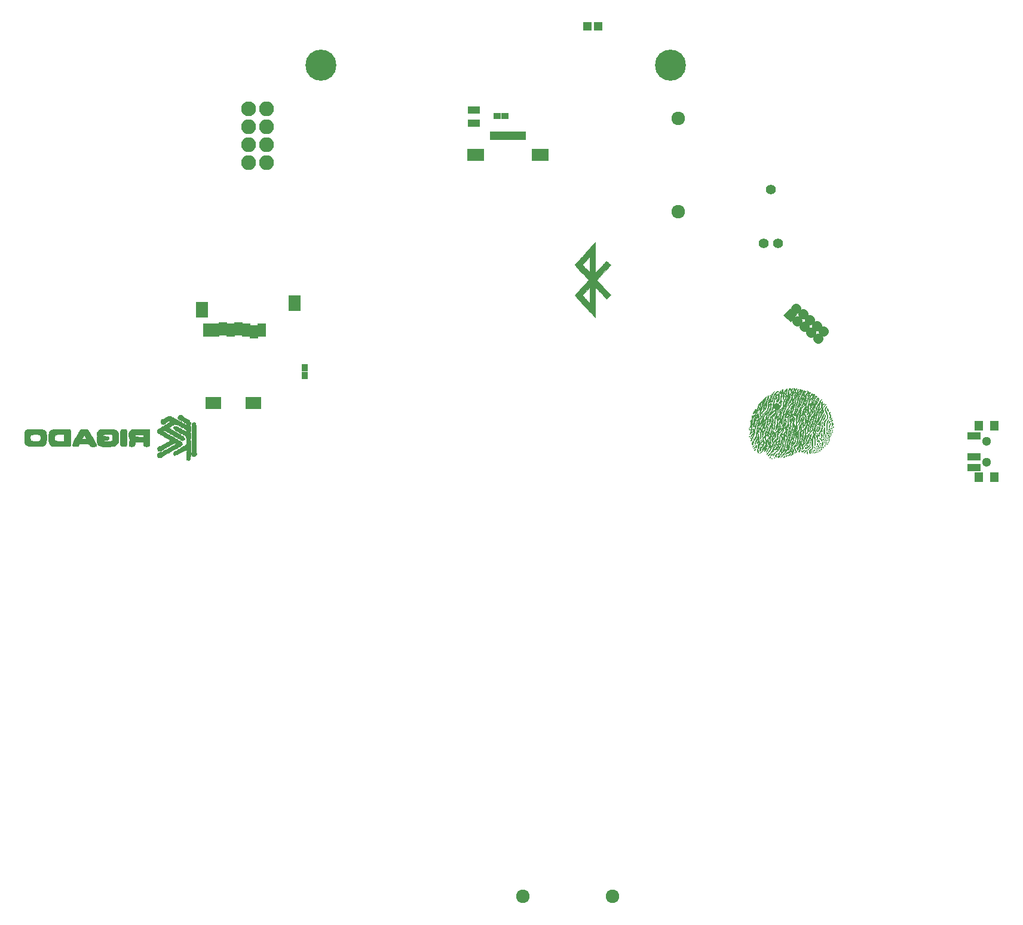
<source format=gbs>
G04 #@! TF.FileFunction,Soldermask,Bot*
%FSLAX46Y46*%
G04 Gerber Fmt 4.6, Leading zero omitted, Abs format (unit mm)*
G04 Created by KiCad (PCBNEW 4.0.6-e0-6349~52~ubuntu16.10.1) date Sat Jun 17 22:57:17 2017*
%MOMM*%
%LPD*%
G01*
G04 APERTURE LIST*
%ADD10C,0.100000*%
%ADD11C,0.010000*%
%ADD12C,1.390600*%
%ADD13C,1.924000*%
%ADD14C,4.400000*%
%ADD15R,0.900000X1.000000*%
%ADD16R,1.000000X0.900000*%
%ADD17R,1.700000X1.100000*%
%ADD18R,1.799540X2.299920*%
%ADD19R,1.197560X1.898600*%
%ADD20R,2.198320X1.799540*%
%ADD21R,1.200000X1.150000*%
%ADD22C,1.300000*%
%ADD23R,1.900000X1.100000*%
%ADD24R,1.200000X1.400000*%
%ADD25R,0.500000X1.200000*%
%ADD26R,2.400000X1.700000*%
%ADD27C,1.400000*%
%ADD28C,2.100000*%
%ADD29O,2.100000X2.100000*%
G04 APERTURE END LIST*
D10*
D11*
G36*
X90363142Y-84134630D02*
X90248759Y-84306783D01*
X90216334Y-84456498D01*
X90222197Y-84609047D01*
X90278236Y-84650524D01*
X90387850Y-84583297D01*
X90392476Y-84579203D01*
X90446679Y-84535209D01*
X90422746Y-84575637D01*
X90396004Y-84611362D01*
X90341628Y-84720186D01*
X90374593Y-84761262D01*
X90473269Y-84723250D01*
X90528977Y-84681081D01*
X90622004Y-84603413D01*
X90632307Y-84605808D01*
X90575368Y-84681872D01*
X90518766Y-84766389D01*
X90553242Y-84780307D01*
X90617849Y-84765507D01*
X90713305Y-84757475D01*
X90718348Y-84816685D01*
X90715440Y-84824591D01*
X90715541Y-84891597D01*
X90766045Y-84886669D01*
X90831860Y-84812675D01*
X90832061Y-84770930D01*
X90839671Y-84723125D01*
X90861955Y-84736915D01*
X90907126Y-84837617D01*
X90913082Y-84890297D01*
X90963448Y-84974656D01*
X91045711Y-84989128D01*
X91141547Y-85011209D01*
X91142427Y-85076470D01*
X91141688Y-85139798D01*
X91209977Y-85128616D01*
X91295203Y-85123903D01*
X91312657Y-85152262D01*
X91346253Y-85191392D01*
X91361464Y-85185145D01*
X91397362Y-85205714D01*
X91406511Y-85296323D01*
X91390922Y-85407724D01*
X91352606Y-85490668D01*
X91348835Y-85494402D01*
X91318291Y-85506016D01*
X91327917Y-85484155D01*
X91251304Y-85484155D01*
X91220628Y-85514831D01*
X91189952Y-85484155D01*
X91128599Y-85484155D01*
X91097923Y-85514831D01*
X91067246Y-85484155D01*
X91005894Y-85484155D01*
X90975217Y-85514831D01*
X90944541Y-85484155D01*
X90883189Y-85484155D01*
X90852512Y-85514831D01*
X90821836Y-85484155D01*
X90852512Y-85453479D01*
X90883189Y-85484155D01*
X90944541Y-85484155D01*
X90975217Y-85453479D01*
X91005894Y-85484155D01*
X91067246Y-85484155D01*
X91097923Y-85453479D01*
X91128599Y-85484155D01*
X91189952Y-85484155D01*
X91220628Y-85453479D01*
X91251304Y-85484155D01*
X91327917Y-85484155D01*
X91328607Y-85482588D01*
X91296946Y-85426299D01*
X91204243Y-85361450D01*
X91128599Y-85361450D01*
X91097923Y-85392126D01*
X91067246Y-85361450D01*
X91005894Y-85361450D01*
X90975217Y-85392126D01*
X90944541Y-85361450D01*
X90883189Y-85361450D01*
X90852512Y-85392126D01*
X90821836Y-85361450D01*
X90852046Y-85331239D01*
X90756464Y-85331239D01*
X90741229Y-85363010D01*
X90706956Y-85407464D01*
X90617406Y-85502848D01*
X90577433Y-85502433D01*
X90576425Y-85491667D01*
X90582574Y-85484155D01*
X90515073Y-85484155D01*
X90484396Y-85514831D01*
X90453720Y-85484155D01*
X90484396Y-85453479D01*
X90515073Y-85484155D01*
X90582574Y-85484155D01*
X90618352Y-85440454D01*
X90683792Y-85384300D01*
X90756464Y-85331239D01*
X90852046Y-85331239D01*
X90852512Y-85330773D01*
X90453720Y-85330773D01*
X90431272Y-85381273D01*
X90412818Y-85371675D01*
X90405475Y-85298864D01*
X90412818Y-85289871D01*
X90449292Y-85298293D01*
X90453720Y-85330773D01*
X90852512Y-85330773D01*
X90883189Y-85361450D01*
X90944541Y-85361450D01*
X90975217Y-85330773D01*
X91005894Y-85361450D01*
X91067246Y-85361450D01*
X91097923Y-85330773D01*
X91128599Y-85361450D01*
X91204243Y-85361450D01*
X91178698Y-85343581D01*
X91031898Y-85267854D01*
X90973312Y-85238744D01*
X90883189Y-85238744D01*
X90852512Y-85269421D01*
X90821836Y-85238744D01*
X90760483Y-85238744D01*
X90729807Y-85269421D01*
X90699131Y-85238744D01*
X90712221Y-85225654D01*
X90627888Y-85225654D01*
X90612960Y-85259941D01*
X90551185Y-85325806D01*
X90515670Y-85312295D01*
X90515073Y-85303718D01*
X90529106Y-85287007D01*
X90259772Y-85287007D01*
X90244844Y-85321294D01*
X90183069Y-85387159D01*
X90147554Y-85373647D01*
X90146957Y-85365070D01*
X90179111Y-85326779D01*
X90009209Y-85326779D01*
X90000817Y-85330773D01*
X89472077Y-85330773D01*
X89449629Y-85381273D01*
X89431176Y-85371675D01*
X89423833Y-85298864D01*
X89431176Y-85289871D01*
X89467650Y-85298293D01*
X89472077Y-85330773D01*
X90000817Y-85330773D01*
X89944827Y-85287582D01*
X89932222Y-85269421D01*
X89923861Y-85238744D01*
X89840193Y-85238744D01*
X89809517Y-85269421D01*
X89778841Y-85238744D01*
X89717488Y-85238744D01*
X89686812Y-85269421D01*
X89656135Y-85238744D01*
X89594783Y-85238744D01*
X89564106Y-85269421D01*
X89536129Y-85241443D01*
X89267569Y-85241443D01*
X89254185Y-85324804D01*
X89209765Y-85290948D01*
X89207223Y-85287007D01*
X89094072Y-85287007D01*
X89079144Y-85321294D01*
X89017368Y-85387159D01*
X88981853Y-85373647D01*
X88981256Y-85365070D01*
X89024834Y-85313177D01*
X89052088Y-85294238D01*
X89094072Y-85287007D01*
X89207223Y-85287007D01*
X89198611Y-85273660D01*
X89201700Y-85196313D01*
X89215441Y-85184330D01*
X89261111Y-85202501D01*
X89267569Y-85241443D01*
X89536129Y-85241443D01*
X89533430Y-85238744D01*
X89564106Y-85208068D01*
X89594783Y-85238744D01*
X89656135Y-85238744D01*
X89686812Y-85208068D01*
X89717488Y-85238744D01*
X89778841Y-85238744D01*
X89809517Y-85208068D01*
X89840193Y-85238744D01*
X89923861Y-85238744D01*
X89916588Y-85212063D01*
X89924981Y-85208068D01*
X89980970Y-85251259D01*
X89993575Y-85269421D01*
X90009209Y-85326779D01*
X90179111Y-85326779D01*
X90190534Y-85313177D01*
X90217789Y-85294238D01*
X90259772Y-85287007D01*
X90529106Y-85287007D01*
X90558650Y-85251825D01*
X90585905Y-85232886D01*
X90627888Y-85225654D01*
X90712221Y-85225654D01*
X90729807Y-85208068D01*
X90760483Y-85238744D01*
X90821836Y-85238744D01*
X90852512Y-85208068D01*
X90883189Y-85238744D01*
X90973312Y-85238744D01*
X90855093Y-85180004D01*
X90750090Y-85116039D01*
X90637778Y-85116039D01*
X90607102Y-85146715D01*
X90576425Y-85116039D01*
X90589515Y-85102949D01*
X90505183Y-85102949D01*
X90490255Y-85137236D01*
X90428479Y-85203101D01*
X90392964Y-85189589D01*
X90392367Y-85181012D01*
X90395406Y-85177392D01*
X90331015Y-85177392D01*
X90300338Y-85208068D01*
X90269662Y-85177392D01*
X90282751Y-85164302D01*
X90198419Y-85164302D01*
X90183492Y-85198588D01*
X90121716Y-85264453D01*
X90086201Y-85250942D01*
X90085604Y-85242365D01*
X90129181Y-85190472D01*
X90156436Y-85171533D01*
X90198419Y-85164302D01*
X90282751Y-85164302D01*
X90300338Y-85146715D01*
X90331015Y-85177392D01*
X90395406Y-85177392D01*
X90435945Y-85129119D01*
X90454767Y-85116039D01*
X90085604Y-85116039D01*
X90054928Y-85146715D01*
X90024251Y-85116039D01*
X89962899Y-85116039D01*
X89932222Y-85146715D01*
X89901546Y-85116039D01*
X89840193Y-85116039D01*
X89809517Y-85146715D01*
X89778841Y-85116039D01*
X89717488Y-85116039D01*
X89686812Y-85146715D01*
X89656135Y-85116039D01*
X89594783Y-85116039D01*
X89564106Y-85146715D01*
X89533430Y-85116039D01*
X89546520Y-85102949D01*
X89462188Y-85102949D01*
X89447260Y-85137236D01*
X89385484Y-85203101D01*
X89349969Y-85189589D01*
X89349372Y-85181012D01*
X89392950Y-85129119D01*
X89411772Y-85116039D01*
X89165314Y-85116039D01*
X89134638Y-85146715D01*
X89103961Y-85116039D01*
X89134638Y-85085363D01*
X89165314Y-85116039D01*
X89411772Y-85116039D01*
X89420204Y-85110180D01*
X89462188Y-85102949D01*
X89546520Y-85102949D01*
X89564106Y-85085363D01*
X89594783Y-85116039D01*
X89656135Y-85116039D01*
X89686812Y-85085363D01*
X89717488Y-85116039D01*
X89778841Y-85116039D01*
X89809517Y-85085363D01*
X89840193Y-85116039D01*
X89901546Y-85116039D01*
X89932222Y-85085363D01*
X89962899Y-85116039D01*
X90024251Y-85116039D01*
X90054928Y-85085363D01*
X90085604Y-85116039D01*
X90454767Y-85116039D01*
X90463199Y-85110180D01*
X90505183Y-85102949D01*
X90589515Y-85102949D01*
X90607102Y-85085363D01*
X90637778Y-85116039D01*
X90750090Y-85116039D01*
X90734471Y-85106525D01*
X90699349Y-85070024D01*
X90647496Y-85032963D01*
X90572804Y-85024010D01*
X90486124Y-85002921D01*
X90482011Y-84980244D01*
X90382477Y-84980244D01*
X90367550Y-85014530D01*
X90305774Y-85080395D01*
X90270259Y-85066884D01*
X90269662Y-85058307D01*
X90272702Y-85054686D01*
X90208309Y-85054686D01*
X90177633Y-85085363D01*
X90146957Y-85054686D01*
X90177633Y-85024010D01*
X90208309Y-85054686D01*
X90272702Y-85054686D01*
X90313239Y-85006414D01*
X90332062Y-84993334D01*
X90085604Y-84993334D01*
X90054928Y-85024010D01*
X90024251Y-84993334D01*
X89962899Y-84993334D01*
X89932222Y-85024010D01*
X89901546Y-84993334D01*
X89840193Y-84993334D01*
X89809517Y-85024010D01*
X89778841Y-84993334D01*
X89717488Y-84993334D01*
X89686812Y-85024010D01*
X89656135Y-84993334D01*
X89594783Y-84993334D01*
X89564106Y-85024010D01*
X89533430Y-84993334D01*
X89472077Y-84993334D01*
X89441401Y-85024010D01*
X89410725Y-84993334D01*
X89423814Y-84980244D01*
X89339482Y-84980244D01*
X89324554Y-85014530D01*
X89262779Y-85080395D01*
X89227264Y-85066884D01*
X89226667Y-85058307D01*
X89270244Y-85006414D01*
X89297499Y-84987475D01*
X89339482Y-84980244D01*
X89423814Y-84980244D01*
X89441401Y-84962657D01*
X89472077Y-84993334D01*
X89533430Y-84993334D01*
X89564106Y-84962657D01*
X89594783Y-84993334D01*
X89656135Y-84993334D01*
X89686812Y-84962657D01*
X89717488Y-84993334D01*
X89778841Y-84993334D01*
X89809517Y-84962657D01*
X89840193Y-84993334D01*
X89901546Y-84993334D01*
X89932222Y-84962657D01*
X89962899Y-84993334D01*
X90024251Y-84993334D01*
X90054928Y-84962657D01*
X90085604Y-84993334D01*
X90332062Y-84993334D01*
X90340494Y-84987475D01*
X90382477Y-84980244D01*
X90482011Y-84980244D01*
X90480085Y-84969632D01*
X90468455Y-84913826D01*
X90383873Y-84884298D01*
X90274720Y-84889006D01*
X90201104Y-84923740D01*
X90157282Y-84955627D01*
X90192428Y-84900631D01*
X90203442Y-84885966D01*
X90253166Y-84803374D01*
X90216620Y-84779136D01*
X90197416Y-84778599D01*
X90079017Y-84816887D01*
X90024143Y-84855290D01*
X89968793Y-84899923D01*
X89986395Y-84870628D01*
X89901546Y-84870628D01*
X89870870Y-84901305D01*
X89840193Y-84870628D01*
X89870870Y-84839952D01*
X89717488Y-84839952D01*
X89695040Y-84890452D01*
X89676586Y-84880854D01*
X89675555Y-84870628D01*
X89594783Y-84870628D01*
X89564106Y-84901305D01*
X89533430Y-84870628D01*
X89472077Y-84870628D01*
X89441401Y-84901305D01*
X89410725Y-84870628D01*
X89349372Y-84870628D01*
X89318696Y-84901305D01*
X89288019Y-84870628D01*
X89318696Y-84839952D01*
X89349372Y-84870628D01*
X89410725Y-84870628D01*
X89441401Y-84839952D01*
X89472077Y-84870628D01*
X89533430Y-84870628D01*
X89564106Y-84839952D01*
X89594783Y-84870628D01*
X89675555Y-84870628D01*
X89669244Y-84808043D01*
X89676586Y-84799050D01*
X89713060Y-84807472D01*
X89717488Y-84839952D01*
X89870870Y-84839952D01*
X89901546Y-84870628D01*
X89986395Y-84870628D01*
X89994985Y-84856332D01*
X90011340Y-84834307D01*
X90044245Y-84747923D01*
X89962899Y-84747923D01*
X89932222Y-84778599D01*
X89901546Y-84747923D01*
X89840193Y-84747923D01*
X89809517Y-84778599D01*
X89778841Y-84747923D01*
X89533430Y-84747923D01*
X89502754Y-84778599D01*
X89472077Y-84747923D01*
X89410725Y-84747923D01*
X89380048Y-84778599D01*
X89349372Y-84747923D01*
X89288019Y-84747923D01*
X89257343Y-84778599D01*
X89226667Y-84747923D01*
X89165314Y-84747923D01*
X89134638Y-84778599D01*
X89103961Y-84747923D01*
X89042609Y-84747923D01*
X89011932Y-84778599D01*
X88981256Y-84747923D01*
X88919903Y-84747923D01*
X88889227Y-84778599D01*
X88858551Y-84747923D01*
X88797198Y-84747923D01*
X88766522Y-84778599D01*
X88735846Y-84747923D01*
X88674493Y-84747923D01*
X88643817Y-84778599D01*
X88613140Y-84747923D01*
X88551788Y-84747923D01*
X88521111Y-84778599D01*
X88490435Y-84747923D01*
X88503525Y-84734833D01*
X88419192Y-84734833D01*
X88404265Y-84769120D01*
X88342489Y-84834985D01*
X88306974Y-84821473D01*
X88306377Y-84812897D01*
X88349954Y-84761003D01*
X88368777Y-84747923D01*
X88122319Y-84747923D01*
X88091643Y-84778599D01*
X88060966Y-84747923D01*
X87999614Y-84747923D01*
X87968937Y-84778599D01*
X87938261Y-84747923D01*
X87968937Y-84717247D01*
X87999614Y-84747923D01*
X88060966Y-84747923D01*
X88091643Y-84717247D01*
X88122319Y-84747923D01*
X88368777Y-84747923D01*
X88377209Y-84742064D01*
X88419192Y-84734833D01*
X88503525Y-84734833D01*
X88521111Y-84717247D01*
X88551788Y-84747923D01*
X88613140Y-84747923D01*
X88643817Y-84717247D01*
X88674493Y-84747923D01*
X88735846Y-84747923D01*
X88766522Y-84717247D01*
X88797198Y-84747923D01*
X88858551Y-84747923D01*
X88889227Y-84717247D01*
X88919903Y-84747923D01*
X88981256Y-84747923D01*
X89011932Y-84717247D01*
X89042609Y-84747923D01*
X89103961Y-84747923D01*
X89134638Y-84717247D01*
X89165314Y-84747923D01*
X89226667Y-84747923D01*
X89257343Y-84717247D01*
X89288019Y-84747923D01*
X89349372Y-84747923D01*
X89380048Y-84717247D01*
X89410725Y-84747923D01*
X89472077Y-84747923D01*
X89502754Y-84717247D01*
X89533430Y-84747923D01*
X89778841Y-84747923D01*
X89809517Y-84717247D01*
X89840193Y-84747923D01*
X89901546Y-84747923D01*
X89932222Y-84717247D01*
X89962899Y-84747923D01*
X90044245Y-84747923D01*
X90052607Y-84725971D01*
X89982734Y-84666216D01*
X89887700Y-84655894D01*
X89805838Y-84635615D01*
X89802183Y-84612128D01*
X89707598Y-84612128D01*
X89692670Y-84646415D01*
X89630895Y-84712279D01*
X89595380Y-84698768D01*
X89594783Y-84690191D01*
X89638360Y-84638298D01*
X89665615Y-84619359D01*
X89707598Y-84612128D01*
X89802183Y-84612128D01*
X89801471Y-84607560D01*
X89773113Y-84553169D01*
X89664009Y-84485345D01*
X89649848Y-84478888D01*
X89630176Y-84472302D01*
X89590764Y-84472302D01*
X89575529Y-84504073D01*
X89541256Y-84548527D01*
X89451705Y-84643911D01*
X89411732Y-84643496D01*
X89410725Y-84632730D01*
X89416874Y-84625218D01*
X89349372Y-84625218D01*
X89318696Y-84655894D01*
X89288019Y-84625218D01*
X89226667Y-84625218D01*
X89195990Y-84655894D01*
X89165314Y-84625218D01*
X89103961Y-84625218D01*
X89073285Y-84655894D01*
X89042609Y-84625218D01*
X88981256Y-84625218D01*
X88950580Y-84655894D01*
X88919903Y-84625218D01*
X88858551Y-84625218D01*
X88827874Y-84655894D01*
X88797198Y-84625218D01*
X88735846Y-84625218D01*
X88705169Y-84655894D01*
X88674493Y-84625218D01*
X88613140Y-84625218D01*
X88582464Y-84655894D01*
X88551788Y-84625218D01*
X88490435Y-84625218D01*
X88459759Y-84655894D01*
X88429082Y-84625218D01*
X88367730Y-84625218D01*
X88337053Y-84655894D01*
X88306377Y-84625218D01*
X88337053Y-84594541D01*
X88367730Y-84625218D01*
X88429082Y-84625218D01*
X88459759Y-84594541D01*
X88490435Y-84625218D01*
X88551788Y-84625218D01*
X88582464Y-84594541D01*
X88613140Y-84625218D01*
X88674493Y-84625218D01*
X88705169Y-84594541D01*
X88735846Y-84625218D01*
X88797198Y-84625218D01*
X88827874Y-84594541D01*
X88858551Y-84625218D01*
X88919903Y-84625218D01*
X88950580Y-84594541D01*
X88981256Y-84625218D01*
X89042609Y-84625218D01*
X89073285Y-84594541D01*
X89103961Y-84625218D01*
X89165314Y-84625218D01*
X89195990Y-84594541D01*
X89226667Y-84625218D01*
X89288019Y-84625218D01*
X89318696Y-84594541D01*
X89349372Y-84625218D01*
X89416874Y-84625218D01*
X89452652Y-84581517D01*
X89518092Y-84525363D01*
X89590764Y-84472302D01*
X89630176Y-84472302D01*
X89506259Y-84430816D01*
X89407162Y-84450814D01*
X89362848Y-84481207D01*
X89292018Y-84532822D01*
X89307059Y-84501408D01*
X89329886Y-84471836D01*
X89165314Y-84471836D01*
X89142866Y-84522336D01*
X89124412Y-84512738D01*
X89123381Y-84502512D01*
X89042609Y-84502512D01*
X89011932Y-84533189D01*
X88981256Y-84502512D01*
X88919903Y-84502512D01*
X88889227Y-84533189D01*
X88858551Y-84502512D01*
X88797198Y-84502512D01*
X88766522Y-84533189D01*
X88735846Y-84502512D01*
X88674493Y-84502512D01*
X88643817Y-84533189D01*
X88613140Y-84502512D01*
X88551788Y-84502512D01*
X88521111Y-84533189D01*
X88490435Y-84502512D01*
X88521111Y-84471836D01*
X88551788Y-84502512D01*
X88613140Y-84502512D01*
X88643817Y-84471836D01*
X88674493Y-84502512D01*
X88735846Y-84502512D01*
X88766522Y-84471836D01*
X88797198Y-84502512D01*
X88858551Y-84502512D01*
X88889227Y-84471836D01*
X88919903Y-84502512D01*
X88981256Y-84502512D01*
X89011932Y-84471836D01*
X89042609Y-84502512D01*
X89123381Y-84502512D01*
X89117070Y-84439927D01*
X89124412Y-84430934D01*
X89160886Y-84439356D01*
X89165314Y-84471836D01*
X89329886Y-84471836D01*
X89344123Y-84453393D01*
X89387539Y-84379807D01*
X89288019Y-84379807D01*
X89257343Y-84410483D01*
X89226667Y-84379807D01*
X89257343Y-84349131D01*
X89288019Y-84379807D01*
X89387539Y-84379807D01*
X89395675Y-84366019D01*
X89346965Y-84322505D01*
X89333137Y-84318454D01*
X89103961Y-84318454D01*
X89073285Y-84349131D01*
X89042609Y-84318454D01*
X89055698Y-84305365D01*
X88971366Y-84305365D01*
X88956438Y-84339651D01*
X88894663Y-84405516D01*
X88859148Y-84392005D01*
X88858551Y-84383428D01*
X88861591Y-84379807D01*
X88797198Y-84379807D01*
X88766522Y-84410483D01*
X88735846Y-84379807D01*
X88766522Y-84349131D01*
X88797198Y-84379807D01*
X88861591Y-84379807D01*
X88902128Y-84331535D01*
X88929383Y-84312596D01*
X88971366Y-84305365D01*
X89055698Y-84305365D01*
X89073285Y-84287778D01*
X89103961Y-84318454D01*
X89333137Y-84318454D01*
X89298109Y-84308193D01*
X89193482Y-84263204D01*
X89165314Y-84227794D01*
X89113079Y-84213648D01*
X88981949Y-84232551D01*
X88919903Y-84247624D01*
X88767657Y-84298830D01*
X88681629Y-84348261D01*
X88674493Y-84361806D01*
X88623001Y-84401386D01*
X88551788Y-84410483D01*
X88452047Y-84433207D01*
X88429082Y-84464680D01*
X88377828Y-84521274D01*
X88300204Y-84552580D01*
X88212719Y-84600302D01*
X88206318Y-84642902D01*
X88182821Y-84674652D01*
X88081749Y-84669019D01*
X87932976Y-84677227D01*
X87855743Y-84754573D01*
X87790749Y-84910146D01*
X87769779Y-85050487D01*
X87796043Y-85136328D01*
X87823682Y-85146715D01*
X87868837Y-85169097D01*
X87860145Y-85183929D01*
X87863017Y-85253099D01*
X87895934Y-85300900D01*
X87969763Y-85345888D01*
X88062289Y-85301803D01*
X88090585Y-85279024D01*
X88173400Y-85212374D01*
X88172769Y-85226947D01*
X88129087Y-85284759D01*
X88078270Y-85367586D01*
X88113529Y-85391808D01*
X88126348Y-85392126D01*
X88239300Y-85356652D01*
X88383919Y-85270441D01*
X88462836Y-85208068D01*
X88306377Y-85208068D01*
X88283929Y-85258568D01*
X88265475Y-85248970D01*
X88258132Y-85176158D01*
X88265475Y-85167166D01*
X88301949Y-85175588D01*
X88306377Y-85208068D01*
X88462836Y-85208068D01*
X88518835Y-85163809D01*
X88560235Y-85116039D01*
X88429082Y-85116039D01*
X88398406Y-85146715D01*
X88367730Y-85116039D01*
X88398406Y-85085363D01*
X88429082Y-85116039D01*
X88560235Y-85116039D01*
X88602673Y-85067072D01*
X88606643Y-85054686D01*
X88551788Y-85054686D01*
X88521111Y-85085363D01*
X88490435Y-85054686D01*
X88521111Y-85024010D01*
X88551788Y-85054686D01*
X88606643Y-85054686D01*
X88612721Y-85035727D01*
X88644813Y-84983171D01*
X88669547Y-84990277D01*
X88755284Y-84983684D01*
X88807590Y-84947883D01*
X88910948Y-84891422D01*
X89024530Y-84870628D01*
X88797198Y-84870628D01*
X88766522Y-84901305D01*
X88735846Y-84870628D01*
X88674493Y-84870628D01*
X88643817Y-84901305D01*
X88613140Y-84870628D01*
X88643350Y-84840418D01*
X88547769Y-84840418D01*
X88532534Y-84872189D01*
X88498261Y-84916643D01*
X88408710Y-85012027D01*
X88368737Y-85011612D01*
X88367730Y-85000846D01*
X88384595Y-84980244D01*
X88296487Y-84980244D01*
X88281559Y-85014530D01*
X88219784Y-85080395D01*
X88184269Y-85066884D01*
X88183672Y-85058307D01*
X88212081Y-85024476D01*
X88118300Y-85024476D01*
X88103065Y-85056247D01*
X88068792Y-85100701D01*
X87979241Y-85196084D01*
X87939268Y-85195670D01*
X87938261Y-85184904D01*
X87980188Y-85133690D01*
X88045628Y-85077537D01*
X88076924Y-85054686D01*
X87876908Y-85054686D01*
X87846232Y-85085363D01*
X87815556Y-85054686D01*
X87846232Y-85024010D01*
X87876908Y-85054686D01*
X88076924Y-85054686D01*
X88118300Y-85024476D01*
X88212081Y-85024476D01*
X88227249Y-85006414D01*
X88246072Y-84993334D01*
X87999614Y-84993334D01*
X87968937Y-85024010D01*
X87938261Y-84993334D01*
X87968937Y-84962657D01*
X87999614Y-84993334D01*
X88246072Y-84993334D01*
X88254504Y-84987475D01*
X88296487Y-84980244D01*
X88384595Y-84980244D01*
X88402262Y-84958663D01*
X88107277Y-84958663D01*
X88098884Y-84962657D01*
X88042895Y-84919466D01*
X88030290Y-84901305D01*
X88021929Y-84870628D01*
X87938261Y-84870628D01*
X87907585Y-84901305D01*
X87876908Y-84870628D01*
X87907585Y-84839952D01*
X87938261Y-84870628D01*
X88021929Y-84870628D01*
X88014656Y-84843947D01*
X88023048Y-84839952D01*
X88079038Y-84883143D01*
X88091643Y-84901305D01*
X88107277Y-84958663D01*
X88402262Y-84958663D01*
X88409656Y-84949632D01*
X88475097Y-84893479D01*
X88547769Y-84840418D01*
X88643350Y-84840418D01*
X88643817Y-84839952D01*
X88245024Y-84839952D01*
X88222576Y-84890452D01*
X88204122Y-84880854D01*
X88196780Y-84808043D01*
X88204122Y-84799050D01*
X88240597Y-84807472D01*
X88245024Y-84839952D01*
X88643817Y-84839952D01*
X88674493Y-84870628D01*
X88735846Y-84870628D01*
X88766522Y-84839952D01*
X88797198Y-84870628D01*
X89024530Y-84870628D01*
X89038050Y-84868153D01*
X89145000Y-84879060D01*
X89187904Y-84925129D01*
X89184646Y-84939421D01*
X89106184Y-85027454D01*
X89064653Y-85049509D01*
X89003568Y-85108508D01*
X89009045Y-85142043D01*
X88999621Y-85220006D01*
X88972777Y-85243984D01*
X88929748Y-85252247D01*
X88944721Y-85217547D01*
X88938450Y-85157638D01*
X88886284Y-85146715D01*
X88813406Y-85183167D01*
X88818631Y-85236779D01*
X88812935Y-85338630D01*
X88785039Y-85368964D01*
X88745908Y-85373527D01*
X88760663Y-85340253D01*
X88754392Y-85280344D01*
X88702226Y-85269421D01*
X88629348Y-85305873D01*
X88634573Y-85359485D01*
X88628877Y-85461335D01*
X88600981Y-85491670D01*
X88561850Y-85496233D01*
X88567205Y-85484155D01*
X88490435Y-85484155D01*
X88459759Y-85514831D01*
X88429082Y-85484155D01*
X88459759Y-85453479D01*
X88490435Y-85484155D01*
X88567205Y-85484155D01*
X88576605Y-85462958D01*
X88580873Y-85403750D01*
X88510847Y-85395412D01*
X88401854Y-85433683D01*
X88310221Y-85495099D01*
X88228701Y-85585261D01*
X88214440Y-85637686D01*
X88183465Y-85666806D01*
X88104976Y-85672757D01*
X87999098Y-85696765D01*
X87969983Y-85739791D01*
X87928138Y-85846110D01*
X87913086Y-85862496D01*
X87886932Y-85869858D01*
X87906288Y-85828973D01*
X87919231Y-85768909D01*
X87870110Y-85775290D01*
X87801903Y-85840204D01*
X87799482Y-85873070D01*
X87768370Y-85913240D01*
X87722791Y-85904851D01*
X87644447Y-85907945D01*
X87631498Y-85937736D01*
X87581608Y-85997167D01*
X87535086Y-86005652D01*
X87388901Y-86060608D01*
X87291768Y-86206421D01*
X87263382Y-86376898D01*
X87270390Y-86505038D01*
X87304038Y-86531097D01*
X87367188Y-86488648D01*
X87436496Y-86440779D01*
X87426748Y-86477938D01*
X87423259Y-86483823D01*
X87414952Y-86592082D01*
X87490348Y-86682173D01*
X87612457Y-86713800D01*
X87631915Y-86711128D01*
X87715549Y-86719771D01*
X87713424Y-86776765D01*
X87718428Y-86852957D01*
X87747639Y-86864590D01*
X87813297Y-86815934D01*
X87819445Y-86787899D01*
X87840217Y-86777435D01*
X87881411Y-86856255D01*
X87936123Y-86954014D01*
X88000625Y-86947963D01*
X88034365Y-86922560D01*
X88105254Y-86882269D01*
X88118515Y-86900219D01*
X88122473Y-87048892D01*
X88203144Y-87109188D01*
X88218730Y-87110000D01*
X88339296Y-87150777D01*
X88407734Y-87202593D01*
X88504779Y-87262745D01*
X88556734Y-87260325D01*
X88609630Y-87270100D01*
X88613140Y-87290437D01*
X88662776Y-87348059D01*
X88705169Y-87355411D01*
X88786760Y-87392005D01*
X88797198Y-87423328D01*
X88841767Y-87464508D01*
X88888491Y-87456212D01*
X88959851Y-87460525D01*
X88965182Y-87495662D01*
X88993672Y-87555942D01*
X89020689Y-87557001D01*
X89088987Y-87593098D01*
X89126056Y-87691205D01*
X89116754Y-87791683D01*
X89088722Y-87824974D01*
X89053459Y-87826883D01*
X89072346Y-87786400D01*
X89083189Y-87731391D01*
X89035811Y-87738575D01*
X88965955Y-87798784D01*
X88962299Y-87827708D01*
X88920704Y-87871589D01*
X88840640Y-87881391D01*
X88735053Y-87905549D01*
X88706215Y-87948487D01*
X88664370Y-88054806D01*
X88649318Y-88071192D01*
X88621730Y-88079893D01*
X88637601Y-88045628D01*
X88633988Y-87980756D01*
X88579521Y-87968937D01*
X88506536Y-88005343D01*
X88508350Y-88049834D01*
X88488360Y-88114410D01*
X88408593Y-88126525D01*
X88304333Y-88151373D01*
X88276747Y-88193897D01*
X88234901Y-88300216D01*
X88219850Y-88316603D01*
X88192262Y-88325304D01*
X88208132Y-88291039D01*
X88228824Y-88226982D01*
X88172553Y-88227062D01*
X88027170Y-88292299D01*
X87994561Y-88308990D01*
X87880600Y-88386596D01*
X87842703Y-88451907D01*
X87845227Y-88458132D01*
X87834050Y-88533389D01*
X87807077Y-88557028D01*
X87764047Y-88565290D01*
X87769873Y-88551788D01*
X87692850Y-88551788D01*
X87662174Y-88582464D01*
X87631498Y-88551788D01*
X87570145Y-88551788D01*
X87539469Y-88582464D01*
X87508792Y-88551788D01*
X87539469Y-88521111D01*
X87570145Y-88551788D01*
X87631498Y-88551788D01*
X87662174Y-88521111D01*
X87692850Y-88551788D01*
X87769873Y-88551788D01*
X87779021Y-88530591D01*
X87778913Y-88471934D01*
X87701756Y-88455459D01*
X87583563Y-88475667D01*
X87460346Y-88527056D01*
X87377945Y-88591852D01*
X87292581Y-88726047D01*
X87262672Y-88847227D01*
X87289569Y-88922917D01*
X87364089Y-88925063D01*
X87430323Y-88909331D01*
X87402079Y-88961678D01*
X87387253Y-88979852D01*
X87343209Y-89055389D01*
X87382196Y-89073285D01*
X87425972Y-89110090D01*
X87417016Y-89134230D01*
X87437933Y-89175638D01*
X87536100Y-89182201D01*
X87653538Y-89151161D01*
X87693790Y-89105918D01*
X87719352Y-89093192D01*
X87752397Y-89133816D01*
X87805787Y-89184400D01*
X87875732Y-89150088D01*
X87921773Y-89103962D01*
X87876908Y-89103962D01*
X87846232Y-89134638D01*
X87815556Y-89103962D01*
X87846232Y-89073285D01*
X87876908Y-89103962D01*
X87921773Y-89103962D01*
X87937905Y-89087801D01*
X87986524Y-89042609D01*
X87570145Y-89042609D01*
X87539469Y-89073285D01*
X87508792Y-89042609D01*
X87539469Y-89011933D01*
X87570145Y-89042609D01*
X87986524Y-89042609D01*
X88042445Y-88990630D01*
X88058991Y-88981256D01*
X87876908Y-88981256D01*
X87846232Y-89011933D01*
X87842238Y-89007938D01*
X87739161Y-89007938D01*
X87730768Y-89011933D01*
X87674779Y-88968742D01*
X87662174Y-88950580D01*
X87653813Y-88919904D01*
X87570145Y-88919904D01*
X87539469Y-88950580D01*
X87508792Y-88919904D01*
X87539469Y-88889227D01*
X87570145Y-88919904D01*
X87653813Y-88919904D01*
X87646540Y-88893222D01*
X87654932Y-88889227D01*
X87710922Y-88932418D01*
X87723527Y-88950580D01*
X87739161Y-89007938D01*
X87842238Y-89007938D01*
X87815556Y-88981256D01*
X87846232Y-88950580D01*
X87876908Y-88981256D01*
X88058991Y-88981256D01*
X88113140Y-88950580D01*
X88187789Y-88912721D01*
X88270434Y-88845461D01*
X88051076Y-88845461D01*
X88036149Y-88879748D01*
X87974373Y-88945613D01*
X87938858Y-88932101D01*
X87938261Y-88923525D01*
X87981838Y-88871631D01*
X88000661Y-88858551D01*
X87815556Y-88858551D01*
X87784879Y-88889227D01*
X87754203Y-88858551D01*
X87784879Y-88827875D01*
X87815556Y-88858551D01*
X88000661Y-88858551D01*
X88009093Y-88852692D01*
X88051076Y-88845461D01*
X88270434Y-88845461D01*
X88293616Y-88826595D01*
X88328510Y-88797198D01*
X88183672Y-88797198D01*
X88152995Y-88827875D01*
X88122319Y-88797198D01*
X88152995Y-88766522D01*
X88183672Y-88797198D01*
X88328510Y-88797198D01*
X88398175Y-88738510D01*
X88402822Y-88735846D01*
X88306377Y-88735846D01*
X88275701Y-88766522D01*
X88245024Y-88735846D01*
X88258114Y-88722756D01*
X87989724Y-88722756D01*
X87974796Y-88757043D01*
X87913020Y-88822907D01*
X87877506Y-88809396D01*
X87876908Y-88800819D01*
X87879948Y-88797198D01*
X87631498Y-88797198D01*
X87600821Y-88827875D01*
X87570145Y-88797198D01*
X87508792Y-88797198D01*
X87478116Y-88827875D01*
X87447440Y-88797198D01*
X87386087Y-88797198D01*
X87355411Y-88827875D01*
X87324734Y-88797198D01*
X87355411Y-88766522D01*
X87386087Y-88797198D01*
X87447440Y-88797198D01*
X87478116Y-88766522D01*
X87508792Y-88797198D01*
X87570145Y-88797198D01*
X87600821Y-88766522D01*
X87631498Y-88797198D01*
X87879948Y-88797198D01*
X87909064Y-88762527D01*
X87739161Y-88762527D01*
X87730768Y-88766522D01*
X87674779Y-88723331D01*
X87662174Y-88705169D01*
X87653813Y-88674493D01*
X87570145Y-88674493D01*
X87539469Y-88705169D01*
X87508792Y-88674493D01*
X87447440Y-88674493D01*
X87416763Y-88705169D01*
X87386087Y-88674493D01*
X87416763Y-88643817D01*
X87447440Y-88674493D01*
X87508792Y-88674493D01*
X87539469Y-88643817D01*
X87570145Y-88674493D01*
X87653813Y-88674493D01*
X87646540Y-88647811D01*
X87654932Y-88643817D01*
X87710922Y-88687008D01*
X87723527Y-88705169D01*
X87739161Y-88762527D01*
X87909064Y-88762527D01*
X87920486Y-88748926D01*
X87947740Y-88729987D01*
X87989724Y-88722756D01*
X88258114Y-88722756D01*
X88275701Y-88705169D01*
X88306377Y-88735846D01*
X88402822Y-88735846D01*
X88458567Y-88703890D01*
X88577386Y-88697158D01*
X88602740Y-88651270D01*
X88592773Y-88617882D01*
X88593159Y-88613140D01*
X88490435Y-88613140D01*
X88459759Y-88643817D01*
X88455764Y-88639822D01*
X88352687Y-88639822D01*
X88344295Y-88643817D01*
X88288305Y-88600626D01*
X88287906Y-88600051D01*
X88173782Y-88600051D01*
X88158854Y-88634337D01*
X88097078Y-88700202D01*
X88061564Y-88686691D01*
X88060966Y-88678114D01*
X88104544Y-88626221D01*
X88131798Y-88607282D01*
X88173782Y-88600051D01*
X87928371Y-88600051D01*
X87913443Y-88634337D01*
X87851668Y-88700202D01*
X87816153Y-88686691D01*
X87815556Y-88678114D01*
X87859133Y-88626221D01*
X87886388Y-88607282D01*
X87928371Y-88600051D01*
X88173782Y-88600051D01*
X88287906Y-88600051D01*
X88275701Y-88582464D01*
X88260067Y-88525106D01*
X88268459Y-88521111D01*
X88324448Y-88564302D01*
X88337053Y-88582464D01*
X88352687Y-88639822D01*
X88455764Y-88639822D01*
X88429082Y-88613140D01*
X88459759Y-88582464D01*
X88490435Y-88613140D01*
X88593159Y-88613140D01*
X88597686Y-88557669D01*
X88695232Y-88555447D01*
X88713827Y-88558620D01*
X88820358Y-88561164D01*
X88829167Y-88523202D01*
X88837130Y-88490435D01*
X88490435Y-88490435D01*
X88459759Y-88521111D01*
X88429082Y-88490435D01*
X88442172Y-88477345D01*
X88112429Y-88477345D01*
X88097501Y-88511632D01*
X88035726Y-88577497D01*
X88000211Y-88563986D01*
X87999614Y-88555409D01*
X88043191Y-88503515D01*
X88070446Y-88484576D01*
X88112429Y-88477345D01*
X88442172Y-88477345D01*
X88459759Y-88459759D01*
X88490435Y-88490435D01*
X88837130Y-88490435D01*
X88842272Y-88469281D01*
X88887765Y-88459759D01*
X88994528Y-88429082D01*
X88735846Y-88429082D01*
X88705169Y-88459759D01*
X88674493Y-88429082D01*
X88613140Y-88429082D01*
X88582464Y-88459759D01*
X88551788Y-88429082D01*
X88582464Y-88398406D01*
X88613140Y-88429082D01*
X88674493Y-88429082D01*
X88705169Y-88398406D01*
X88735846Y-88429082D01*
X88994528Y-88429082D01*
X89020836Y-88421523D01*
X89117513Y-88367730D01*
X88919903Y-88367730D01*
X88889227Y-88398406D01*
X88858551Y-88367730D01*
X88889227Y-88337053D01*
X88919903Y-88367730D01*
X89117513Y-88367730D01*
X89191501Y-88326562D01*
X89314501Y-88231935D01*
X89094072Y-88231935D01*
X89079144Y-88266221D01*
X89017368Y-88332086D01*
X88981853Y-88318575D01*
X88981256Y-88309998D01*
X89024834Y-88258105D01*
X89052088Y-88239166D01*
X89094072Y-88231935D01*
X88848661Y-88231935D01*
X88833733Y-88266221D01*
X88771958Y-88332086D01*
X88736443Y-88318575D01*
X88735846Y-88309998D01*
X88764646Y-88275701D01*
X88613140Y-88275701D01*
X88590692Y-88326201D01*
X88572238Y-88316603D01*
X88568161Y-88276167D01*
X88486416Y-88276167D01*
X88471181Y-88307938D01*
X88436908Y-88352392D01*
X88347357Y-88447775D01*
X88307384Y-88447360D01*
X88306377Y-88436595D01*
X88312527Y-88429082D01*
X88245024Y-88429082D01*
X88214348Y-88459759D01*
X88183672Y-88429082D01*
X87999614Y-88429082D01*
X87968937Y-88459759D01*
X87938261Y-88429082D01*
X87968937Y-88398406D01*
X87999614Y-88429082D01*
X88183672Y-88429082D01*
X88214348Y-88398406D01*
X88245024Y-88429082D01*
X88312527Y-88429082D01*
X88348304Y-88385381D01*
X88368874Y-88367730D01*
X88122319Y-88367730D01*
X88091643Y-88398406D01*
X88060966Y-88367730D01*
X88091643Y-88337053D01*
X88122319Y-88367730D01*
X88368874Y-88367730D01*
X88413744Y-88329228D01*
X88486416Y-88276167D01*
X88568161Y-88276167D01*
X88564896Y-88243791D01*
X88572238Y-88234799D01*
X88608713Y-88243221D01*
X88613140Y-88275701D01*
X88764646Y-88275701D01*
X88779423Y-88258105D01*
X88806678Y-88239166D01*
X88848661Y-88231935D01*
X89094072Y-88231935D01*
X89314501Y-88231935D01*
X89350168Y-88204496D01*
X89399936Y-88153839D01*
X89449616Y-88107798D01*
X89438397Y-88144021D01*
X89432178Y-88187504D01*
X89505125Y-88154652D01*
X89541674Y-88131375D01*
X89670063Y-88071751D01*
X89798186Y-88046440D01*
X89891145Y-88056021D01*
X89914042Y-88101075D01*
X89898951Y-88125446D01*
X89871536Y-88211899D01*
X89884870Y-88238574D01*
X89874820Y-88255785D01*
X89812334Y-88237616D01*
X89729358Y-88222016D01*
X89731670Y-88285286D01*
X89734833Y-88293761D01*
X89735073Y-88399957D01*
X89705329Y-88436597D01*
X89666197Y-88441160D01*
X89671553Y-88429082D01*
X89594783Y-88429082D01*
X89564106Y-88459759D01*
X89533430Y-88429082D01*
X89564106Y-88398406D01*
X89594783Y-88429082D01*
X89671553Y-88429082D01*
X89680953Y-88407886D01*
X89672304Y-88350353D01*
X89598404Y-88337053D01*
X89496714Y-88359191D01*
X89472077Y-88391250D01*
X89420823Y-88447844D01*
X89343199Y-88479150D01*
X89257751Y-88529763D01*
X89254357Y-88577632D01*
X89248786Y-88616022D01*
X89188526Y-88601786D01*
X89113112Y-88592066D01*
X89121307Y-88661877D01*
X89121546Y-88768073D01*
X89091802Y-88804713D01*
X89052999Y-88809639D01*
X89058647Y-88797198D01*
X88981256Y-88797198D01*
X88950580Y-88827875D01*
X88919903Y-88797198D01*
X88950580Y-88766522D01*
X88981256Y-88797198D01*
X89058647Y-88797198D01*
X89070615Y-88770842D01*
X89072498Y-88717576D01*
X88972728Y-88716805D01*
X88866942Y-88758032D01*
X88841115Y-88807701D01*
X88804977Y-88851342D01*
X88733748Y-88845103D01*
X88637040Y-88847321D01*
X88613140Y-88882072D01*
X88561824Y-88937705D01*
X88490435Y-88950580D01*
X88390694Y-88973304D01*
X88367730Y-89004777D01*
X88316476Y-89061371D01*
X88238851Y-89092676D01*
X88152523Y-89142041D01*
X88147823Y-89187622D01*
X88140528Y-89268862D01*
X88113840Y-89293260D01*
X88071284Y-89301963D01*
X88090703Y-89258863D01*
X88101546Y-89203854D01*
X88054168Y-89211038D01*
X87985961Y-89275953D01*
X87983539Y-89308819D01*
X87952411Y-89348960D01*
X87906711Y-89340548D01*
X87732085Y-89330662D01*
X87529624Y-89402214D01*
X87397401Y-89492941D01*
X87306573Y-89614849D01*
X87265429Y-89755258D01*
X87277465Y-89874121D01*
X87346180Y-89931389D01*
X87359032Y-89932223D01*
X87421287Y-89964183D01*
X87410790Y-90003240D01*
X87412812Y-90049848D01*
X87497101Y-90040208D01*
X87593333Y-90031966D01*
X87614062Y-90055085D01*
X87627840Y-90113644D01*
X87727662Y-90110239D01*
X87815320Y-90085679D01*
X87973339Y-90000799D01*
X87983005Y-89989581D01*
X87923219Y-89989581D01*
X87914826Y-89993575D01*
X87754203Y-89993575D01*
X87731755Y-90044075D01*
X87713301Y-90034477D01*
X87705959Y-89961666D01*
X87713301Y-89952673D01*
X87749775Y-89961095D01*
X87754203Y-89993575D01*
X87914826Y-89993575D01*
X87858837Y-89950384D01*
X87846232Y-89932223D01*
X87837871Y-89901546D01*
X87570145Y-89901546D01*
X87539469Y-89932223D01*
X87508792Y-89901546D01*
X87539469Y-89870870D01*
X87570145Y-89901546D01*
X87837871Y-89901546D01*
X87830598Y-89874864D01*
X87838990Y-89870870D01*
X87894980Y-89914061D01*
X87907585Y-89932223D01*
X87923219Y-89989581D01*
X87983005Y-89989581D01*
X88076151Y-89881485D01*
X88078884Y-89866875D01*
X87984571Y-89866875D01*
X87976179Y-89870870D01*
X87936413Y-89840194D01*
X87692850Y-89840194D01*
X87662174Y-89870870D01*
X87631498Y-89840194D01*
X87662174Y-89809517D01*
X87692850Y-89840194D01*
X87936413Y-89840194D01*
X87920189Y-89827679D01*
X87907585Y-89809517D01*
X87899224Y-89778841D01*
X87815556Y-89778841D01*
X87784879Y-89809517D01*
X87754203Y-89778841D01*
X87784879Y-89748165D01*
X87815556Y-89778841D01*
X87899224Y-89778841D01*
X87891951Y-89752159D01*
X87900343Y-89748165D01*
X87956332Y-89791356D01*
X87968937Y-89809517D01*
X87984571Y-89866875D01*
X88078884Y-89866875D01*
X88094873Y-89781411D01*
X88098486Y-89751256D01*
X88106811Y-89763503D01*
X88187263Y-89808908D01*
X88297339Y-89762374D01*
X88339583Y-89717488D01*
X88245024Y-89717488D01*
X88214348Y-89748165D01*
X88183672Y-89717488D01*
X88196762Y-89704398D01*
X87621608Y-89704398D01*
X87606680Y-89738685D01*
X87544904Y-89804550D01*
X87509390Y-89791039D01*
X87508792Y-89782462D01*
X87522825Y-89765751D01*
X87437550Y-89765751D01*
X87422622Y-89800038D01*
X87360846Y-89865903D01*
X87325332Y-89852391D01*
X87324734Y-89843814D01*
X87368312Y-89791921D01*
X87395567Y-89772982D01*
X87437550Y-89765751D01*
X87522825Y-89765751D01*
X87552370Y-89730569D01*
X87579625Y-89711630D01*
X87621608Y-89704398D01*
X88196762Y-89704398D01*
X88214348Y-89686812D01*
X88245024Y-89717488D01*
X88339583Y-89717488D01*
X88365361Y-89690098D01*
X88400814Y-89656136D01*
X87999614Y-89656136D01*
X87968937Y-89686812D01*
X87938261Y-89656136D01*
X87876908Y-89656136D01*
X87846232Y-89686812D01*
X87815556Y-89656136D01*
X87754203Y-89656136D01*
X87723527Y-89686812D01*
X87692850Y-89656136D01*
X87508792Y-89656136D01*
X87478116Y-89686812D01*
X87447440Y-89656136D01*
X87386087Y-89656136D01*
X87355411Y-89686812D01*
X87324734Y-89656136D01*
X87355411Y-89625459D01*
X87386087Y-89656136D01*
X87447440Y-89656136D01*
X87478116Y-89625459D01*
X87508792Y-89656136D01*
X87692850Y-89656136D01*
X87723527Y-89625459D01*
X87754203Y-89656136D01*
X87815556Y-89656136D01*
X87846232Y-89625459D01*
X87876908Y-89656136D01*
X87938261Y-89656136D01*
X87968937Y-89625459D01*
X87999614Y-89656136D01*
X88400814Y-89656136D01*
X88449127Y-89609855D01*
X88501611Y-89601690D01*
X88548467Y-89586531D01*
X88551788Y-89564107D01*
X88576620Y-89536129D01*
X88285926Y-89536129D01*
X88272542Y-89619490D01*
X88240127Y-89594783D01*
X88122319Y-89594783D01*
X88091643Y-89625459D01*
X88060966Y-89594783D01*
X87631498Y-89594783D01*
X87600821Y-89625459D01*
X87570145Y-89594783D01*
X87600821Y-89564107D01*
X87631498Y-89594783D01*
X88060966Y-89594783D01*
X88091643Y-89564107D01*
X88122319Y-89594783D01*
X88240127Y-89594783D01*
X88228123Y-89585634D01*
X88216968Y-89568346D01*
X88220057Y-89490999D01*
X88233798Y-89479016D01*
X88279468Y-89497187D01*
X88285926Y-89536129D01*
X88576620Y-89536129D01*
X88588359Y-89522903D01*
X88609483Y-89531170D01*
X88687275Y-89516849D01*
X88796718Y-89433356D01*
X88802564Y-89427424D01*
X88820585Y-89410725D01*
X88735846Y-89410725D01*
X88705169Y-89441401D01*
X88674493Y-89410725D01*
X88613140Y-89410725D01*
X88582464Y-89441401D01*
X88551788Y-89410725D01*
X88564878Y-89397635D01*
X88480545Y-89397635D01*
X88465617Y-89431922D01*
X88403842Y-89497787D01*
X88368327Y-89484275D01*
X88367730Y-89475698D01*
X88381762Y-89458988D01*
X88051076Y-89458988D01*
X88036149Y-89493274D01*
X87974373Y-89559139D01*
X87938858Y-89545628D01*
X87938261Y-89537051D01*
X87941301Y-89533430D01*
X87876908Y-89533430D01*
X87846232Y-89564107D01*
X87815556Y-89533430D01*
X87754203Y-89533430D01*
X87723527Y-89564107D01*
X87692850Y-89533430D01*
X87508792Y-89533430D01*
X87478116Y-89564107D01*
X87447440Y-89533430D01*
X87478116Y-89502754D01*
X87508792Y-89533430D01*
X87692850Y-89533430D01*
X87723527Y-89502754D01*
X87754203Y-89533430D01*
X87815556Y-89533430D01*
X87846232Y-89502754D01*
X87876908Y-89533430D01*
X87941301Y-89533430D01*
X87981838Y-89485158D01*
X88000661Y-89472078D01*
X87631498Y-89472078D01*
X87600821Y-89502754D01*
X87570145Y-89472078D01*
X87600821Y-89441401D01*
X87631498Y-89472078D01*
X88000661Y-89472078D01*
X88009093Y-89466219D01*
X88051076Y-89458988D01*
X88381762Y-89458988D01*
X88411307Y-89423805D01*
X88430130Y-89410725D01*
X88183672Y-89410725D01*
X88152995Y-89441401D01*
X88122319Y-89410725D01*
X87876908Y-89410725D01*
X87846232Y-89441401D01*
X87815556Y-89410725D01*
X87754203Y-89410725D01*
X87723527Y-89441401D01*
X87692850Y-89410725D01*
X87723527Y-89380049D01*
X87754203Y-89410725D01*
X87815556Y-89410725D01*
X87846232Y-89380049D01*
X87876908Y-89410725D01*
X88122319Y-89410725D01*
X88152995Y-89380049D01*
X88183672Y-89410725D01*
X88430130Y-89410725D01*
X88438562Y-89404866D01*
X88480545Y-89397635D01*
X88564878Y-89397635D01*
X88582464Y-89380049D01*
X88613140Y-89410725D01*
X88674493Y-89410725D01*
X88705169Y-89380049D01*
X88735846Y-89410725D01*
X88820585Y-89410725D01*
X88881391Y-89354380D01*
X88898981Y-89356222D01*
X88894629Y-89364710D01*
X88890655Y-89432139D01*
X88916283Y-89441401D01*
X88978790Y-89399652D01*
X88981256Y-89384020D01*
X89033152Y-89328072D01*
X89111273Y-89288020D01*
X88735846Y-89288020D01*
X88705169Y-89318696D01*
X88674493Y-89288020D01*
X88613140Y-89288020D01*
X88582464Y-89318696D01*
X88551788Y-89288020D01*
X88490435Y-89288020D01*
X88459759Y-89318696D01*
X88429082Y-89288020D01*
X88442172Y-89274930D01*
X88357840Y-89274930D01*
X88342912Y-89309216D01*
X88281136Y-89375081D01*
X88245621Y-89361570D01*
X88245024Y-89352993D01*
X88288602Y-89301100D01*
X88315856Y-89282161D01*
X88357840Y-89274930D01*
X88442172Y-89274930D01*
X88459759Y-89257343D01*
X88490435Y-89288020D01*
X88551788Y-89288020D01*
X88582464Y-89257343D01*
X88613140Y-89288020D01*
X88674493Y-89288020D01*
X88705169Y-89257343D01*
X88735846Y-89288020D01*
X89111273Y-89288020D01*
X89161532Y-89262253D01*
X89197601Y-89248407D01*
X89239720Y-89226667D01*
X89103961Y-89226667D01*
X89073285Y-89257343D01*
X89042609Y-89226667D01*
X88981256Y-89226667D01*
X88950580Y-89257343D01*
X88946586Y-89253349D01*
X88843508Y-89253349D01*
X88835116Y-89257343D01*
X88779127Y-89214152D01*
X88766522Y-89195991D01*
X88758161Y-89165314D01*
X88674493Y-89165314D01*
X88643817Y-89195991D01*
X88613140Y-89165314D01*
X88551788Y-89165314D01*
X88521111Y-89195991D01*
X88490435Y-89165314D01*
X88429082Y-89165314D01*
X88398406Y-89195991D01*
X88367730Y-89165314D01*
X88306377Y-89165314D01*
X88275701Y-89195991D01*
X88245024Y-89165314D01*
X88275701Y-89134638D01*
X88306377Y-89165314D01*
X88367730Y-89165314D01*
X88398406Y-89134638D01*
X88429082Y-89165314D01*
X88490435Y-89165314D01*
X88521111Y-89134638D01*
X88551788Y-89165314D01*
X88613140Y-89165314D01*
X88643817Y-89134638D01*
X88674493Y-89165314D01*
X88758161Y-89165314D01*
X88750888Y-89138633D01*
X88759280Y-89134638D01*
X88815270Y-89177829D01*
X88827874Y-89195991D01*
X88843508Y-89253349D01*
X88946586Y-89253349D01*
X88919903Y-89226667D01*
X88950580Y-89195991D01*
X88981256Y-89226667D01*
X89042609Y-89226667D01*
X89073285Y-89195991D01*
X89103961Y-89226667D01*
X89239720Y-89226667D01*
X89346049Y-89171785D01*
X89384052Y-89093013D01*
X89383349Y-89090872D01*
X89278130Y-89090872D01*
X89263202Y-89125158D01*
X89201426Y-89191023D01*
X89165911Y-89177512D01*
X89165314Y-89168935D01*
X89208892Y-89117042D01*
X89227714Y-89103962D01*
X89042609Y-89103962D01*
X89011932Y-89134638D01*
X88981256Y-89103962D01*
X88919903Y-89103962D01*
X88889227Y-89134638D01*
X88858551Y-89103962D01*
X88889227Y-89073285D01*
X88919903Y-89103962D01*
X88981256Y-89103962D01*
X89011932Y-89073285D01*
X89042609Y-89103962D01*
X89227714Y-89103962D01*
X89236146Y-89098103D01*
X89278130Y-89090872D01*
X89383349Y-89090872D01*
X89382362Y-89087868D01*
X89385153Y-89042609D01*
X89165314Y-89042609D01*
X89134638Y-89073285D01*
X89103961Y-89042609D01*
X88735846Y-89042609D01*
X88705169Y-89073285D01*
X88674493Y-89042609D01*
X88613140Y-89042609D01*
X88582464Y-89073285D01*
X88551788Y-89042609D01*
X88490435Y-89042609D01*
X88459759Y-89073285D01*
X88429082Y-89042609D01*
X88459759Y-89011933D01*
X88490435Y-89042609D01*
X88551788Y-89042609D01*
X88582464Y-89011933D01*
X88613140Y-89042609D01*
X88674493Y-89042609D01*
X88705169Y-89011933D01*
X88735846Y-89042609D01*
X89103961Y-89042609D01*
X89134638Y-89011933D01*
X89165314Y-89042609D01*
X89385153Y-89042609D01*
X89385555Y-89036105D01*
X89420735Y-89048796D01*
X89510992Y-89044584D01*
X89558076Y-89004395D01*
X89593514Y-88981256D01*
X89288019Y-88981256D01*
X89257343Y-89011933D01*
X89226667Y-88981256D01*
X89257343Y-88950580D01*
X89288019Y-88981256D01*
X89593514Y-88981256D01*
X89672423Y-88929733D01*
X89724882Y-88919904D01*
X89533430Y-88919904D01*
X89502754Y-88950580D01*
X89472077Y-88919904D01*
X89410725Y-88919904D01*
X89380048Y-88950580D01*
X89349372Y-88919904D01*
X89165314Y-88919904D01*
X89134638Y-88950580D01*
X89103961Y-88919904D01*
X89117051Y-88906814D01*
X89032719Y-88906814D01*
X89017791Y-88941100D01*
X88956016Y-89006965D01*
X88920501Y-88993454D01*
X88919903Y-88984877D01*
X88922943Y-88981256D01*
X88858551Y-88981256D01*
X88827874Y-89011933D01*
X88797198Y-88981256D01*
X88827874Y-88950580D01*
X88858551Y-88981256D01*
X88922943Y-88981256D01*
X88963481Y-88932984D01*
X88982304Y-88919904D01*
X88735846Y-88919904D01*
X88705169Y-88950580D01*
X88674493Y-88919904D01*
X88705169Y-88889227D01*
X88735846Y-88919904D01*
X88982304Y-88919904D01*
X88990736Y-88914045D01*
X89032719Y-88906814D01*
X89117051Y-88906814D01*
X89134638Y-88889227D01*
X89165314Y-88919904D01*
X89349372Y-88919904D01*
X89380048Y-88889227D01*
X89410725Y-88919904D01*
X89472077Y-88919904D01*
X89502754Y-88889227D01*
X89533430Y-88919904D01*
X89724882Y-88919904D01*
X89748164Y-88915542D01*
X89841242Y-88885863D01*
X89851428Y-88858551D01*
X89288019Y-88858551D01*
X89257343Y-88889227D01*
X89226667Y-88858551D01*
X89257343Y-88827875D01*
X89288019Y-88858551D01*
X89851428Y-88858551D01*
X89856786Y-88844188D01*
X89893507Y-88797198D01*
X89778841Y-88797198D01*
X89748164Y-88827875D01*
X89717488Y-88797198D01*
X89656135Y-88797198D01*
X89625459Y-88827875D01*
X89594783Y-88797198D01*
X89533430Y-88797198D01*
X89502754Y-88827875D01*
X89472077Y-88797198D01*
X89410725Y-88797198D01*
X89380048Y-88827875D01*
X89349372Y-88797198D01*
X89380048Y-88766522D01*
X89410725Y-88797198D01*
X89472077Y-88797198D01*
X89502754Y-88766522D01*
X89533430Y-88797198D01*
X89594783Y-88797198D01*
X89625459Y-88766522D01*
X89656135Y-88797198D01*
X89717488Y-88797198D01*
X89748164Y-88766522D01*
X89778841Y-88797198D01*
X89893507Y-88797198D01*
X89893632Y-88797039D01*
X89964153Y-88797440D01*
X90061959Y-88792628D01*
X90085604Y-88762999D01*
X90109229Y-88735846D01*
X89288019Y-88735846D01*
X89257343Y-88766522D01*
X89226667Y-88735846D01*
X89257343Y-88705169D01*
X89288019Y-88735846D01*
X90109229Y-88735846D01*
X90133391Y-88708076D01*
X90155098Y-88705169D01*
X90242774Y-88662770D01*
X90296105Y-88613140D01*
X90208309Y-88613140D01*
X90177633Y-88643817D01*
X90146957Y-88613140D01*
X90160046Y-88600051D01*
X90075714Y-88600051D01*
X90060786Y-88634337D01*
X89999011Y-88700202D01*
X89963496Y-88686691D01*
X89962899Y-88678114D01*
X89965939Y-88674493D01*
X89901546Y-88674493D01*
X89870870Y-88705169D01*
X89840193Y-88674493D01*
X89778841Y-88674493D01*
X89748164Y-88705169D01*
X89717488Y-88674493D01*
X89656135Y-88674493D01*
X89625459Y-88705169D01*
X89594783Y-88674493D01*
X89533430Y-88674493D01*
X89502754Y-88705169D01*
X89472077Y-88674493D01*
X89410725Y-88674493D01*
X89380048Y-88705169D01*
X89349372Y-88674493D01*
X89380048Y-88643817D01*
X89410725Y-88674493D01*
X89472077Y-88674493D01*
X89502754Y-88643817D01*
X89533430Y-88674493D01*
X89594783Y-88674493D01*
X89625459Y-88643817D01*
X89656135Y-88674493D01*
X89717488Y-88674493D01*
X89748164Y-88643817D01*
X89778841Y-88674493D01*
X89840193Y-88674493D01*
X89870870Y-88643817D01*
X89901546Y-88674493D01*
X89965939Y-88674493D01*
X90006476Y-88626221D01*
X90033731Y-88607282D01*
X90075714Y-88600051D01*
X90160046Y-88600051D01*
X90177633Y-88582464D01*
X90208309Y-88613140D01*
X90296105Y-88613140D01*
X90339156Y-88573077D01*
X90419203Y-88500862D01*
X90453691Y-88509565D01*
X90453720Y-88511123D01*
X90490594Y-88532275D01*
X90573282Y-88478891D01*
X90613154Y-88431781D01*
X90249211Y-88431781D01*
X90235827Y-88515142D01*
X90203412Y-88490435D01*
X90085604Y-88490435D01*
X90054928Y-88521111D01*
X90024251Y-88490435D01*
X90037341Y-88477345D01*
X89953009Y-88477345D01*
X89938081Y-88511632D01*
X89876305Y-88577497D01*
X89840791Y-88563986D01*
X89840193Y-88555409D01*
X89843233Y-88551788D01*
X89778841Y-88551788D01*
X89748164Y-88582464D01*
X89717488Y-88551788D01*
X89656135Y-88551788D01*
X89625459Y-88582464D01*
X89594783Y-88551788D01*
X89533430Y-88551788D01*
X89502754Y-88582464D01*
X89472077Y-88551788D01*
X89410725Y-88551788D01*
X89380048Y-88582464D01*
X89349372Y-88551788D01*
X89380048Y-88521111D01*
X89410725Y-88551788D01*
X89472077Y-88551788D01*
X89502754Y-88521111D01*
X89533430Y-88551788D01*
X89594783Y-88551788D01*
X89625459Y-88521111D01*
X89656135Y-88551788D01*
X89717488Y-88551788D01*
X89748164Y-88521111D01*
X89778841Y-88551788D01*
X89843233Y-88551788D01*
X89883771Y-88503515D01*
X89911025Y-88484576D01*
X89953009Y-88477345D01*
X90037341Y-88477345D01*
X90054928Y-88459759D01*
X90085604Y-88490435D01*
X90203412Y-88490435D01*
X90191408Y-88481286D01*
X90180253Y-88463998D01*
X90183342Y-88386651D01*
X90197083Y-88374668D01*
X90242753Y-88392839D01*
X90249211Y-88431781D01*
X90613154Y-88431781D01*
X90652352Y-88385469D01*
X90662125Y-88326812D01*
X90679737Y-88301817D01*
X90726620Y-88313644D01*
X90794419Y-88311656D01*
X90799547Y-88293287D01*
X90566535Y-88293287D01*
X90551608Y-88327574D01*
X90489832Y-88393439D01*
X90454317Y-88379928D01*
X90453720Y-88371351D01*
X90456760Y-88367730D01*
X90392367Y-88367730D01*
X90361691Y-88398406D01*
X90331015Y-88367730D01*
X90361691Y-88337053D01*
X90392367Y-88367730D01*
X90456760Y-88367730D01*
X90497297Y-88319458D01*
X90524552Y-88300518D01*
X90566535Y-88293287D01*
X90799547Y-88293287D01*
X90813023Y-88245024D01*
X90392367Y-88245024D01*
X90361691Y-88275701D01*
X90331015Y-88245024D01*
X90269662Y-88245024D01*
X90238986Y-88275701D01*
X90208309Y-88245024D01*
X90238519Y-88214814D01*
X90142938Y-88214814D01*
X90127703Y-88246585D01*
X90093430Y-88291039D01*
X90003879Y-88386423D01*
X89963906Y-88386008D01*
X89962899Y-88375242D01*
X89969048Y-88367730D01*
X89901546Y-88367730D01*
X89870870Y-88398406D01*
X89840193Y-88367730D01*
X89870870Y-88337053D01*
X89901546Y-88367730D01*
X89969048Y-88367730D01*
X90004825Y-88324029D01*
X90070266Y-88267875D01*
X90142938Y-88214814D01*
X90238519Y-88214814D01*
X90238986Y-88214348D01*
X90269662Y-88245024D01*
X90331015Y-88245024D01*
X90361691Y-88214348D01*
X90392367Y-88245024D01*
X90813023Y-88245024D01*
X90820206Y-88219302D01*
X90821178Y-88183672D01*
X90760483Y-88183672D01*
X90729807Y-88214348D01*
X90699131Y-88183672D01*
X90637778Y-88183672D01*
X90607102Y-88214348D01*
X90576425Y-88183672D01*
X90515073Y-88183672D01*
X90484396Y-88214348D01*
X90453720Y-88183672D01*
X90024251Y-88183672D01*
X89993575Y-88214348D01*
X89962899Y-88183672D01*
X89993575Y-88152995D01*
X90024251Y-88183672D01*
X90453720Y-88183672D01*
X90484396Y-88152995D01*
X90515073Y-88183672D01*
X90576425Y-88183672D01*
X90607102Y-88152995D01*
X90637778Y-88183672D01*
X90699131Y-88183672D01*
X90729807Y-88152995D01*
X90760483Y-88183672D01*
X90821178Y-88183672D01*
X90821836Y-88159560D01*
X90816698Y-88122319D01*
X90392367Y-88122319D01*
X90361691Y-88152995D01*
X90331015Y-88122319D01*
X90269662Y-88122319D01*
X90238986Y-88152995D01*
X90208309Y-88122319D01*
X90146957Y-88122319D01*
X90116280Y-88152995D01*
X90085604Y-88122319D01*
X90116280Y-88091643D01*
X90146957Y-88122319D01*
X90208309Y-88122319D01*
X90238986Y-88091643D01*
X90269662Y-88122319D01*
X90331015Y-88122319D01*
X90361691Y-88091643D01*
X90392367Y-88122319D01*
X90816698Y-88122319D01*
X90808233Y-88060966D01*
X90760483Y-88060966D01*
X90729807Y-88091643D01*
X90699131Y-88060966D01*
X90637778Y-88060966D01*
X90607102Y-88091643D01*
X90576425Y-88060966D01*
X90515073Y-88060966D01*
X90484396Y-88091643D01*
X90453720Y-88060966D01*
X90484396Y-88030290D01*
X90515073Y-88060966D01*
X90576425Y-88060966D01*
X90607102Y-88030290D01*
X90637778Y-88060966D01*
X90699131Y-88060966D01*
X90729807Y-88030290D01*
X90760483Y-88060966D01*
X90808233Y-88060966D01*
X90803619Y-88027532D01*
X90759514Y-87969095D01*
X90756862Y-87968937D01*
X90726957Y-87938261D01*
X90637778Y-87938261D01*
X90607102Y-87968937D01*
X90576425Y-87938261D01*
X90515073Y-87938261D01*
X90484396Y-87968937D01*
X90453720Y-87938261D01*
X90466810Y-87925171D01*
X90382477Y-87925171D01*
X90367550Y-87959458D01*
X90305774Y-88025323D01*
X90270259Y-88011812D01*
X90269662Y-88003235D01*
X90272702Y-87999614D01*
X90208309Y-87999614D01*
X90177633Y-88030290D01*
X90146957Y-87999614D01*
X90085604Y-87999614D01*
X90054928Y-88030290D01*
X90024251Y-87999614D01*
X89594783Y-87999614D01*
X89564106Y-88030290D01*
X89533430Y-87999614D01*
X89472077Y-87999614D01*
X89441401Y-88030290D01*
X89410725Y-87999614D01*
X89435032Y-87975306D01*
X89328107Y-87975306D01*
X89326177Y-87997777D01*
X89281860Y-88073514D01*
X89212009Y-88164019D01*
X89171289Y-88179421D01*
X89187148Y-88120999D01*
X89197161Y-88109229D01*
X89032719Y-88109229D01*
X89017791Y-88143516D01*
X88956016Y-88209381D01*
X88920501Y-88195870D01*
X88919903Y-88187293D01*
X88963481Y-88135400D01*
X88990736Y-88116460D01*
X89032719Y-88109229D01*
X88787308Y-88109229D01*
X88772380Y-88143516D01*
X88710605Y-88209381D01*
X88675090Y-88195870D01*
X88674493Y-88187293D01*
X88677533Y-88183672D01*
X88429082Y-88183672D01*
X88398406Y-88214348D01*
X88367730Y-88183672D01*
X88398406Y-88152995D01*
X88429082Y-88183672D01*
X88677533Y-88183672D01*
X88718070Y-88135400D01*
X88745325Y-88116460D01*
X88787308Y-88109229D01*
X89032719Y-88109229D01*
X89197161Y-88109229D01*
X89252513Y-88044168D01*
X89328107Y-87975306D01*
X89435032Y-87975306D01*
X89441401Y-87968937D01*
X89472077Y-87999614D01*
X89533430Y-87999614D01*
X89564106Y-87968937D01*
X89594783Y-87999614D01*
X90024251Y-87999614D01*
X90054928Y-87968937D01*
X90085604Y-87999614D01*
X90146957Y-87999614D01*
X90177633Y-87968937D01*
X90208309Y-87999614D01*
X90272702Y-87999614D01*
X90313239Y-87951342D01*
X90332063Y-87938261D01*
X89962899Y-87938261D01*
X89932222Y-87968937D01*
X89901546Y-87938261D01*
X89840193Y-87938261D01*
X89809517Y-87968937D01*
X89778841Y-87938261D01*
X89717488Y-87938261D01*
X89686812Y-87968937D01*
X89656135Y-87938261D01*
X89669225Y-87925171D01*
X89155424Y-87925171D01*
X89140496Y-87959458D01*
X89078721Y-88025323D01*
X89043206Y-88011812D01*
X89042609Y-88003235D01*
X89056642Y-87986524D01*
X88971366Y-87986524D01*
X88956438Y-88020811D01*
X88894663Y-88086675D01*
X88859148Y-88073164D01*
X88858551Y-88064587D01*
X88902128Y-88012694D01*
X88929383Y-87993755D01*
X88971366Y-87986524D01*
X89056642Y-87986524D01*
X89086186Y-87951342D01*
X89105010Y-87938261D01*
X88858551Y-87938261D01*
X88827874Y-87968937D01*
X88797198Y-87938261D01*
X88827874Y-87907585D01*
X88858551Y-87938261D01*
X89105010Y-87938261D01*
X89113441Y-87932403D01*
X89155424Y-87925171D01*
X89669225Y-87925171D01*
X89686812Y-87907585D01*
X89717488Y-87938261D01*
X89778841Y-87938261D01*
X89809517Y-87907585D01*
X89840193Y-87938261D01*
X89901546Y-87938261D01*
X89932222Y-87907585D01*
X89962899Y-87938261D01*
X90332063Y-87938261D01*
X90340494Y-87932403D01*
X90382477Y-87925171D01*
X90466810Y-87925171D01*
X90484396Y-87907585D01*
X90515073Y-87938261D01*
X90576425Y-87938261D01*
X90607102Y-87907585D01*
X90637778Y-87938261D01*
X90726957Y-87938261D01*
X90720220Y-87931351D01*
X90729807Y-87907585D01*
X90715898Y-87855061D01*
X90672075Y-87846232D01*
X90591685Y-87815556D01*
X90515073Y-87815556D01*
X90484396Y-87846232D01*
X90453720Y-87815556D01*
X90392367Y-87815556D01*
X90361691Y-87846232D01*
X90331015Y-87815556D01*
X90344105Y-87802466D01*
X90259772Y-87802466D01*
X90244844Y-87836753D01*
X90183069Y-87902618D01*
X90147554Y-87889106D01*
X90146957Y-87880529D01*
X90149996Y-87876909D01*
X90085604Y-87876909D01*
X90054928Y-87907585D01*
X90024251Y-87876909D01*
X90054928Y-87846232D01*
X90085604Y-87876909D01*
X90149996Y-87876909D01*
X90190534Y-87828636D01*
X90209357Y-87815556D01*
X89962899Y-87815556D01*
X89932222Y-87846232D01*
X89901546Y-87815556D01*
X89840193Y-87815556D01*
X89809517Y-87846232D01*
X89778841Y-87815556D01*
X89717488Y-87815556D01*
X89686812Y-87846232D01*
X89656135Y-87815556D01*
X89669225Y-87802466D01*
X89584893Y-87802466D01*
X89569965Y-87836753D01*
X89508189Y-87902618D01*
X89472675Y-87889106D01*
X89472077Y-87880529D01*
X89475116Y-87876909D01*
X89410725Y-87876909D01*
X89380048Y-87907585D01*
X89349372Y-87876909D01*
X89288019Y-87876909D01*
X89257343Y-87907585D01*
X89226667Y-87876909D01*
X89257343Y-87846232D01*
X89288019Y-87876909D01*
X89349372Y-87876909D01*
X89380048Y-87846232D01*
X89410725Y-87876909D01*
X89475116Y-87876909D01*
X89515655Y-87828636D01*
X89542910Y-87809697D01*
X89584893Y-87802466D01*
X89669225Y-87802466D01*
X89686812Y-87784880D01*
X89717488Y-87815556D01*
X89778841Y-87815556D01*
X89809517Y-87784880D01*
X89840193Y-87815556D01*
X89901546Y-87815556D01*
X89932222Y-87784880D01*
X89962899Y-87815556D01*
X90209357Y-87815556D01*
X90217789Y-87809697D01*
X90259772Y-87802466D01*
X90344105Y-87802466D01*
X90361691Y-87784880D01*
X90392367Y-87815556D01*
X90453720Y-87815556D01*
X90484396Y-87784880D01*
X90515073Y-87815556D01*
X90591685Y-87815556D01*
X90588131Y-87814200D01*
X90576425Y-87784880D01*
X90525039Y-87735031D01*
X90453720Y-87723527D01*
X90353965Y-87701839D01*
X90347094Y-87692851D01*
X90269662Y-87692851D01*
X90238986Y-87723527D01*
X90208309Y-87692851D01*
X90221399Y-87679761D01*
X90137067Y-87679761D01*
X90122139Y-87714047D01*
X90060363Y-87779912D01*
X90024849Y-87766401D01*
X90024251Y-87757824D01*
X90067829Y-87705931D01*
X90095083Y-87686992D01*
X90137067Y-87679761D01*
X90221399Y-87679761D01*
X90238986Y-87662174D01*
X89840193Y-87662174D01*
X89817745Y-87712674D01*
X89799292Y-87703076D01*
X89798261Y-87692851D01*
X89717488Y-87692851D01*
X89686812Y-87723527D01*
X89656135Y-87692851D01*
X89594783Y-87692851D01*
X89564106Y-87723527D01*
X89533430Y-87692851D01*
X89546519Y-87679761D01*
X89462188Y-87679761D01*
X89447260Y-87714047D01*
X89385484Y-87779912D01*
X89349969Y-87766401D01*
X89349372Y-87757824D01*
X89352412Y-87754203D01*
X89288019Y-87754203D01*
X89257343Y-87784880D01*
X89226667Y-87754203D01*
X89257343Y-87723527D01*
X89288019Y-87754203D01*
X89352412Y-87754203D01*
X89392950Y-87705931D01*
X89420204Y-87686992D01*
X89462188Y-87679761D01*
X89546519Y-87679761D01*
X89564106Y-87662174D01*
X89594783Y-87692851D01*
X89656135Y-87692851D01*
X89686812Y-87662174D01*
X89717488Y-87692851D01*
X89798261Y-87692851D01*
X89794765Y-87658180D01*
X89272977Y-87658180D01*
X89264585Y-87662174D01*
X89208595Y-87618983D01*
X89195990Y-87600822D01*
X89180357Y-87543463D01*
X89188749Y-87539469D01*
X89244738Y-87582660D01*
X89257343Y-87600822D01*
X89272977Y-87658180D01*
X89794765Y-87658180D01*
X89791949Y-87630265D01*
X89799292Y-87621272D01*
X89835766Y-87629694D01*
X89840193Y-87662174D01*
X90238986Y-87662174D01*
X90269662Y-87692851D01*
X90347094Y-87692851D01*
X90331015Y-87671820D01*
X90280797Y-87617584D01*
X90207754Y-87570145D01*
X90146957Y-87570145D01*
X90116280Y-87600822D01*
X90085604Y-87570145D01*
X90098694Y-87557055D01*
X90014361Y-87557055D01*
X89999434Y-87591342D01*
X89937658Y-87657207D01*
X89902143Y-87643696D01*
X89901546Y-87635119D01*
X89945124Y-87583226D01*
X89963948Y-87570145D01*
X89656135Y-87570145D01*
X89625459Y-87600822D01*
X89594783Y-87570145D01*
X89533430Y-87570145D01*
X89502754Y-87600822D01*
X89472077Y-87570145D01*
X89410725Y-87570145D01*
X89380048Y-87600822D01*
X89349372Y-87570145D01*
X89380048Y-87539469D01*
X89410725Y-87570145D01*
X89472077Y-87570145D01*
X89502754Y-87539469D01*
X89533430Y-87570145D01*
X89594783Y-87570145D01*
X89625459Y-87539469D01*
X89656135Y-87570145D01*
X89963948Y-87570145D01*
X89972378Y-87564287D01*
X90014361Y-87557055D01*
X90098694Y-87557055D01*
X90116280Y-87539469D01*
X90146957Y-87570145D01*
X90207754Y-87570145D01*
X90151846Y-87533835D01*
X90039589Y-87473251D01*
X89966051Y-87434350D01*
X89891656Y-87434350D01*
X89876728Y-87468637D01*
X89814953Y-87534502D01*
X89779438Y-87520990D01*
X89778841Y-87512413D01*
X89822418Y-87460520D01*
X89841241Y-87447440D01*
X89717488Y-87447440D01*
X89686812Y-87478116D01*
X89656135Y-87447440D01*
X89594783Y-87447440D01*
X89564106Y-87478116D01*
X89533430Y-87447440D01*
X89472077Y-87447440D01*
X89441401Y-87478116D01*
X89410725Y-87447440D01*
X89349372Y-87447440D01*
X89318696Y-87478116D01*
X89288019Y-87447440D01*
X89226667Y-87447440D01*
X89195990Y-87478116D01*
X89165314Y-87447440D01*
X89103961Y-87447440D01*
X89073285Y-87478116D01*
X89042609Y-87447440D01*
X89073285Y-87416764D01*
X89103961Y-87447440D01*
X89165314Y-87447440D01*
X89195990Y-87416764D01*
X89226667Y-87447440D01*
X89288019Y-87447440D01*
X89318696Y-87416764D01*
X89349372Y-87447440D01*
X89410725Y-87447440D01*
X89441401Y-87416764D01*
X89472077Y-87447440D01*
X89533430Y-87447440D01*
X89564106Y-87416764D01*
X89594783Y-87447440D01*
X89656135Y-87447440D01*
X89686812Y-87416764D01*
X89717488Y-87447440D01*
X89841241Y-87447440D01*
X89849673Y-87441581D01*
X89891656Y-87434350D01*
X89966051Y-87434350D01*
X89870076Y-87383581D01*
X89771187Y-87324735D01*
X89656135Y-87324735D01*
X89625459Y-87355411D01*
X89594783Y-87324735D01*
X89533430Y-87324735D01*
X89502754Y-87355411D01*
X89472077Y-87324735D01*
X89410725Y-87324735D01*
X89380048Y-87355411D01*
X89349372Y-87324735D01*
X89288019Y-87324735D01*
X89257343Y-87355411D01*
X89226667Y-87324735D01*
X89165314Y-87324735D01*
X89134638Y-87355411D01*
X89103961Y-87324735D01*
X89042609Y-87324735D01*
X89011932Y-87355411D01*
X88981256Y-87324735D01*
X88919903Y-87324735D01*
X88889227Y-87355411D01*
X88858551Y-87324735D01*
X88889227Y-87294058D01*
X88919903Y-87324735D01*
X88981256Y-87324735D01*
X89011932Y-87294058D01*
X89042609Y-87324735D01*
X89103961Y-87324735D01*
X89134638Y-87294058D01*
X89165314Y-87324735D01*
X89226667Y-87324735D01*
X89257343Y-87294058D01*
X89288019Y-87324735D01*
X89349372Y-87324735D01*
X89380048Y-87294058D01*
X89410725Y-87324735D01*
X89472077Y-87324735D01*
X89502754Y-87294058D01*
X89533430Y-87324735D01*
X89594783Y-87324735D01*
X89625459Y-87294058D01*
X89656135Y-87324735D01*
X89771187Y-87324735D01*
X89750622Y-87312498D01*
X89717488Y-87286659D01*
X89629006Y-87217157D01*
X89602773Y-87202029D01*
X89533430Y-87202029D01*
X89502754Y-87232706D01*
X89472077Y-87202029D01*
X89410725Y-87202029D01*
X89380048Y-87232706D01*
X89349372Y-87202029D01*
X89288019Y-87202029D01*
X89257343Y-87232706D01*
X89226667Y-87202029D01*
X89165314Y-87202029D01*
X89134638Y-87232706D01*
X89103961Y-87202029D01*
X89042609Y-87202029D01*
X89011932Y-87232706D01*
X88981256Y-87202029D01*
X88919903Y-87202029D01*
X88889227Y-87232706D01*
X88858551Y-87202029D01*
X88871641Y-87188939D01*
X88787308Y-87188939D01*
X88772380Y-87223226D01*
X88710605Y-87289091D01*
X88675090Y-87275580D01*
X88674493Y-87267003D01*
X88718070Y-87215110D01*
X88745325Y-87196171D01*
X88787308Y-87188939D01*
X88871641Y-87188939D01*
X88889227Y-87171353D01*
X88919903Y-87202029D01*
X88981256Y-87202029D01*
X89011932Y-87171353D01*
X89042609Y-87202029D01*
X89103961Y-87202029D01*
X89134638Y-87171353D01*
X89165314Y-87202029D01*
X89226667Y-87202029D01*
X89257343Y-87171353D01*
X89288019Y-87202029D01*
X89349372Y-87202029D01*
X89380048Y-87171353D01*
X89410725Y-87202029D01*
X89472077Y-87202029D01*
X89502754Y-87171353D01*
X89533430Y-87202029D01*
X89602773Y-87202029D01*
X89475937Y-87128888D01*
X89374144Y-87079324D01*
X89288019Y-87079324D01*
X89257343Y-87110000D01*
X89226667Y-87079324D01*
X89165314Y-87079324D01*
X89134638Y-87110000D01*
X89103961Y-87079324D01*
X89042609Y-87079324D01*
X89011932Y-87110000D01*
X88981256Y-87079324D01*
X88919903Y-87079324D01*
X88889227Y-87110000D01*
X88858551Y-87079324D01*
X88797198Y-87079324D01*
X88766522Y-87110000D01*
X88735846Y-87079324D01*
X88748936Y-87066234D01*
X88664603Y-87066234D01*
X88649675Y-87100521D01*
X88587900Y-87166386D01*
X88552385Y-87152874D01*
X88551788Y-87144297D01*
X88554827Y-87140677D01*
X88490435Y-87140677D01*
X88459759Y-87171353D01*
X88429082Y-87140677D01*
X88459759Y-87110000D01*
X88490435Y-87140677D01*
X88554827Y-87140677D01*
X88595365Y-87092404D01*
X88622620Y-87073465D01*
X88664603Y-87066234D01*
X88748936Y-87066234D01*
X88766522Y-87048648D01*
X88797198Y-87079324D01*
X88858551Y-87079324D01*
X88889227Y-87048648D01*
X88919903Y-87079324D01*
X88981256Y-87079324D01*
X89011932Y-87048648D01*
X89042609Y-87079324D01*
X89103961Y-87079324D01*
X89134638Y-87048648D01*
X89165314Y-87079324D01*
X89226667Y-87079324D01*
X89257343Y-87048648D01*
X89288019Y-87079324D01*
X89374144Y-87079324D01*
X89306558Y-87046416D01*
X89169150Y-86994309D01*
X89129151Y-86987295D01*
X89067102Y-86957074D01*
X89067192Y-86956619D01*
X88981256Y-86956619D01*
X88950580Y-86987295D01*
X88919903Y-86956619D01*
X88950580Y-86925942D01*
X88797198Y-86925942D01*
X88774750Y-86976443D01*
X88756296Y-86966844D01*
X88755265Y-86956619D01*
X88674493Y-86956619D01*
X88643817Y-86987295D01*
X88613140Y-86956619D01*
X88626230Y-86943529D01*
X88541898Y-86943529D01*
X88526970Y-86977815D01*
X88465194Y-87043680D01*
X88429679Y-87030169D01*
X88429082Y-87021592D01*
X88432122Y-87017971D01*
X88367730Y-87017971D01*
X88337053Y-87048648D01*
X88306377Y-87017971D01*
X88245024Y-87017971D01*
X88214348Y-87048648D01*
X88183672Y-87017971D01*
X88214348Y-86987295D01*
X88245024Y-87017971D01*
X88306377Y-87017971D01*
X88337053Y-86987295D01*
X88367730Y-87017971D01*
X88432122Y-87017971D01*
X88472660Y-86969699D01*
X88499914Y-86950760D01*
X88541898Y-86943529D01*
X88626230Y-86943529D01*
X88643817Y-86925942D01*
X88674493Y-86956619D01*
X88755265Y-86956619D01*
X88749079Y-86895266D01*
X88367730Y-86895266D01*
X88337053Y-86925942D01*
X88306377Y-86895266D01*
X88245024Y-86895266D01*
X88214348Y-86925942D01*
X88183672Y-86895266D01*
X88214348Y-86864590D01*
X88245024Y-86895266D01*
X88306377Y-86895266D01*
X88337053Y-86864590D01*
X88367730Y-86895266D01*
X88749079Y-86895266D01*
X88748954Y-86894033D01*
X88756296Y-86885041D01*
X88792770Y-86893462D01*
X88797198Y-86925942D01*
X88950580Y-86925942D01*
X88981256Y-86956619D01*
X89067192Y-86956619D01*
X89073285Y-86925942D01*
X89061220Y-86870629D01*
X88960762Y-86851902D01*
X88904565Y-86857324D01*
X88878972Y-86833913D01*
X88613140Y-86833913D01*
X88582464Y-86864590D01*
X88551788Y-86833913D01*
X88490435Y-86833913D01*
X88459759Y-86864590D01*
X88429082Y-86833913D01*
X88459759Y-86803237D01*
X88490435Y-86833913D01*
X88551788Y-86833913D01*
X88582464Y-86803237D01*
X88613140Y-86833913D01*
X88878972Y-86833913D01*
X88860813Y-86817303D01*
X88858551Y-86796673D01*
X88832455Y-86772561D01*
X88367730Y-86772561D01*
X88337053Y-86803237D01*
X88306377Y-86772561D01*
X88245024Y-86772561D01*
X88214348Y-86803237D01*
X88183672Y-86772561D01*
X88122319Y-86772561D01*
X88091643Y-86803237D01*
X88060966Y-86772561D01*
X87999614Y-86772561D01*
X87968937Y-86803237D01*
X87938261Y-86772561D01*
X87968937Y-86741884D01*
X87999614Y-86772561D01*
X88060966Y-86772561D01*
X88091643Y-86741884D01*
X88122319Y-86772561D01*
X88183672Y-86772561D01*
X88214348Y-86741884D01*
X88245024Y-86772561D01*
X88306377Y-86772561D01*
X88337053Y-86741884D01*
X88367730Y-86772561D01*
X88832455Y-86772561D01*
X88813982Y-86755493D01*
X88767258Y-86763789D01*
X88696496Y-86760779D01*
X88690567Y-86729769D01*
X88679362Y-86711208D01*
X88613140Y-86711208D01*
X88582464Y-86741884D01*
X88551788Y-86711208D01*
X88490435Y-86711208D01*
X88459759Y-86741884D01*
X88429082Y-86711208D01*
X88459759Y-86680532D01*
X88490435Y-86711208D01*
X88551788Y-86711208D01*
X88582464Y-86680532D01*
X88613140Y-86711208D01*
X88679362Y-86711208D01*
X88650560Y-86663501D01*
X88551788Y-86615388D01*
X88460204Y-86580420D01*
X88460080Y-86575413D01*
X88357840Y-86575413D01*
X88342912Y-86609700D01*
X88281136Y-86675564D01*
X88245621Y-86662053D01*
X88245024Y-86653476D01*
X88248064Y-86649855D01*
X88183672Y-86649855D01*
X88152995Y-86680532D01*
X88122319Y-86649855D01*
X88060966Y-86649855D01*
X88030290Y-86680532D01*
X87999614Y-86649855D01*
X87938261Y-86649855D01*
X87907585Y-86680532D01*
X87876908Y-86649855D01*
X87907585Y-86619179D01*
X87938261Y-86649855D01*
X87999614Y-86649855D01*
X88030290Y-86619179D01*
X88060966Y-86649855D01*
X88122319Y-86649855D01*
X88152995Y-86619179D01*
X88183672Y-86649855D01*
X88248064Y-86649855D01*
X88288602Y-86601583D01*
X88307424Y-86588503D01*
X87815556Y-86588503D01*
X87784879Y-86619179D01*
X87754203Y-86588503D01*
X87692850Y-86588503D01*
X87662174Y-86619179D01*
X87631498Y-86588503D01*
X87570145Y-86588503D01*
X87539469Y-86619179D01*
X87508792Y-86588503D01*
X87539469Y-86557826D01*
X87570145Y-86588503D01*
X87631498Y-86588503D01*
X87662174Y-86557826D01*
X87692850Y-86588503D01*
X87754203Y-86588503D01*
X87784879Y-86557826D01*
X87815556Y-86588503D01*
X88307424Y-86588503D01*
X88315856Y-86582644D01*
X88357840Y-86575413D01*
X88460080Y-86575413D01*
X88459759Y-86562545D01*
X88452098Y-86534900D01*
X88357556Y-86475270D01*
X88316304Y-86454117D01*
X88313445Y-86452708D01*
X88235134Y-86452708D01*
X88220207Y-86486994D01*
X88158431Y-86552859D01*
X88122916Y-86539348D01*
X88122319Y-86530771D01*
X88125359Y-86527150D01*
X88060966Y-86527150D01*
X88030290Y-86557826D01*
X87999614Y-86527150D01*
X87938261Y-86527150D01*
X87907585Y-86557826D01*
X87876908Y-86527150D01*
X87907585Y-86496474D01*
X87938261Y-86527150D01*
X87999614Y-86527150D01*
X88030290Y-86496474D01*
X88060966Y-86527150D01*
X88125359Y-86527150D01*
X88165896Y-86478878D01*
X88184720Y-86465797D01*
X87815556Y-86465797D01*
X87784879Y-86496474D01*
X87754203Y-86465797D01*
X87692850Y-86465797D01*
X87662174Y-86496474D01*
X87631498Y-86465797D01*
X87570145Y-86465797D01*
X87539469Y-86496474D01*
X87508792Y-86465797D01*
X87539469Y-86435121D01*
X87570145Y-86465797D01*
X87631498Y-86465797D01*
X87662174Y-86435121D01*
X87692850Y-86465797D01*
X87754203Y-86465797D01*
X87784879Y-86435121D01*
X87815556Y-86465797D01*
X88184720Y-86465797D01*
X88193151Y-86459939D01*
X88235134Y-86452708D01*
X88313445Y-86452708D01*
X88215496Y-86404445D01*
X88060966Y-86404445D01*
X88030290Y-86435121D01*
X87999614Y-86404445D01*
X87938261Y-86404445D01*
X87907585Y-86435121D01*
X87876908Y-86404445D01*
X87907585Y-86373768D01*
X87938261Y-86404445D01*
X87999614Y-86404445D01*
X88030290Y-86373768D01*
X88060966Y-86404445D01*
X88215496Y-86404445D01*
X88111497Y-86353201D01*
X88244776Y-86281739D01*
X88060966Y-86281739D01*
X88030290Y-86312416D01*
X87999614Y-86281739D01*
X87938261Y-86281739D01*
X87907585Y-86312416D01*
X87876908Y-86281739D01*
X87889997Y-86268650D01*
X87805666Y-86268650D01*
X87790738Y-86302936D01*
X87728962Y-86368801D01*
X87693448Y-86355290D01*
X87692850Y-86346713D01*
X87695890Y-86343092D01*
X87631498Y-86343092D01*
X87600821Y-86373768D01*
X87570145Y-86343092D01*
X87508792Y-86343092D01*
X87478116Y-86373768D01*
X87447440Y-86343092D01*
X87386087Y-86343092D01*
X87355411Y-86373768D01*
X87324734Y-86343092D01*
X87355411Y-86312416D01*
X87386087Y-86343092D01*
X87447440Y-86343092D01*
X87478116Y-86312416D01*
X87508792Y-86343092D01*
X87570145Y-86343092D01*
X87600821Y-86312416D01*
X87631498Y-86343092D01*
X87695890Y-86343092D01*
X87736428Y-86294820D01*
X87763683Y-86275881D01*
X87805666Y-86268650D01*
X87889997Y-86268650D01*
X87907585Y-86251063D01*
X87938261Y-86281739D01*
X87999614Y-86281739D01*
X88030290Y-86251063D01*
X88060966Y-86281739D01*
X88244776Y-86281739D01*
X88254952Y-86276283D01*
X88368951Y-86231264D01*
X88433276Y-86265046D01*
X88451588Y-86293927D01*
X88507040Y-86352531D01*
X88552248Y-86311670D01*
X88599504Y-86284045D01*
X88641244Y-86365662D01*
X88701335Y-86479058D01*
X88783870Y-86474718D01*
X88849915Y-86419783D01*
X88902915Y-86379207D01*
X88890381Y-86439603D01*
X88886496Y-86449942D01*
X88891542Y-86552145D01*
X88974376Y-86602150D01*
X89095795Y-86584773D01*
X89150757Y-86552311D01*
X89186417Y-86527150D01*
X88981256Y-86527150D01*
X88950580Y-86557826D01*
X88919903Y-86527150D01*
X88950580Y-86496474D01*
X88981256Y-86527150D01*
X89186417Y-86527150D01*
X89221161Y-86502636D01*
X89203828Y-86531328D01*
X89180652Y-86557718D01*
X89109408Y-86671862D01*
X89148077Y-86731747D01*
X89226667Y-86741884D01*
X89326363Y-86767577D01*
X89349372Y-86803237D01*
X89400913Y-86852603D01*
X89475698Y-86864590D01*
X89560532Y-86888208D01*
X89564106Y-86925942D01*
X89574957Y-86981711D01*
X89606500Y-86988659D01*
X89708619Y-87025044D01*
X89840193Y-87110000D01*
X89983564Y-87196250D01*
X90104563Y-87231341D01*
X90179299Y-87258815D01*
X90177633Y-87294058D01*
X90190562Y-87347375D01*
X90230252Y-87355411D01*
X90332597Y-87310415D01*
X90354793Y-87278720D01*
X90376186Y-87264377D01*
X90375244Y-87323358D01*
X90402907Y-87422674D01*
X90491331Y-87443689D01*
X90602831Y-87381344D01*
X90625824Y-87356984D01*
X90676733Y-87304206D01*
X90664986Y-87346783D01*
X90641162Y-87397392D01*
X90584032Y-87538610D01*
X90597332Y-87592280D01*
X90666832Y-87579257D01*
X90769136Y-87595292D01*
X90824846Y-87649384D01*
X90871852Y-87715126D01*
X90866177Y-87672470D01*
X90853510Y-87631498D01*
X90838088Y-87551730D01*
X90880247Y-87573997D01*
X90884727Y-87578387D01*
X90998592Y-87624085D01*
X91064751Y-87619251D01*
X91146367Y-87545724D01*
X91154694Y-87508793D01*
X91067246Y-87508793D01*
X91036570Y-87539469D01*
X91005894Y-87508793D01*
X91036570Y-87478116D01*
X91067246Y-87508793D01*
X91154694Y-87508793D01*
X91174726Y-87419959D01*
X91163338Y-87372997D01*
X90996004Y-87372997D01*
X90981076Y-87407284D01*
X90919301Y-87473149D01*
X90883786Y-87459638D01*
X90883189Y-87451061D01*
X90886229Y-87447440D01*
X90821836Y-87447440D01*
X90791160Y-87478116D01*
X90760483Y-87447440D01*
X90791160Y-87416764D01*
X90821836Y-87447440D01*
X90886229Y-87447440D01*
X90926766Y-87399168D01*
X90954021Y-87380229D01*
X90996004Y-87372997D01*
X91163338Y-87372997D01*
X91151634Y-87324735D01*
X91128599Y-87324735D01*
X91097923Y-87355411D01*
X91067246Y-87324735D01*
X91097923Y-87294058D01*
X91128599Y-87324735D01*
X91151634Y-87324735D01*
X91145716Y-87300334D01*
X91103510Y-87263382D01*
X90944541Y-87263382D01*
X90913865Y-87294058D01*
X90821836Y-87294058D01*
X90799388Y-87344558D01*
X90780934Y-87334960D01*
X90773716Y-87263382D01*
X90515073Y-87263382D01*
X90484396Y-87294058D01*
X90453720Y-87263382D01*
X90484396Y-87232706D01*
X90515073Y-87263382D01*
X90773716Y-87263382D01*
X90773591Y-87262149D01*
X90780934Y-87253156D01*
X90817408Y-87261578D01*
X90821836Y-87294058D01*
X90913865Y-87294058D01*
X90883189Y-87263382D01*
X90913865Y-87232706D01*
X90944541Y-87263382D01*
X91103510Y-87263382D01*
X91090606Y-87252085D01*
X91048431Y-87202029D01*
X90637778Y-87202029D01*
X90607102Y-87232706D01*
X90576425Y-87202029D01*
X90607102Y-87171353D01*
X90637778Y-87202029D01*
X91048431Y-87202029D01*
X91037666Y-87189253D01*
X91046516Y-87155260D01*
X91035290Y-87115512D01*
X90950629Y-87126185D01*
X90858154Y-87141800D01*
X90858383Y-87140677D01*
X90760483Y-87140677D01*
X90729807Y-87171353D01*
X90699131Y-87140677D01*
X90515073Y-87140677D01*
X90484396Y-87171353D01*
X90453720Y-87140677D01*
X90392367Y-87140677D01*
X90361691Y-87171353D01*
X90331015Y-87140677D01*
X90269662Y-87140677D01*
X90238986Y-87171353D01*
X90208309Y-87140677D01*
X90146957Y-87140677D01*
X90116280Y-87171353D01*
X90085604Y-87140677D01*
X90024251Y-87140677D01*
X89993575Y-87171353D01*
X89962899Y-87140677D01*
X89993575Y-87110000D01*
X90024251Y-87140677D01*
X90085604Y-87140677D01*
X90116280Y-87110000D01*
X90146957Y-87140677D01*
X90208309Y-87140677D01*
X90238986Y-87110000D01*
X90269662Y-87140677D01*
X90331015Y-87140677D01*
X90361691Y-87110000D01*
X90392367Y-87140677D01*
X90453720Y-87140677D01*
X90484396Y-87110000D01*
X90515073Y-87140677D01*
X90699131Y-87140677D01*
X90729807Y-87110000D01*
X90760483Y-87140677D01*
X90858383Y-87140677D01*
X90866663Y-87100220D01*
X90882958Y-87079324D01*
X90637778Y-87079324D01*
X90607102Y-87110000D01*
X90576425Y-87079324D01*
X90607102Y-87048648D01*
X90637778Y-87079324D01*
X90882958Y-87079324D01*
X90895020Y-87063858D01*
X90939746Y-86994698D01*
X90889333Y-86989188D01*
X90839271Y-87001040D01*
X90735195Y-87005041D01*
X90716566Y-86967121D01*
X90709295Y-86956619D01*
X90637778Y-86956619D01*
X90607102Y-86987295D01*
X90576425Y-86956619D01*
X90589515Y-86943529D01*
X90505183Y-86943529D01*
X90490255Y-86977815D01*
X90428479Y-87043680D01*
X90392964Y-87030169D01*
X90392367Y-87021592D01*
X90395407Y-87017971D01*
X90331015Y-87017971D01*
X90300338Y-87048648D01*
X90269662Y-87017971D01*
X90208309Y-87017971D01*
X90177633Y-87048648D01*
X90146957Y-87017971D01*
X90085604Y-87017971D01*
X90054928Y-87048648D01*
X90024251Y-87017971D01*
X89962899Y-87017971D01*
X89932222Y-87048648D01*
X89901546Y-87017971D01*
X89840193Y-87017971D01*
X89809517Y-87048648D01*
X89778841Y-87017971D01*
X89809517Y-86987295D01*
X89840193Y-87017971D01*
X89901546Y-87017971D01*
X89932222Y-86987295D01*
X89962899Y-87017971D01*
X90024251Y-87017971D01*
X90054928Y-86987295D01*
X90085604Y-87017971D01*
X90146957Y-87017971D01*
X90177633Y-86987295D01*
X90208309Y-87017971D01*
X90269662Y-87017971D01*
X90300338Y-86987295D01*
X90331015Y-87017971D01*
X90395407Y-87017971D01*
X90435945Y-86969699D01*
X90463199Y-86950760D01*
X90505183Y-86943529D01*
X90589515Y-86943529D01*
X90607102Y-86925942D01*
X90637778Y-86956619D01*
X90709295Y-86956619D01*
X90675042Y-86907146D01*
X90581818Y-86875814D01*
X90486707Y-86849868D01*
X90499100Y-86820823D01*
X90382477Y-86820823D01*
X90367550Y-86855110D01*
X90305774Y-86920975D01*
X90270259Y-86907464D01*
X90269662Y-86898887D01*
X90272702Y-86895266D01*
X90208309Y-86895266D01*
X90177633Y-86925942D01*
X90146957Y-86895266D01*
X90085604Y-86895266D01*
X90054928Y-86925942D01*
X90024251Y-86895266D01*
X89962899Y-86895266D01*
X89932222Y-86925942D01*
X89901546Y-86895266D01*
X89840193Y-86895266D01*
X89809517Y-86925942D01*
X89778841Y-86895266D01*
X89717488Y-86895266D01*
X89686812Y-86925942D01*
X89656135Y-86895266D01*
X89686812Y-86864590D01*
X89717488Y-86895266D01*
X89778841Y-86895266D01*
X89809517Y-86864590D01*
X89840193Y-86895266D01*
X89901546Y-86895266D01*
X89932222Y-86864590D01*
X89962899Y-86895266D01*
X90024251Y-86895266D01*
X90054928Y-86864590D01*
X90085604Y-86895266D01*
X90146957Y-86895266D01*
X90177633Y-86864590D01*
X90208309Y-86895266D01*
X90272702Y-86895266D01*
X90313239Y-86846994D01*
X90340494Y-86828055D01*
X90382477Y-86820823D01*
X90499100Y-86820823D01*
X90503746Y-86809936D01*
X90520465Y-86798606D01*
X90561077Y-86756838D01*
X90490002Y-86743086D01*
X90472679Y-86742824D01*
X90347276Y-86714652D01*
X90326228Y-86698118D01*
X90259772Y-86698118D01*
X90244844Y-86732405D01*
X90183069Y-86798270D01*
X90147554Y-86784758D01*
X90146957Y-86776182D01*
X90149997Y-86772561D01*
X90085604Y-86772561D01*
X90054928Y-86803237D01*
X90024251Y-86772561D01*
X89962899Y-86772561D01*
X89932222Y-86803237D01*
X89928227Y-86799242D01*
X89825151Y-86799242D01*
X89816759Y-86803237D01*
X89776993Y-86772561D01*
X89656135Y-86772561D01*
X89625459Y-86803237D01*
X89621464Y-86799242D01*
X89518388Y-86799242D01*
X89509995Y-86803237D01*
X89454006Y-86760046D01*
X89441401Y-86741884D01*
X89425767Y-86684526D01*
X89434159Y-86680532D01*
X89490149Y-86723723D01*
X89502754Y-86741884D01*
X89518388Y-86799242D01*
X89621464Y-86799242D01*
X89594783Y-86772561D01*
X89625459Y-86741884D01*
X89656135Y-86772561D01*
X89776993Y-86772561D01*
X89760769Y-86760046D01*
X89748164Y-86741884D01*
X89732530Y-86684526D01*
X89740923Y-86680532D01*
X89796912Y-86723723D01*
X89809517Y-86741884D01*
X89825151Y-86799242D01*
X89928227Y-86799242D01*
X89901546Y-86772561D01*
X89932222Y-86741884D01*
X89962899Y-86772561D01*
X90024251Y-86772561D01*
X90054928Y-86741884D01*
X90085604Y-86772561D01*
X90149997Y-86772561D01*
X90190534Y-86724288D01*
X90217789Y-86705349D01*
X90259772Y-86698118D01*
X90326228Y-86698118D01*
X90297035Y-86675187D01*
X90246074Y-86649855D01*
X89962899Y-86649855D01*
X89932222Y-86680532D01*
X89901546Y-86649855D01*
X89594783Y-86649855D01*
X89564106Y-86680532D01*
X89533430Y-86649855D01*
X89288019Y-86649855D01*
X89257343Y-86680532D01*
X89226667Y-86649855D01*
X89257343Y-86619179D01*
X89288019Y-86649855D01*
X89533430Y-86649855D01*
X89564106Y-86619179D01*
X89594783Y-86649855D01*
X89901546Y-86649855D01*
X89932222Y-86619179D01*
X89962899Y-86649855D01*
X90246074Y-86649855D01*
X90211132Y-86632486D01*
X90144623Y-86637566D01*
X90064853Y-86636372D01*
X90068740Y-86588503D01*
X89840193Y-86588503D01*
X89809517Y-86619179D01*
X89778841Y-86588503D01*
X89717488Y-86588503D01*
X89686812Y-86619179D01*
X89656135Y-86588503D01*
X89686812Y-86557826D01*
X89717488Y-86588503D01*
X89778841Y-86588503D01*
X89809517Y-86557826D01*
X89840193Y-86588503D01*
X90068740Y-86588503D01*
X90070169Y-86570907D01*
X90072751Y-86527150D01*
X89594783Y-86527150D01*
X89564106Y-86557826D01*
X89533430Y-86527150D01*
X89546520Y-86514060D01*
X89462188Y-86514060D01*
X89447260Y-86548347D01*
X89385484Y-86614212D01*
X89349969Y-86600701D01*
X89349372Y-86592124D01*
X89392950Y-86540230D01*
X89420204Y-86521291D01*
X89462188Y-86514060D01*
X89546520Y-86514060D01*
X89564106Y-86496474D01*
X89594783Y-86527150D01*
X90072751Y-86527150D01*
X90074103Y-86504263D01*
X90001040Y-86515796D01*
X89929720Y-86525492D01*
X89929927Y-86500188D01*
X89917118Y-86465797D01*
X89840193Y-86465797D01*
X89809517Y-86496474D01*
X89778841Y-86465797D01*
X89717488Y-86465797D01*
X89686812Y-86496474D01*
X89656135Y-86465797D01*
X89686812Y-86435121D01*
X89717488Y-86465797D01*
X89778841Y-86465797D01*
X89809517Y-86435121D01*
X89840193Y-86465797D01*
X89917118Y-86465797D01*
X89908104Y-86441596D01*
X89830463Y-86401356D01*
X89689183Y-86330002D01*
X89584893Y-86330002D01*
X89569965Y-86364289D01*
X89508189Y-86430154D01*
X89472675Y-86416643D01*
X89472077Y-86408066D01*
X89486110Y-86391355D01*
X89400835Y-86391355D01*
X89385907Y-86425642D01*
X89324131Y-86491506D01*
X89288617Y-86477995D01*
X89288019Y-86469418D01*
X89331597Y-86417525D01*
X89358852Y-86398586D01*
X89400835Y-86391355D01*
X89155424Y-86391355D01*
X89140496Y-86425642D01*
X89078721Y-86491506D01*
X89043206Y-86477995D01*
X89042609Y-86469418D01*
X89086186Y-86417525D01*
X89113441Y-86398586D01*
X89155424Y-86391355D01*
X89400835Y-86391355D01*
X89486110Y-86391355D01*
X89515655Y-86356173D01*
X89534478Y-86343092D01*
X89288019Y-86343092D01*
X89257343Y-86373768D01*
X89226667Y-86343092D01*
X89257343Y-86312416D01*
X89288019Y-86343092D01*
X89534478Y-86343092D01*
X89542910Y-86337233D01*
X89584893Y-86330002D01*
X89689183Y-86330002D01*
X89680625Y-86325680D01*
X89572592Y-86243557D01*
X89520343Y-86207297D01*
X89462188Y-86207297D01*
X89447260Y-86241584D01*
X89385484Y-86307448D01*
X89349969Y-86293937D01*
X89349372Y-86285360D01*
X89363404Y-86268650D01*
X89094072Y-86268650D01*
X89079144Y-86302936D01*
X89017368Y-86368801D01*
X88981853Y-86355290D01*
X88981256Y-86346713D01*
X89024834Y-86294820D01*
X89052088Y-86275881D01*
X89094072Y-86268650D01*
X88848661Y-86268650D01*
X88833733Y-86302936D01*
X88771958Y-86368801D01*
X88736443Y-86355290D01*
X88735846Y-86346713D01*
X88779423Y-86294820D01*
X88806678Y-86275881D01*
X88848661Y-86268650D01*
X89094072Y-86268650D01*
X89363404Y-86268650D01*
X89392950Y-86233467D01*
X89420204Y-86214528D01*
X89462188Y-86207297D01*
X89520343Y-86207297D01*
X89428268Y-86143399D01*
X89305519Y-86149742D01*
X89226558Y-86205049D01*
X89172514Y-86248952D01*
X89196112Y-86208986D01*
X89224377Y-86171267D01*
X89238548Y-86145944D01*
X89032719Y-86145944D01*
X89017791Y-86180231D01*
X88956016Y-86246096D01*
X88920501Y-86232585D01*
X88919903Y-86224008D01*
X88963481Y-86172115D01*
X88990736Y-86153175D01*
X89032719Y-86145944D01*
X88787308Y-86145944D01*
X88772380Y-86180231D01*
X88710605Y-86246096D01*
X88675090Y-86232585D01*
X88674493Y-86224008D01*
X88718070Y-86172115D01*
X88736893Y-86159034D01*
X88551788Y-86159034D01*
X88521111Y-86189710D01*
X88490435Y-86159034D01*
X88521111Y-86128358D01*
X88551788Y-86159034D01*
X88736893Y-86159034D01*
X88745325Y-86153175D01*
X88787308Y-86145944D01*
X89032719Y-86145944D01*
X89238548Y-86145944D01*
X89265559Y-86097681D01*
X89165314Y-86097681D01*
X89134638Y-86128358D01*
X89103961Y-86097681D01*
X89134638Y-86067005D01*
X89165314Y-86097681D01*
X89265559Y-86097681D01*
X89273575Y-86083358D01*
X89224130Y-86040080D01*
X89182882Y-86028024D01*
X89175568Y-86023239D01*
X88971366Y-86023239D01*
X88956438Y-86057526D01*
X88894663Y-86123390D01*
X88859148Y-86109879D01*
X88858551Y-86101302D01*
X88902128Y-86049409D01*
X88929383Y-86030470D01*
X88971366Y-86023239D01*
X88725956Y-86023239D01*
X88711028Y-86057526D01*
X88649252Y-86123390D01*
X88613737Y-86109879D01*
X88613140Y-86101302D01*
X88656718Y-86049409D01*
X88683972Y-86030470D01*
X88725956Y-86023239D01*
X88480545Y-86023239D01*
X88465617Y-86057526D01*
X88403842Y-86123390D01*
X88368327Y-86109879D01*
X88367730Y-86101302D01*
X88396139Y-86067471D01*
X88302358Y-86067471D01*
X88287123Y-86099242D01*
X88252850Y-86143696D01*
X88163299Y-86239080D01*
X88123326Y-86238665D01*
X88122319Y-86227899D01*
X88128468Y-86220387D01*
X87631498Y-86220387D01*
X87600821Y-86251063D01*
X87570145Y-86220387D01*
X87508792Y-86220387D01*
X87478116Y-86251063D01*
X87447440Y-86220387D01*
X87386087Y-86220387D01*
X87355411Y-86251063D01*
X87324734Y-86220387D01*
X87355411Y-86189710D01*
X87386087Y-86220387D01*
X87447440Y-86220387D01*
X87478116Y-86189710D01*
X87508792Y-86220387D01*
X87570145Y-86220387D01*
X87600821Y-86189710D01*
X87631498Y-86220387D01*
X88128468Y-86220387D01*
X88164246Y-86176686D01*
X88229686Y-86120532D01*
X88302358Y-86067471D01*
X88396139Y-86067471D01*
X88411307Y-86049409D01*
X88438562Y-86030470D01*
X88480545Y-86023239D01*
X88725956Y-86023239D01*
X88971366Y-86023239D01*
X89175568Y-86023239D01*
X89149399Y-86006119D01*
X88118300Y-86006119D01*
X88103065Y-86037890D01*
X88068792Y-86082343D01*
X87979241Y-86177727D01*
X87939268Y-86177312D01*
X87938261Y-86166546D01*
X87944410Y-86159034D01*
X87876908Y-86159034D01*
X87846232Y-86189710D01*
X87815556Y-86159034D01*
X87754203Y-86159034D01*
X87723527Y-86189710D01*
X87692850Y-86159034D01*
X87723527Y-86128358D01*
X87754203Y-86159034D01*
X87815556Y-86159034D01*
X87846232Y-86128358D01*
X87876908Y-86159034D01*
X87944410Y-86159034D01*
X87980188Y-86115333D01*
X88000759Y-86097681D01*
X87631498Y-86097681D01*
X87600821Y-86128358D01*
X87570145Y-86097681D01*
X87508792Y-86097681D01*
X87478116Y-86128358D01*
X87447440Y-86097681D01*
X87478116Y-86067005D01*
X87508792Y-86097681D01*
X87570145Y-86097681D01*
X87600821Y-86067005D01*
X87631498Y-86097681D01*
X88000759Y-86097681D01*
X88045628Y-86059179D01*
X88076923Y-86036329D01*
X87876908Y-86036329D01*
X87846232Y-86067005D01*
X87815556Y-86036329D01*
X87754203Y-86036329D01*
X87723527Y-86067005D01*
X87692850Y-86036329D01*
X87723527Y-86005652D01*
X87754203Y-86036329D01*
X87815556Y-86036329D01*
X87846232Y-86005652D01*
X87876908Y-86036329D01*
X88076923Y-86036329D01*
X88118300Y-86006119D01*
X89149399Y-86006119D01*
X89063710Y-85950062D01*
X89028758Y-85900534D01*
X88910014Y-85900534D01*
X88895086Y-85934820D01*
X88833310Y-86000685D01*
X88797795Y-85987174D01*
X88797198Y-85978597D01*
X88840776Y-85926704D01*
X88868030Y-85907765D01*
X88910014Y-85900534D01*
X88664603Y-85900534D01*
X88649675Y-85934820D01*
X88587900Y-86000685D01*
X88552385Y-85987174D01*
X88551788Y-85978597D01*
X88595365Y-85926704D01*
X88622620Y-85907765D01*
X88664603Y-85900534D01*
X88419192Y-85900534D01*
X88404265Y-85934820D01*
X88342489Y-86000685D01*
X88306974Y-85987174D01*
X88306377Y-85978597D01*
X88309417Y-85974976D01*
X88245024Y-85974976D01*
X88214348Y-86005652D01*
X88183672Y-85974976D01*
X88214348Y-85944300D01*
X88245024Y-85974976D01*
X88309417Y-85974976D01*
X88349954Y-85926704D01*
X88377209Y-85907765D01*
X88419192Y-85900534D01*
X88051076Y-85900534D01*
X88036149Y-85934820D01*
X87974373Y-86000685D01*
X87938858Y-85987174D01*
X87938261Y-85978597D01*
X87981838Y-85926704D01*
X88009093Y-85907765D01*
X88051076Y-85900534D01*
X88419192Y-85900534D01*
X88664603Y-85900534D01*
X88910014Y-85900534D01*
X89028758Y-85900534D01*
X88988269Y-85843162D01*
X88967009Y-85777828D01*
X88848661Y-85777828D01*
X88833733Y-85812115D01*
X88771958Y-85877980D01*
X88736443Y-85864469D01*
X88735846Y-85855892D01*
X88779423Y-85803999D01*
X88806678Y-85785060D01*
X88848661Y-85777828D01*
X88603250Y-85777828D01*
X88588323Y-85812115D01*
X88526547Y-85877980D01*
X88491032Y-85864469D01*
X88490435Y-85855892D01*
X88534012Y-85803999D01*
X88561267Y-85785060D01*
X88603250Y-85777828D01*
X88848661Y-85777828D01*
X88967009Y-85777828D01*
X88956731Y-85746247D01*
X88978295Y-85727735D01*
X89073747Y-85726637D01*
X89206021Y-85668213D01*
X89103961Y-85668213D01*
X89073285Y-85698889D01*
X89042609Y-85668213D01*
X89055699Y-85655123D01*
X88787308Y-85655123D01*
X88772380Y-85689410D01*
X88710605Y-85755275D01*
X88675090Y-85741763D01*
X88674493Y-85733186D01*
X88688524Y-85716476D01*
X88419192Y-85716476D01*
X88404265Y-85750762D01*
X88342489Y-85816627D01*
X88306974Y-85803116D01*
X88306377Y-85794539D01*
X88320410Y-85777828D01*
X88235134Y-85777828D01*
X88220207Y-85812115D01*
X88158431Y-85877980D01*
X88122916Y-85864469D01*
X88122319Y-85855892D01*
X88165896Y-85803999D01*
X88193151Y-85785060D01*
X88235134Y-85777828D01*
X88320410Y-85777828D01*
X88349954Y-85742646D01*
X88368777Y-85729566D01*
X88122319Y-85729566D01*
X88091643Y-85760242D01*
X88060966Y-85729566D01*
X88091643Y-85698889D01*
X88122319Y-85729566D01*
X88368777Y-85729566D01*
X88377209Y-85723707D01*
X88419192Y-85716476D01*
X88688524Y-85716476D01*
X88706647Y-85694895D01*
X88536745Y-85694895D01*
X88528353Y-85698889D01*
X88472363Y-85655698D01*
X88459759Y-85637537D01*
X88451398Y-85606860D01*
X88367730Y-85606860D01*
X88337053Y-85637537D01*
X88306377Y-85606860D01*
X88337053Y-85576184D01*
X88367730Y-85606860D01*
X88451398Y-85606860D01*
X88444125Y-85580178D01*
X88452517Y-85576184D01*
X88508506Y-85619375D01*
X88521111Y-85637537D01*
X88536745Y-85694895D01*
X88706647Y-85694895D01*
X88718070Y-85681293D01*
X88745325Y-85662354D01*
X88787308Y-85655123D01*
X89055699Y-85655123D01*
X89073285Y-85637537D01*
X89103961Y-85668213D01*
X89206021Y-85668213D01*
X89207803Y-85667426D01*
X89329639Y-85576007D01*
X89354775Y-85545508D01*
X89288019Y-85545508D01*
X89257343Y-85576184D01*
X89253348Y-85572189D01*
X89150272Y-85572189D01*
X89141879Y-85576184D01*
X89085890Y-85532993D01*
X89085491Y-85532418D01*
X88971366Y-85532418D01*
X88956438Y-85566704D01*
X88894663Y-85632569D01*
X88859148Y-85619058D01*
X88858551Y-85610481D01*
X88902128Y-85558588D01*
X88929383Y-85539649D01*
X88971366Y-85532418D01*
X88725956Y-85532418D01*
X88711028Y-85566704D01*
X88649252Y-85632569D01*
X88613737Y-85619058D01*
X88613140Y-85610481D01*
X88656718Y-85558588D01*
X88683972Y-85539649D01*
X88725956Y-85532418D01*
X88971366Y-85532418D01*
X89085491Y-85532418D01*
X89073285Y-85514831D01*
X89057651Y-85457473D01*
X89066043Y-85453479D01*
X89122033Y-85496670D01*
X89134638Y-85514831D01*
X89150272Y-85572189D01*
X89253348Y-85572189D01*
X89226667Y-85545508D01*
X89257343Y-85514831D01*
X89288019Y-85545508D01*
X89354775Y-85545508D01*
X89368481Y-85528879D01*
X89443760Y-85479069D01*
X89476281Y-85486753D01*
X89543954Y-85472288D01*
X89569168Y-85431734D01*
X89581914Y-85422802D01*
X89349372Y-85422802D01*
X89318696Y-85453479D01*
X89288019Y-85422802D01*
X89226667Y-85422802D01*
X89195990Y-85453479D01*
X89165314Y-85422802D01*
X89178404Y-85409712D01*
X88910014Y-85409712D01*
X88895086Y-85443999D01*
X88833310Y-85509864D01*
X88797795Y-85496353D01*
X88797198Y-85487776D01*
X88840776Y-85435883D01*
X88868030Y-85416944D01*
X88910014Y-85409712D01*
X89178404Y-85409712D01*
X89195990Y-85392126D01*
X89226667Y-85422802D01*
X89288019Y-85422802D01*
X89318696Y-85392126D01*
X89349372Y-85422802D01*
X89581914Y-85422802D01*
X89647502Y-85376842D01*
X89792565Y-85359227D01*
X89954629Y-85377511D01*
X90083967Y-85430313D01*
X90103211Y-85446545D01*
X90194697Y-85476503D01*
X90265135Y-85438703D01*
X90324520Y-85400833D01*
X90318598Y-85416791D01*
X90318191Y-85492459D01*
X90385113Y-85573263D01*
X90474197Y-85615336D01*
X90514602Y-85607151D01*
X90566529Y-85621972D01*
X90576425Y-85671156D01*
X90612017Y-85743734D01*
X90671641Y-85736832D01*
X90734887Y-85732503D01*
X90730484Y-85759146D01*
X90750235Y-85812702D01*
X90848355Y-85854928D01*
X90980507Y-85874227D01*
X91102355Y-85859003D01*
X91106464Y-85857483D01*
X91172578Y-85842989D01*
X91140917Y-85898732D01*
X91135711Y-85905054D01*
X91101549Y-85984769D01*
X91173048Y-86038904D01*
X91286105Y-86074478D01*
X91327995Y-86076745D01*
X91367820Y-86117670D01*
X91374010Y-86165598D01*
X91407995Y-86234159D01*
X91480651Y-86223269D01*
X91542826Y-86207091D01*
X91516460Y-86249075D01*
X91465313Y-86300095D01*
X91368664Y-86374858D01*
X91310358Y-86357904D01*
X91300197Y-86343092D01*
X91251304Y-86343092D01*
X91220628Y-86373768D01*
X91189952Y-86343092D01*
X91220628Y-86312416D01*
X91251304Y-86343092D01*
X91300197Y-86343092D01*
X91294270Y-86334454D01*
X91199544Y-86259545D01*
X91092620Y-86271464D01*
X91043468Y-86327754D01*
X91022121Y-86341782D01*
X91023017Y-86281739D01*
X91005689Y-86220387D01*
X90944541Y-86220387D01*
X90913865Y-86251063D01*
X90883189Y-86220387D01*
X90821836Y-86220387D01*
X90791160Y-86251063D01*
X90760483Y-86220387D01*
X90699131Y-86220387D01*
X90668454Y-86251063D01*
X90637778Y-86220387D01*
X90576425Y-86220387D01*
X90545749Y-86251063D01*
X90515073Y-86220387D01*
X90545749Y-86189710D01*
X90269662Y-86189710D01*
X90247214Y-86240211D01*
X90228760Y-86230612D01*
X90227729Y-86220387D01*
X90146957Y-86220387D01*
X90116280Y-86251063D01*
X90085604Y-86220387D01*
X90116280Y-86189710D01*
X90146957Y-86220387D01*
X90227729Y-86220387D01*
X90221417Y-86157801D01*
X90228760Y-86148809D01*
X90265234Y-86157231D01*
X90269662Y-86189710D01*
X90545749Y-86189710D01*
X90576425Y-86220387D01*
X90637778Y-86220387D01*
X90668454Y-86189710D01*
X90699131Y-86220387D01*
X90760483Y-86220387D01*
X90791160Y-86189710D01*
X90821836Y-86220387D01*
X90883189Y-86220387D01*
X90913865Y-86189710D01*
X90944541Y-86220387D01*
X91005689Y-86220387D01*
X90993199Y-86176166D01*
X90897617Y-86139310D01*
X90803950Y-86103873D01*
X90802438Y-86097681D01*
X90699131Y-86097681D01*
X90668454Y-86128358D01*
X90637778Y-86097681D01*
X90576425Y-86097681D01*
X90545749Y-86128358D01*
X90515073Y-86097681D01*
X90528162Y-86084592D01*
X90443830Y-86084592D01*
X90428902Y-86118878D01*
X90367127Y-86184743D01*
X90331612Y-86171232D01*
X90331015Y-86162655D01*
X90374592Y-86110762D01*
X90393416Y-86097681D01*
X90085604Y-86097681D01*
X90054928Y-86128358D01*
X90024251Y-86097681D01*
X89962899Y-86097681D01*
X89932222Y-86128358D01*
X89901546Y-86097681D01*
X89932222Y-86067005D01*
X89962899Y-86097681D01*
X90024251Y-86097681D01*
X90054928Y-86067005D01*
X90085604Y-86097681D01*
X90393416Y-86097681D01*
X90401847Y-86091823D01*
X90443830Y-86084592D01*
X90528162Y-86084592D01*
X90545749Y-86067005D01*
X90576425Y-86097681D01*
X90637778Y-86097681D01*
X90668454Y-86067005D01*
X90699131Y-86097681D01*
X90802438Y-86097681D01*
X90793870Y-86062619D01*
X90772773Y-86017701D01*
X90702751Y-86005652D01*
X90601106Y-85980621D01*
X90597271Y-85974976D01*
X90515073Y-85974976D01*
X90484396Y-86005652D01*
X90453720Y-85974976D01*
X90392367Y-85974976D01*
X90361691Y-86005652D01*
X90333714Y-85977675D01*
X90249211Y-85977675D01*
X90235827Y-86061035D01*
X90191408Y-86027180D01*
X90180253Y-86009892D01*
X90181647Y-85974976D01*
X90085604Y-85974976D01*
X90054928Y-86005652D01*
X90024251Y-85974976D01*
X89962899Y-85974976D01*
X89932222Y-86005652D01*
X89901546Y-85974976D01*
X89840193Y-85974976D01*
X89809517Y-86005652D01*
X89778841Y-85974976D01*
X89809517Y-85944300D01*
X89840193Y-85974976D01*
X89901546Y-85974976D01*
X89932222Y-85944300D01*
X89962899Y-85974976D01*
X90024251Y-85974976D01*
X90054928Y-85944300D01*
X90085604Y-85974976D01*
X90181647Y-85974976D01*
X90183342Y-85932545D01*
X90197083Y-85920562D01*
X90242753Y-85938733D01*
X90249211Y-85977675D01*
X90333714Y-85977675D01*
X90331015Y-85974976D01*
X90361691Y-85944300D01*
X90392367Y-85974976D01*
X90453720Y-85974976D01*
X90484396Y-85944300D01*
X90515073Y-85974976D01*
X90597271Y-85974976D01*
X90576425Y-85944300D01*
X90544802Y-85913623D01*
X89717488Y-85913623D01*
X89686812Y-85944300D01*
X89656135Y-85913623D01*
X89686812Y-85882947D01*
X89717488Y-85913623D01*
X90544802Y-85913623D01*
X90525039Y-85894452D01*
X90453720Y-85882947D01*
X90354070Y-85854541D01*
X90352746Y-85852271D01*
X90085604Y-85852271D01*
X90054928Y-85882947D01*
X90024251Y-85852271D01*
X89962899Y-85852271D01*
X89932222Y-85882947D01*
X89901546Y-85852271D01*
X89840193Y-85852271D01*
X89809517Y-85882947D01*
X89778841Y-85852271D01*
X89809517Y-85821594D01*
X89840193Y-85852271D01*
X89901546Y-85852271D01*
X89932222Y-85821594D01*
X89962899Y-85852271D01*
X90024251Y-85852271D01*
X90054928Y-85821594D01*
X90085604Y-85852271D01*
X90352746Y-85852271D01*
X90331015Y-85815030D01*
X90304919Y-85790918D01*
X89717488Y-85790918D01*
X89686812Y-85821594D01*
X89656135Y-85790918D01*
X89686812Y-85760242D01*
X89717488Y-85790918D01*
X90304919Y-85790918D01*
X90286445Y-85773850D01*
X90239722Y-85782146D01*
X90168491Y-85778157D01*
X90163031Y-85744152D01*
X90153889Y-85729566D01*
X90085604Y-85729566D01*
X90054928Y-85760242D01*
X90024251Y-85729566D01*
X89962899Y-85729566D01*
X89932222Y-85760242D01*
X89901546Y-85729566D01*
X89840193Y-85729566D01*
X89809517Y-85760242D01*
X89778841Y-85729566D01*
X89809517Y-85698889D01*
X89840193Y-85729566D01*
X89901546Y-85729566D01*
X89932222Y-85698889D01*
X89962899Y-85729566D01*
X90024251Y-85729566D01*
X90054928Y-85698889D01*
X90085604Y-85729566D01*
X90153889Y-85729566D01*
X90123759Y-85681494D01*
X90001624Y-85646852D01*
X89834692Y-85647444D01*
X89741924Y-85664297D01*
X89619315Y-85741057D01*
X89594783Y-85827146D01*
X89624487Y-85947327D01*
X89692853Y-86050018D01*
X89768754Y-86096600D01*
X89802213Y-86084534D01*
X89833577Y-86100806D01*
X89840193Y-86155373D01*
X89874053Y-86233763D01*
X89931486Y-86229159D01*
X90002580Y-86232835D01*
X90008177Y-86265820D01*
X90047430Y-86323116D01*
X90126506Y-86340303D01*
X90256607Y-86366230D01*
X90310564Y-86398943D01*
X90317678Y-86424839D01*
X90275521Y-86404802D01*
X90219203Y-86386912D01*
X90236430Y-86430986D01*
X90327439Y-86481685D01*
X90394701Y-86478087D01*
X90474471Y-86479281D01*
X90469155Y-86544746D01*
X90465221Y-86611390D01*
X90538284Y-86599857D01*
X90610258Y-86590180D01*
X90606667Y-86619882D01*
X90605379Y-86669086D01*
X90693106Y-86692608D01*
X90834434Y-86697161D01*
X90917164Y-86728540D01*
X90926463Y-86763985D01*
X90967975Y-86823688D01*
X91052818Y-86852181D01*
X91146471Y-86888719D01*
X91156565Y-86930329D01*
X91178123Y-86974833D01*
X91251304Y-86987295D01*
X91338394Y-87010354D01*
X91343333Y-87048648D01*
X91348198Y-87105183D01*
X91370389Y-87110000D01*
X91403451Y-87169419D01*
X91425380Y-87340748D01*
X91435010Y-87613600D01*
X91435362Y-87688716D01*
X91433054Y-87960780D01*
X91422891Y-88134614D01*
X91400019Y-88234659D01*
X91359583Y-88285352D01*
X91312657Y-88306377D01*
X91213504Y-88361459D01*
X91189952Y-88402541D01*
X91138529Y-88449042D01*
X91067246Y-88459759D01*
X90967506Y-88482483D01*
X90944541Y-88513956D01*
X90893287Y-88570549D01*
X90815663Y-88601855D01*
X90727693Y-88648888D01*
X90720583Y-88690245D01*
X90697348Y-88730762D01*
X90619389Y-88740389D01*
X90518490Y-88761608D01*
X90496116Y-88801681D01*
X90454592Y-88851546D01*
X90374457Y-88863034D01*
X90268869Y-88887191D01*
X90240032Y-88930129D01*
X90198186Y-89036448D01*
X90183135Y-89052834D01*
X90156980Y-89060197D01*
X90176337Y-89019311D01*
X90189280Y-88959247D01*
X90140158Y-88965628D01*
X90070302Y-89025837D01*
X90066647Y-89054761D01*
X90025052Y-89098642D01*
X89944988Y-89108444D01*
X89839400Y-89132602D01*
X89810563Y-89175540D01*
X89768717Y-89281859D01*
X89753666Y-89298245D01*
X89727511Y-89305607D01*
X89746868Y-89264722D01*
X89759338Y-89203812D01*
X89710690Y-89208481D01*
X89648382Y-89285599D01*
X89620551Y-89430905D01*
X89628202Y-89594535D01*
X89672340Y-89726627D01*
X89699610Y-89758787D01*
X89784690Y-89800460D01*
X89836391Y-89754317D01*
X89878240Y-89717488D01*
X89778841Y-89717488D01*
X89748164Y-89748165D01*
X89717488Y-89717488D01*
X89748164Y-89686812D01*
X89778841Y-89717488D01*
X89878240Y-89717488D01*
X89910894Y-89688752D01*
X89939082Y-89684716D01*
X90060669Y-89677430D01*
X90158266Y-89633956D01*
X90176219Y-89594783D01*
X90085604Y-89594783D01*
X90054928Y-89625459D01*
X90050934Y-89621465D01*
X89947856Y-89621465D01*
X89939464Y-89625459D01*
X89899699Y-89594783D01*
X89778841Y-89594783D01*
X89748164Y-89625459D01*
X89717488Y-89594783D01*
X89748164Y-89564107D01*
X89778841Y-89594783D01*
X89899699Y-89594783D01*
X89883475Y-89582268D01*
X89870870Y-89564107D01*
X89855236Y-89506749D01*
X89863628Y-89502754D01*
X89919617Y-89545945D01*
X89932222Y-89564107D01*
X89947856Y-89621465D01*
X90050934Y-89621465D01*
X90024251Y-89594783D01*
X90054928Y-89564107D01*
X90085604Y-89594783D01*
X90176219Y-89594783D01*
X90184701Y-89576276D01*
X90182167Y-89571443D01*
X90196882Y-89530600D01*
X90268023Y-89533115D01*
X90371185Y-89519996D01*
X90392367Y-89472176D01*
X90418350Y-89410725D01*
X90331015Y-89410725D01*
X90300338Y-89441401D01*
X90269662Y-89410725D01*
X90208309Y-89410725D01*
X90177633Y-89441401D01*
X90146957Y-89410725D01*
X90160047Y-89397635D01*
X90075714Y-89397635D01*
X90060786Y-89431922D01*
X89999011Y-89497787D01*
X89963496Y-89484275D01*
X89962899Y-89475698D01*
X89965938Y-89472078D01*
X89717488Y-89472078D01*
X89686812Y-89502754D01*
X89656135Y-89472078D01*
X89686812Y-89441401D01*
X89717488Y-89472078D01*
X89965938Y-89472078D01*
X90006476Y-89423805D01*
X90033731Y-89404866D01*
X90075714Y-89397635D01*
X90160047Y-89397635D01*
X90177633Y-89380049D01*
X90208309Y-89410725D01*
X90269662Y-89410725D01*
X90300338Y-89380049D01*
X90331015Y-89410725D01*
X90418350Y-89410725D01*
X90437674Y-89365023D01*
X90463199Y-89343514D01*
X90502047Y-89336282D01*
X89891656Y-89336282D01*
X89876728Y-89370569D01*
X89814953Y-89436434D01*
X89779438Y-89422923D01*
X89778841Y-89414346D01*
X89822418Y-89362453D01*
X89849673Y-89343514D01*
X89891656Y-89336282D01*
X90502047Y-89336282D01*
X90504706Y-89335787D01*
X90485336Y-89378528D01*
X90474493Y-89433538D01*
X90521871Y-89426353D01*
X90588789Y-89357788D01*
X90590243Y-89321805D01*
X90607745Y-89288020D01*
X90331015Y-89288020D01*
X90300338Y-89318696D01*
X90269662Y-89288020D01*
X90300338Y-89257343D01*
X90146957Y-89257343D01*
X90124509Y-89307843D01*
X90106055Y-89298245D01*
X90105024Y-89288020D01*
X90024251Y-89288020D01*
X89993575Y-89318696D01*
X89962899Y-89288020D01*
X89993575Y-89257343D01*
X90024251Y-89288020D01*
X90105024Y-89288020D01*
X90098712Y-89225434D01*
X90106055Y-89216442D01*
X90142529Y-89224863D01*
X90146957Y-89257343D01*
X90300338Y-89257343D01*
X90331015Y-89288020D01*
X90607745Y-89288020D01*
X90612211Y-89279401D01*
X90642108Y-89290696D01*
X90740425Y-89293165D01*
X90854864Y-89253349D01*
X90806793Y-89253349D01*
X90798401Y-89257343D01*
X90742412Y-89214152D01*
X90729807Y-89195991D01*
X90721446Y-89165314D01*
X90637778Y-89165314D01*
X90607102Y-89195991D01*
X90576425Y-89165314D01*
X90589515Y-89152224D01*
X90505183Y-89152224D01*
X90490255Y-89186511D01*
X90428479Y-89252376D01*
X90392964Y-89238865D01*
X90392367Y-89230288D01*
X90435945Y-89178395D01*
X90463199Y-89159456D01*
X90505183Y-89152224D01*
X90589515Y-89152224D01*
X90607102Y-89134638D01*
X90637778Y-89165314D01*
X90721446Y-89165314D01*
X90714173Y-89138633D01*
X90722565Y-89134638D01*
X90778555Y-89177829D01*
X90791160Y-89195991D01*
X90806793Y-89253349D01*
X90854864Y-89253349D01*
X90883687Y-89243321D01*
X91019449Y-89163500D01*
X91080323Y-89104059D01*
X91080507Y-89103962D01*
X91005894Y-89103962D01*
X90975217Y-89134638D01*
X90944541Y-89103962D01*
X90883189Y-89103962D01*
X90852512Y-89134638D01*
X90821836Y-89103962D01*
X90834925Y-89090872D01*
X90321125Y-89090872D01*
X90306197Y-89125158D01*
X90244421Y-89191023D01*
X90208906Y-89177512D01*
X90208309Y-89168935D01*
X90211349Y-89165314D01*
X89962899Y-89165314D01*
X89932222Y-89195991D01*
X89901546Y-89165314D01*
X89932222Y-89134638D01*
X89962899Y-89165314D01*
X90211349Y-89165314D01*
X90251887Y-89117042D01*
X90279141Y-89098103D01*
X90321125Y-89090872D01*
X90834925Y-89090872D01*
X90852512Y-89073285D01*
X90883189Y-89103962D01*
X90944541Y-89103962D01*
X90975217Y-89073285D01*
X91005894Y-89103962D01*
X91080507Y-89103962D01*
X91168501Y-89057763D01*
X91273107Y-89042609D01*
X90760483Y-89042609D01*
X90729807Y-89073285D01*
X90699131Y-89042609D01*
X90729807Y-89011933D01*
X90576425Y-89011933D01*
X90553977Y-89062433D01*
X90535523Y-89052834D01*
X90534492Y-89042609D01*
X90453720Y-89042609D01*
X90423044Y-89073285D01*
X90392367Y-89042609D01*
X90423044Y-89011933D01*
X90453720Y-89042609D01*
X90534492Y-89042609D01*
X90528181Y-88980023D01*
X90535523Y-88971031D01*
X90571998Y-88979453D01*
X90576425Y-89011933D01*
X90729807Y-89011933D01*
X90760483Y-89042609D01*
X91273107Y-89042609D01*
X91297047Y-89039141D01*
X91458290Y-89018269D01*
X91560058Y-88982581D01*
X91603475Y-88969319D01*
X91557364Y-89035413D01*
X91545016Y-89049706D01*
X91495038Y-89131064D01*
X91463334Y-89253987D01*
X91446407Y-89443641D01*
X91440761Y-89725193D01*
X91440684Y-89800585D01*
X91445264Y-90102536D01*
X91459209Y-90295012D01*
X91484115Y-90390998D01*
X91515088Y-90406422D01*
X91607774Y-90428657D01*
X91661207Y-90479011D01*
X91719289Y-90534966D01*
X91764478Y-90493243D01*
X91795361Y-90423044D01*
X91812433Y-90392367D01*
X91742126Y-90392367D01*
X91711449Y-90423044D01*
X91680773Y-90392367D01*
X91711449Y-90361691D01*
X91742126Y-90392367D01*
X91812433Y-90392367D01*
X91840488Y-90341955D01*
X91863053Y-90360780D01*
X91863116Y-90361691D01*
X91888105Y-90392850D01*
X91948716Y-90310290D01*
X91949307Y-90309226D01*
X91958808Y-90269662D01*
X91680773Y-90269662D01*
X91650097Y-90300338D01*
X91619420Y-90269662D01*
X91558068Y-90269662D01*
X91527391Y-90300338D01*
X91496715Y-90269662D01*
X91527391Y-90238986D01*
X91558068Y-90269662D01*
X91619420Y-90269662D01*
X91650097Y-90238986D01*
X91680773Y-90269662D01*
X91958808Y-90269662D01*
X91973335Y-90209172D01*
X91973426Y-90208309D01*
X91926184Y-90208309D01*
X91895507Y-90238986D01*
X91864831Y-90208309D01*
X91803478Y-90208309D01*
X91772802Y-90238986D01*
X91742126Y-90208309D01*
X91772802Y-90177633D01*
X91803478Y-90208309D01*
X91864831Y-90208309D01*
X91895507Y-90177633D01*
X91926184Y-90208309D01*
X91973426Y-90208309D01*
X91979907Y-90146957D01*
X91680773Y-90146957D01*
X91650097Y-90177633D01*
X91619420Y-90146957D01*
X91558068Y-90146957D01*
X91527391Y-90177633D01*
X91496715Y-90146957D01*
X91527391Y-90116280D01*
X91558068Y-90146957D01*
X91619420Y-90146957D01*
X91650097Y-90116280D01*
X91680773Y-90146957D01*
X91979907Y-90146957D01*
X91986390Y-90085604D01*
X91926184Y-90085604D01*
X91895507Y-90116280D01*
X91864831Y-90085604D01*
X91803478Y-90085604D01*
X91772802Y-90116280D01*
X91742126Y-90085604D01*
X91772802Y-90054928D01*
X91803478Y-90085604D01*
X91864831Y-90085604D01*
X91895507Y-90054928D01*
X91926184Y-90085604D01*
X91986390Y-90085604D01*
X91993729Y-90016146D01*
X91997057Y-89962899D01*
X91987536Y-89962899D01*
X91956860Y-89993575D01*
X91926184Y-89962899D01*
X91864831Y-89962899D01*
X91834155Y-89993575D01*
X91803478Y-89962899D01*
X91742126Y-89962899D01*
X91711449Y-89993575D01*
X91680773Y-89962899D01*
X91693863Y-89949809D01*
X91609531Y-89949809D01*
X91594603Y-89984096D01*
X91532827Y-90049960D01*
X91497312Y-90036449D01*
X91496715Y-90027872D01*
X91540293Y-89975979D01*
X91567547Y-89957040D01*
X91609531Y-89949809D01*
X91693863Y-89949809D01*
X91711449Y-89932223D01*
X91742126Y-89962899D01*
X91803478Y-89962899D01*
X91834155Y-89932223D01*
X91864831Y-89962899D01*
X91926184Y-89962899D01*
X91956860Y-89932223D01*
X91987536Y-89962899D01*
X91997057Y-89962899D01*
X92004728Y-89840194D01*
X91926184Y-89840194D01*
X91895507Y-89870870D01*
X91864831Y-89840194D01*
X91803478Y-89840194D01*
X91772802Y-89870870D01*
X91768807Y-89866875D01*
X91665731Y-89866875D01*
X91657338Y-89870870D01*
X91601349Y-89827679D01*
X91588744Y-89809517D01*
X91573110Y-89752159D01*
X91581502Y-89748165D01*
X91637492Y-89791356D01*
X91650097Y-89809517D01*
X91665731Y-89866875D01*
X91768807Y-89866875D01*
X91742126Y-89840194D01*
X91772802Y-89809517D01*
X91803478Y-89840194D01*
X91864831Y-89840194D01*
X91895507Y-89809517D01*
X91926184Y-89840194D01*
X92004728Y-89840194D01*
X92010280Y-89751402D01*
X92011624Y-89717488D01*
X91864831Y-89717488D01*
X91834155Y-89748165D01*
X91803478Y-89717488D01*
X91742126Y-89717488D01*
X91711449Y-89748165D01*
X91680773Y-89717488D01*
X91711449Y-89686812D01*
X91742126Y-89717488D01*
X91803478Y-89717488D01*
X91834155Y-89686812D01*
X91864831Y-89717488D01*
X92011624Y-89717488D01*
X92014057Y-89656136D01*
X91987536Y-89656136D01*
X91956860Y-89686812D01*
X91926184Y-89656136D01*
X91956860Y-89625459D01*
X91987536Y-89656136D01*
X92014057Y-89656136D01*
X92016489Y-89594783D01*
X91864831Y-89594783D01*
X91834155Y-89625459D01*
X91803478Y-89594783D01*
X91742126Y-89594783D01*
X91711449Y-89625459D01*
X91680773Y-89594783D01*
X91693863Y-89581693D01*
X91609531Y-89581693D01*
X91594603Y-89615980D01*
X91532827Y-89681845D01*
X91497312Y-89668333D01*
X91496715Y-89659756D01*
X91540293Y-89607863D01*
X91567547Y-89588924D01*
X91609531Y-89581693D01*
X91693863Y-89581693D01*
X91711449Y-89564107D01*
X91742126Y-89594783D01*
X91803478Y-89594783D01*
X91834155Y-89564107D01*
X91864831Y-89594783D01*
X92016489Y-89594783D01*
X92018922Y-89533430D01*
X91987536Y-89533430D01*
X91956860Y-89564107D01*
X91926184Y-89533430D01*
X91956860Y-89502754D01*
X91987536Y-89533430D01*
X92018922Y-89533430D01*
X92022779Y-89436192D01*
X92024122Y-89380049D01*
X91987536Y-89380049D01*
X91965088Y-89430549D01*
X91946635Y-89420950D01*
X91944284Y-89397635D01*
X91854941Y-89397635D01*
X91840013Y-89431922D01*
X91778238Y-89497787D01*
X91742723Y-89484275D01*
X91742126Y-89475698D01*
X91745165Y-89472078D01*
X91680773Y-89472078D01*
X91650097Y-89502754D01*
X91619420Y-89472078D01*
X91558068Y-89472078D01*
X91527391Y-89502754D01*
X91496715Y-89472078D01*
X91527391Y-89441401D01*
X91558068Y-89472078D01*
X91619420Y-89472078D01*
X91650097Y-89441401D01*
X91680773Y-89472078D01*
X91745165Y-89472078D01*
X91785703Y-89423805D01*
X91812958Y-89404866D01*
X91854941Y-89397635D01*
X91944284Y-89397635D01*
X91939292Y-89348139D01*
X91946635Y-89339147D01*
X91983109Y-89347569D01*
X91987536Y-89380049D01*
X92024122Y-89380049D01*
X92027792Y-89226667D01*
X91926184Y-89226667D01*
X91895507Y-89257343D01*
X91864831Y-89226667D01*
X91895041Y-89196457D01*
X91799459Y-89196457D01*
X91784224Y-89228228D01*
X91749952Y-89272681D01*
X91660401Y-89368065D01*
X91620428Y-89367650D01*
X91619420Y-89356885D01*
X91625570Y-89349372D01*
X91558068Y-89349372D01*
X91527391Y-89380049D01*
X91496715Y-89349372D01*
X91527391Y-89318696D01*
X91558068Y-89349372D01*
X91625570Y-89349372D01*
X91661347Y-89305671D01*
X91726788Y-89249517D01*
X91758083Y-89226667D01*
X91558068Y-89226667D01*
X91527391Y-89257343D01*
X91496715Y-89226667D01*
X91527391Y-89195991D01*
X91558068Y-89226667D01*
X91758083Y-89226667D01*
X91799459Y-89196457D01*
X91895041Y-89196457D01*
X91895507Y-89195991D01*
X91926184Y-89226667D01*
X92027792Y-89226667D01*
X92031020Y-89091771D01*
X92032526Y-88951046D01*
X91983517Y-88951046D01*
X91968282Y-88982817D01*
X91934010Y-89027271D01*
X91844459Y-89122655D01*
X91804486Y-89122240D01*
X91803478Y-89111474D01*
X91820344Y-89090872D01*
X91732236Y-89090872D01*
X91717308Y-89125158D01*
X91655532Y-89191023D01*
X91620018Y-89177512D01*
X91619420Y-89168935D01*
X91662998Y-89117042D01*
X91690253Y-89098103D01*
X91732236Y-89090872D01*
X91820344Y-89090872D01*
X91845405Y-89060261D01*
X91910846Y-89004107D01*
X91983517Y-88951046D01*
X92032526Y-88951046D01*
X92032999Y-88906814D01*
X91793589Y-88906814D01*
X91778661Y-88941100D01*
X91716885Y-89006965D01*
X91681370Y-88993454D01*
X91680773Y-88984877D01*
X91724351Y-88932984D01*
X91743173Y-88919904D01*
X91435362Y-88919904D01*
X91404686Y-88950580D01*
X91374010Y-88919904D01*
X91312657Y-88919904D01*
X91281981Y-88950580D01*
X91251304Y-88919904D01*
X91189952Y-88919904D01*
X91159275Y-88950580D01*
X91128599Y-88919904D01*
X91141688Y-88906814D01*
X91057357Y-88906814D01*
X91042429Y-88941100D01*
X90980653Y-89006965D01*
X90945138Y-88993454D01*
X90944541Y-88984877D01*
X90947581Y-88981256D01*
X90883189Y-88981256D01*
X90852512Y-89011933D01*
X90821836Y-88981256D01*
X90852512Y-88950580D01*
X90883189Y-88981256D01*
X90947581Y-88981256D01*
X90988119Y-88932984D01*
X91015373Y-88914045D01*
X91057357Y-88906814D01*
X91141688Y-88906814D01*
X91159275Y-88889227D01*
X91189952Y-88919904D01*
X91251304Y-88919904D01*
X91281981Y-88889227D01*
X91312657Y-88919904D01*
X91374010Y-88919904D01*
X91404686Y-88889227D01*
X91435362Y-88919904D01*
X91743173Y-88919904D01*
X91751605Y-88914045D01*
X91793589Y-88906814D01*
X92032999Y-88906814D01*
X92033516Y-88858551D01*
X91926184Y-88858551D01*
X91895507Y-88889227D01*
X91891513Y-88885233D01*
X91604378Y-88885233D01*
X91595986Y-88889227D01*
X91539996Y-88846036D01*
X91527391Y-88827875D01*
X91519030Y-88797198D01*
X91435362Y-88797198D01*
X91404686Y-88827875D01*
X91374010Y-88797198D01*
X91312657Y-88797198D01*
X91281981Y-88827875D01*
X91251304Y-88797198D01*
X91189952Y-88797198D01*
X91159275Y-88827875D01*
X91128599Y-88797198D01*
X91067246Y-88797198D01*
X91036570Y-88827875D01*
X91005894Y-88797198D01*
X91018983Y-88784109D01*
X90934651Y-88784109D01*
X90919723Y-88818395D01*
X90857948Y-88884260D01*
X90822433Y-88870749D01*
X90821836Y-88862172D01*
X90835869Y-88845461D01*
X90750593Y-88845461D01*
X90735666Y-88879748D01*
X90673890Y-88945613D01*
X90638375Y-88932101D01*
X90637778Y-88923525D01*
X90640818Y-88919904D01*
X90392367Y-88919904D01*
X90361691Y-88950580D01*
X90331015Y-88919904D01*
X90361691Y-88889227D01*
X90392367Y-88919904D01*
X90640818Y-88919904D01*
X90681355Y-88871631D01*
X90708610Y-88852692D01*
X90750593Y-88845461D01*
X90835869Y-88845461D01*
X90865413Y-88810279D01*
X90884237Y-88797198D01*
X90637778Y-88797198D01*
X90607102Y-88827875D01*
X90576425Y-88797198D01*
X90607102Y-88766522D01*
X90637778Y-88797198D01*
X90884237Y-88797198D01*
X90892668Y-88791340D01*
X90934651Y-88784109D01*
X91018983Y-88784109D01*
X91036570Y-88766522D01*
X91067246Y-88797198D01*
X91128599Y-88797198D01*
X91159275Y-88766522D01*
X91189952Y-88797198D01*
X91251304Y-88797198D01*
X91281981Y-88766522D01*
X91312657Y-88797198D01*
X91374010Y-88797198D01*
X91404686Y-88766522D01*
X91435362Y-88797198D01*
X91519030Y-88797198D01*
X91511757Y-88770517D01*
X91520150Y-88766522D01*
X91576139Y-88809713D01*
X91588744Y-88827875D01*
X91604378Y-88885233D01*
X91891513Y-88885233D01*
X91864831Y-88858551D01*
X91895507Y-88827875D01*
X91926184Y-88858551D01*
X92033516Y-88858551D01*
X92034502Y-88766522D01*
X91742126Y-88766522D01*
X91719678Y-88817022D01*
X91701224Y-88807424D01*
X91693881Y-88734613D01*
X91701224Y-88725620D01*
X91737698Y-88734042D01*
X91742126Y-88766522D01*
X92034502Y-88766522D01*
X92034793Y-88739394D01*
X92034377Y-88582930D01*
X91983517Y-88582930D01*
X91968282Y-88614701D01*
X91934010Y-88659155D01*
X91844459Y-88754539D01*
X91804486Y-88754124D01*
X91803478Y-88743358D01*
X91845405Y-88692145D01*
X91865976Y-88674493D01*
X91619420Y-88674493D01*
X91588744Y-88705169D01*
X91558068Y-88674493D01*
X91496715Y-88674493D01*
X91466039Y-88705169D01*
X91435362Y-88674493D01*
X91374010Y-88674493D01*
X91343333Y-88705169D01*
X91312657Y-88674493D01*
X91251304Y-88674493D01*
X91220628Y-88705169D01*
X91189952Y-88674493D01*
X91128599Y-88674493D01*
X91097923Y-88705169D01*
X91067246Y-88674493D01*
X91005894Y-88674493D01*
X90975217Y-88705169D01*
X90944541Y-88674493D01*
X90883189Y-88674493D01*
X90852512Y-88705169D01*
X90821836Y-88674493D01*
X90852512Y-88643817D01*
X90883189Y-88674493D01*
X90944541Y-88674493D01*
X90975217Y-88643817D01*
X91005894Y-88674493D01*
X91067246Y-88674493D01*
X91097923Y-88643817D01*
X91128599Y-88674493D01*
X91189952Y-88674493D01*
X91220628Y-88643817D01*
X91251304Y-88674493D01*
X91312657Y-88674493D01*
X91343333Y-88643817D01*
X91374010Y-88674493D01*
X91435362Y-88674493D01*
X91466039Y-88643817D01*
X91496715Y-88674493D01*
X91558068Y-88674493D01*
X91588744Y-88643817D01*
X91619420Y-88674493D01*
X91865976Y-88674493D01*
X91910846Y-88635991D01*
X91983517Y-88582930D01*
X92034377Y-88582930D01*
X92034260Y-88538698D01*
X91793589Y-88538698D01*
X91778661Y-88572985D01*
X91716885Y-88638849D01*
X91681370Y-88625338D01*
X91680773Y-88616761D01*
X91724351Y-88564868D01*
X91751605Y-88545929D01*
X91793589Y-88538698D01*
X92034260Y-88538698D01*
X92034131Y-88490435D01*
X91926184Y-88490435D01*
X91895507Y-88521111D01*
X91864831Y-88490435D01*
X91895507Y-88459759D01*
X91926184Y-88490435D01*
X92034131Y-88490435D01*
X92033890Y-88400313D01*
X92029774Y-88183672D01*
X92018213Y-88183672D01*
X91901337Y-88321715D01*
X91792556Y-88437643D01*
X91745178Y-88454380D01*
X91742126Y-88438591D01*
X91774924Y-88398872D01*
X91676754Y-88398872D01*
X91661519Y-88430643D01*
X91627246Y-88475097D01*
X91537695Y-88570481D01*
X91497722Y-88570066D01*
X91496715Y-88559300D01*
X91502864Y-88551788D01*
X91435362Y-88551788D01*
X91404686Y-88582464D01*
X91374010Y-88551788D01*
X91312657Y-88551788D01*
X91281981Y-88582464D01*
X91251304Y-88551788D01*
X91189952Y-88551788D01*
X91159275Y-88582464D01*
X91128599Y-88551788D01*
X91067246Y-88551788D01*
X91036570Y-88582464D01*
X91005894Y-88551788D01*
X91036570Y-88521111D01*
X91067246Y-88551788D01*
X91128599Y-88551788D01*
X91159275Y-88521111D01*
X91189952Y-88551788D01*
X91251304Y-88551788D01*
X91281981Y-88521111D01*
X91312657Y-88551788D01*
X91374010Y-88551788D01*
X91404686Y-88521111D01*
X91435362Y-88551788D01*
X91502864Y-88551788D01*
X91538642Y-88508087D01*
X91604082Y-88451933D01*
X91676754Y-88398872D01*
X91774924Y-88398872D01*
X91783501Y-88388486D01*
X91820707Y-88354640D01*
X91486825Y-88354640D01*
X91471897Y-88388927D01*
X91410122Y-88454791D01*
X91374607Y-88441280D01*
X91374010Y-88432703D01*
X91377050Y-88429082D01*
X91312657Y-88429082D01*
X91281981Y-88459759D01*
X91251304Y-88429082D01*
X91281981Y-88398406D01*
X91312657Y-88429082D01*
X91377050Y-88429082D01*
X91417587Y-88380810D01*
X91444842Y-88361871D01*
X91486825Y-88354640D01*
X91820707Y-88354640D01*
X91880169Y-88300548D01*
X91945749Y-88245024D01*
X91742126Y-88245024D01*
X91711449Y-88275701D01*
X91619420Y-88275701D01*
X91596972Y-88326201D01*
X91578519Y-88316603D01*
X91571176Y-88243791D01*
X91578519Y-88234799D01*
X91614993Y-88243221D01*
X91619420Y-88275701D01*
X91711449Y-88275701D01*
X91680773Y-88245024D01*
X91711449Y-88214348D01*
X91742126Y-88245024D01*
X91945749Y-88245024D01*
X92018213Y-88183672D01*
X92029774Y-88183672D01*
X92028104Y-88095783D01*
X92025260Y-88030756D01*
X91983517Y-88030756D01*
X91968282Y-88062527D01*
X91934010Y-88106981D01*
X91844459Y-88202365D01*
X91804486Y-88201950D01*
X91803478Y-88191184D01*
X91845405Y-88139971D01*
X91910846Y-88083817D01*
X91983517Y-88030756D01*
X92025260Y-88030756D01*
X92022577Y-87969404D01*
X91799459Y-87969404D01*
X91784224Y-88001175D01*
X91749952Y-88045628D01*
X91660401Y-88141012D01*
X91620428Y-88140597D01*
X91619420Y-88129831D01*
X91625569Y-88122319D01*
X91558068Y-88122319D01*
X91527391Y-88152995D01*
X91496715Y-88122319D01*
X91527391Y-88091643D01*
X91558068Y-88122319D01*
X91625569Y-88122319D01*
X91661347Y-88078618D01*
X91726788Y-88022464D01*
X91799459Y-87969404D01*
X92022577Y-87969404D01*
X92019873Y-87907585D01*
X91926184Y-87907585D01*
X91903736Y-87958085D01*
X91885282Y-87948487D01*
X91882931Y-87925171D01*
X91609531Y-87925171D01*
X91594603Y-87959458D01*
X91532827Y-88025323D01*
X91497312Y-88011812D01*
X91496715Y-88003235D01*
X91540293Y-87951342D01*
X91567547Y-87932403D01*
X91609531Y-87925171D01*
X91882931Y-87925171D01*
X91877939Y-87875675D01*
X91885282Y-87866683D01*
X91921756Y-87875105D01*
X91926184Y-87907585D01*
X92019873Y-87907585D01*
X92017225Y-87847057D01*
X92014511Y-87818255D01*
X91721675Y-87818255D01*
X91708291Y-87901615D01*
X91663872Y-87867760D01*
X91652717Y-87850472D01*
X91654111Y-87815556D01*
X91558068Y-87815556D01*
X91527391Y-87846232D01*
X91496715Y-87815556D01*
X91527391Y-87784880D01*
X91558068Y-87815556D01*
X91654111Y-87815556D01*
X91655806Y-87773125D01*
X91669547Y-87761141D01*
X91715217Y-87779312D01*
X91721675Y-87818255D01*
X92014511Y-87818255D01*
X92008475Y-87754203D01*
X91864831Y-87754203D01*
X91834155Y-87784880D01*
X91803478Y-87754203D01*
X91834155Y-87723527D01*
X91864831Y-87754203D01*
X92008475Y-87754203D01*
X92002692Y-87692851D01*
X91987536Y-87692851D01*
X91956860Y-87723527D01*
X91926184Y-87692851D01*
X91956860Y-87662174D01*
X91987536Y-87692851D01*
X92002692Y-87692851D01*
X92001046Y-87675391D01*
X91988070Y-87631498D01*
X91864831Y-87631498D01*
X91834155Y-87662174D01*
X91803478Y-87631498D01*
X91742126Y-87631498D01*
X91711449Y-87662174D01*
X91680773Y-87631498D01*
X91693863Y-87618408D01*
X91609531Y-87618408D01*
X91594603Y-87652695D01*
X91532827Y-87718560D01*
X91497312Y-87705048D01*
X91496715Y-87696471D01*
X91540293Y-87644578D01*
X91567547Y-87625639D01*
X91609531Y-87618408D01*
X91693863Y-87618408D01*
X91711449Y-87600822D01*
X91742126Y-87631498D01*
X91803478Y-87631498D01*
X91834155Y-87600822D01*
X91864831Y-87631498D01*
X91988070Y-87631498D01*
X91979359Y-87602036D01*
X91975837Y-87600822D01*
X91945419Y-87563432D01*
X91953858Y-87544326D01*
X91964444Y-87508793D01*
X91803478Y-87508793D01*
X91772802Y-87539469D01*
X91742126Y-87508793D01*
X91680773Y-87508793D01*
X91650097Y-87539469D01*
X91619420Y-87508793D01*
X91558068Y-87508793D01*
X91527391Y-87539469D01*
X91496715Y-87508793D01*
X91527391Y-87478116D01*
X91558068Y-87508793D01*
X91619420Y-87508793D01*
X91650097Y-87478116D01*
X91680773Y-87508793D01*
X91742126Y-87508793D01*
X91772802Y-87478116D01*
X91803478Y-87508793D01*
X91964444Y-87508793D01*
X91981217Y-87452493D01*
X91981961Y-87447440D01*
X91926184Y-87447440D01*
X91895507Y-87478116D01*
X91864831Y-87447440D01*
X91895507Y-87416764D01*
X91926184Y-87447440D01*
X91981961Y-87447440D01*
X91991004Y-87386087D01*
X91803478Y-87386087D01*
X91772802Y-87416764D01*
X91742126Y-87386087D01*
X91680773Y-87386087D01*
X91650097Y-87416764D01*
X91619420Y-87386087D01*
X91558068Y-87386087D01*
X91527391Y-87416764D01*
X91496715Y-87386087D01*
X91527391Y-87355411D01*
X91558068Y-87386087D01*
X91619420Y-87386087D01*
X91650097Y-87355411D01*
X91680773Y-87386087D01*
X91742126Y-87386087D01*
X91772802Y-87355411D01*
X91803478Y-87386087D01*
X91991004Y-87386087D01*
X92000048Y-87324735D01*
X91926184Y-87324735D01*
X91895507Y-87355411D01*
X91864831Y-87324735D01*
X91895507Y-87294058D01*
X91926184Y-87324735D01*
X92000048Y-87324735D01*
X92004864Y-87292067D01*
X92007496Y-87263382D01*
X91803478Y-87263382D01*
X91772802Y-87294058D01*
X91742126Y-87263382D01*
X91680773Y-87263382D01*
X91650097Y-87294058D01*
X91619420Y-87263382D01*
X91558068Y-87263382D01*
X91527391Y-87294058D01*
X91496715Y-87263382D01*
X91527391Y-87232706D01*
X91558068Y-87263382D01*
X91619420Y-87263382D01*
X91650097Y-87232706D01*
X91680773Y-87263382D01*
X91742126Y-87263382D01*
X91772802Y-87232706D01*
X91803478Y-87263382D01*
X92007496Y-87263382D01*
X92015943Y-87171353D01*
X91926184Y-87171353D01*
X91903736Y-87221853D01*
X91885282Y-87212255D01*
X91877939Y-87139443D01*
X91885282Y-87130451D01*
X91921756Y-87138873D01*
X91926184Y-87171353D01*
X92015943Y-87171353D01*
X92022752Y-87097165D01*
X92023533Y-87082023D01*
X91721675Y-87082023D01*
X91708291Y-87165383D01*
X91675876Y-87140677D01*
X91558068Y-87140677D01*
X91527391Y-87171353D01*
X91496715Y-87140677D01*
X91527391Y-87110000D01*
X91558068Y-87140677D01*
X91675876Y-87140677D01*
X91663872Y-87131528D01*
X91652717Y-87114240D01*
X91655806Y-87036893D01*
X91669547Y-87024909D01*
X91715217Y-87043081D01*
X91721675Y-87082023D01*
X92023533Y-87082023D01*
X92032831Y-86901903D01*
X92032881Y-86865056D01*
X91983517Y-86865056D01*
X91968282Y-86896827D01*
X91934010Y-86941280D01*
X91844459Y-87036664D01*
X91804486Y-87036249D01*
X91803478Y-87025484D01*
X91809628Y-87017971D01*
X91496715Y-87017971D01*
X91466039Y-87048648D01*
X91435362Y-87017971D01*
X91466039Y-86987295D01*
X91496715Y-87017971D01*
X91809628Y-87017971D01*
X91845405Y-86974270D01*
X91865975Y-86956619D01*
X91619420Y-86956619D01*
X91588744Y-86987295D01*
X91558068Y-86956619D01*
X91588744Y-86925942D01*
X91619420Y-86956619D01*
X91865975Y-86956619D01*
X91910846Y-86918116D01*
X91942141Y-86895266D01*
X91742126Y-86895266D01*
X91711449Y-86925942D01*
X91680773Y-86895266D01*
X91711449Y-86864590D01*
X91742126Y-86895266D01*
X91942141Y-86895266D01*
X91983517Y-86865056D01*
X92032881Y-86865056D01*
X92032924Y-86833913D01*
X91864831Y-86833913D01*
X91834155Y-86864590D01*
X91803478Y-86833913D01*
X91834155Y-86803237D01*
X91864831Y-86833913D01*
X92032924Y-86833913D01*
X92033009Y-86772561D01*
X91987536Y-86772561D01*
X91956860Y-86803237D01*
X91926184Y-86772561D01*
X91956860Y-86741884D01*
X91987536Y-86772561D01*
X92033009Y-86772561D01*
X92033054Y-86740397D01*
X92029412Y-86711208D01*
X91864831Y-86711208D01*
X91834155Y-86741884D01*
X91803478Y-86711208D01*
X91833688Y-86680998D01*
X91738107Y-86680998D01*
X91722872Y-86712769D01*
X91688599Y-86757223D01*
X91599048Y-86852606D01*
X91559075Y-86852191D01*
X91558068Y-86841426D01*
X91574934Y-86820823D01*
X91486825Y-86820823D01*
X91471897Y-86855110D01*
X91410122Y-86920975D01*
X91374607Y-86907464D01*
X91374010Y-86898887D01*
X91377050Y-86895266D01*
X91312657Y-86895266D01*
X91281981Y-86925942D01*
X91251304Y-86895266D01*
X91281981Y-86864590D01*
X91312657Y-86895266D01*
X91377050Y-86895266D01*
X91417587Y-86846994D01*
X91444842Y-86828055D01*
X91486825Y-86820823D01*
X91574934Y-86820823D01*
X91599995Y-86790212D01*
X91665435Y-86734058D01*
X91738107Y-86680998D01*
X91833688Y-86680998D01*
X91834155Y-86680532D01*
X91864831Y-86711208D01*
X92029412Y-86711208D01*
X92021371Y-86646766D01*
X92008341Y-86636997D01*
X91963322Y-86616396D01*
X91958527Y-86588503D01*
X91864831Y-86588503D01*
X91834155Y-86619179D01*
X91803478Y-86588503D01*
X91742126Y-86588503D01*
X91711449Y-86619179D01*
X91680773Y-86588503D01*
X91710983Y-86558292D01*
X91615401Y-86558292D01*
X91600167Y-86590064D01*
X91565894Y-86634517D01*
X91476343Y-86729901D01*
X91436370Y-86729486D01*
X91435362Y-86718720D01*
X91452228Y-86698118D01*
X91364120Y-86698118D01*
X91349192Y-86732405D01*
X91287416Y-86798270D01*
X91251902Y-86784758D01*
X91251304Y-86776182D01*
X91254344Y-86772561D01*
X91189952Y-86772561D01*
X91159275Y-86803237D01*
X91128599Y-86772561D01*
X91067246Y-86772561D01*
X91036570Y-86803237D01*
X91005894Y-86772561D01*
X91036570Y-86741884D01*
X91067246Y-86772561D01*
X91128599Y-86772561D01*
X91159275Y-86741884D01*
X91189952Y-86772561D01*
X91254344Y-86772561D01*
X91294882Y-86724288D01*
X91322137Y-86705349D01*
X91364120Y-86698118D01*
X91452228Y-86698118D01*
X91477289Y-86667507D01*
X91542730Y-86611353D01*
X91615401Y-86558292D01*
X91710983Y-86558292D01*
X91711449Y-86557826D01*
X91742126Y-86588503D01*
X91803478Y-86588503D01*
X91834155Y-86557826D01*
X91864831Y-86588503D01*
X91958527Y-86588503D01*
X91952478Y-86553322D01*
X91960604Y-86514060D01*
X91425473Y-86514060D01*
X91410545Y-86548347D01*
X91348769Y-86614212D01*
X91313254Y-86600701D01*
X91312657Y-86592124D01*
X91326690Y-86575413D01*
X91241415Y-86575413D01*
X91226487Y-86609700D01*
X91164711Y-86675564D01*
X91129196Y-86662053D01*
X91128599Y-86653476D01*
X91131639Y-86649855D01*
X91067246Y-86649855D01*
X91036570Y-86680532D01*
X91005894Y-86649855D01*
X91036570Y-86619179D01*
X91067246Y-86649855D01*
X91131639Y-86649855D01*
X91172177Y-86601583D01*
X91199431Y-86582644D01*
X91241415Y-86575413D01*
X91326690Y-86575413D01*
X91356235Y-86540230D01*
X91383489Y-86521291D01*
X91425473Y-86514060D01*
X91960604Y-86514060D01*
X91970595Y-86465797D01*
X91864831Y-86465797D01*
X91834155Y-86496474D01*
X91803478Y-86465797D01*
X91742126Y-86465797D01*
X91711449Y-86496474D01*
X91680773Y-86465797D01*
X91711449Y-86435121D01*
X91558068Y-86435121D01*
X91535620Y-86485621D01*
X91517166Y-86476023D01*
X91516135Y-86465797D01*
X91251304Y-86465797D01*
X91220628Y-86496474D01*
X91189952Y-86465797D01*
X91203041Y-86452708D01*
X91118709Y-86452708D01*
X91103781Y-86486994D01*
X91042006Y-86552859D01*
X91006491Y-86539348D01*
X91005894Y-86530771D01*
X91019927Y-86514060D01*
X90934651Y-86514060D01*
X90919723Y-86548347D01*
X90857948Y-86614212D01*
X90822433Y-86600701D01*
X90821836Y-86592124D01*
X90824876Y-86588503D01*
X90760483Y-86588503D01*
X90729807Y-86619179D01*
X90699131Y-86588503D01*
X90729807Y-86557826D01*
X90760483Y-86588503D01*
X90824876Y-86588503D01*
X90865413Y-86540230D01*
X90892668Y-86521291D01*
X90934651Y-86514060D01*
X91019927Y-86514060D01*
X91049471Y-86478878D01*
X91068295Y-86465797D01*
X90760483Y-86465797D01*
X90729807Y-86496474D01*
X90699131Y-86465797D01*
X90637778Y-86465797D01*
X90607102Y-86496474D01*
X90576425Y-86465797D01*
X90607102Y-86435121D01*
X90637778Y-86465797D01*
X90699131Y-86465797D01*
X90729807Y-86435121D01*
X90760483Y-86465797D01*
X91068295Y-86465797D01*
X91076726Y-86459939D01*
X91118709Y-86452708D01*
X91203041Y-86452708D01*
X91220628Y-86435121D01*
X91251304Y-86465797D01*
X91516135Y-86465797D01*
X91512639Y-86431126D01*
X90929499Y-86431126D01*
X90921107Y-86435121D01*
X90865117Y-86391930D01*
X90852512Y-86373768D01*
X90844151Y-86343092D01*
X90760483Y-86343092D01*
X90729807Y-86373768D01*
X90699131Y-86343092D01*
X90637778Y-86343092D01*
X90607102Y-86373768D01*
X90576425Y-86343092D01*
X90607102Y-86312416D01*
X90453720Y-86312416D01*
X90431272Y-86362916D01*
X90412818Y-86353318D01*
X90405475Y-86280506D01*
X90412818Y-86271514D01*
X90449292Y-86279936D01*
X90453720Y-86312416D01*
X90607102Y-86312416D01*
X90637778Y-86343092D01*
X90699131Y-86343092D01*
X90729807Y-86312416D01*
X90760483Y-86343092D01*
X90844151Y-86343092D01*
X90836878Y-86316410D01*
X90845270Y-86312416D01*
X90901260Y-86355607D01*
X90913865Y-86373768D01*
X90929499Y-86431126D01*
X91512639Y-86431126D01*
X91509823Y-86403212D01*
X91517166Y-86394219D01*
X91553640Y-86402641D01*
X91558068Y-86435121D01*
X91711449Y-86435121D01*
X91742126Y-86465797D01*
X91803478Y-86465797D01*
X91834155Y-86435121D01*
X91864831Y-86465797D01*
X91970595Y-86465797D01*
X91972622Y-86456008D01*
X91998881Y-86435121D01*
X92019396Y-86378840D01*
X92028295Y-86268650D01*
X91977646Y-86268650D01*
X91962719Y-86302936D01*
X91900943Y-86368801D01*
X91865428Y-86355290D01*
X91864831Y-86346713D01*
X91867871Y-86343092D01*
X91803478Y-86343092D01*
X91772802Y-86373768D01*
X91742126Y-86343092D01*
X91680773Y-86343092D01*
X91650097Y-86373768D01*
X91619420Y-86343092D01*
X91650097Y-86312416D01*
X91680773Y-86343092D01*
X91742126Y-86343092D01*
X91772802Y-86312416D01*
X91803478Y-86343092D01*
X91867871Y-86343092D01*
X91908409Y-86294820D01*
X91935663Y-86275881D01*
X91977646Y-86268650D01*
X92028295Y-86268650D01*
X92031421Y-86229951D01*
X92031889Y-86159034D01*
X91926184Y-86159034D01*
X91895507Y-86189710D01*
X91803478Y-86189710D01*
X91781030Y-86240211D01*
X91762577Y-86230612D01*
X91761546Y-86220387D01*
X91680773Y-86220387D01*
X91650097Y-86251063D01*
X91619420Y-86220387D01*
X91650097Y-86189710D01*
X91680773Y-86220387D01*
X91761546Y-86220387D01*
X91755234Y-86157801D01*
X91762577Y-86148809D01*
X91799051Y-86157231D01*
X91803478Y-86189710D01*
X91895507Y-86189710D01*
X91864831Y-86159034D01*
X91895507Y-86128358D01*
X91926184Y-86159034D01*
X92031889Y-86159034D01*
X92032294Y-86097681D01*
X91619420Y-86097681D01*
X91588744Y-86128358D01*
X91558068Y-86097681D01*
X91496715Y-86097681D01*
X91466039Y-86128358D01*
X91435362Y-86097681D01*
X91466039Y-86067005D01*
X91496715Y-86097681D01*
X91558068Y-86097681D01*
X91588744Y-86067005D01*
X91619420Y-86097681D01*
X92032294Y-86097681D01*
X92032818Y-86018390D01*
X92031748Y-85975010D01*
X92026082Y-85883413D01*
X91983517Y-85883413D01*
X91968282Y-85915184D01*
X91934010Y-85959638D01*
X91844459Y-86055022D01*
X91804486Y-86054607D01*
X91803478Y-86043841D01*
X91809627Y-86036329D01*
X91742126Y-86036329D01*
X91711449Y-86067005D01*
X91680773Y-86036329D01*
X91711449Y-86005652D01*
X91742126Y-86036329D01*
X91809627Y-86036329D01*
X91845405Y-85992628D01*
X91910846Y-85936474D01*
X91942142Y-85913623D01*
X91742126Y-85913623D01*
X91711449Y-85944300D01*
X91680773Y-85913623D01*
X91693862Y-85900534D01*
X91609531Y-85900534D01*
X91594603Y-85934820D01*
X91532827Y-86000685D01*
X91497312Y-85987174D01*
X91496715Y-85978597D01*
X91499755Y-85974976D01*
X91435362Y-85974976D01*
X91404686Y-86005652D01*
X91374010Y-85974976D01*
X91312657Y-85974976D01*
X91281981Y-86005652D01*
X91251304Y-85974976D01*
X91281981Y-85944300D01*
X91312657Y-85974976D01*
X91374010Y-85974976D01*
X91404686Y-85944300D01*
X91435362Y-85974976D01*
X91499755Y-85974976D01*
X91540293Y-85926704D01*
X91567547Y-85907765D01*
X91609531Y-85900534D01*
X91693862Y-85900534D01*
X91711449Y-85882947D01*
X91742126Y-85913623D01*
X91942142Y-85913623D01*
X91983517Y-85883413D01*
X92026082Y-85883413D01*
X92019549Y-85777828D01*
X91916294Y-85777828D01*
X91901366Y-85812115D01*
X91839590Y-85877980D01*
X91804076Y-85864469D01*
X91803478Y-85855892D01*
X91806518Y-85852271D01*
X91435362Y-85852271D01*
X91404686Y-85882947D01*
X91374010Y-85852271D01*
X91312657Y-85852271D01*
X91281981Y-85882947D01*
X91251304Y-85852271D01*
X91281981Y-85821594D01*
X91312657Y-85852271D01*
X91374010Y-85852271D01*
X91404686Y-85821594D01*
X91435362Y-85852271D01*
X91806518Y-85852271D01*
X91847056Y-85803999D01*
X91865880Y-85790918D01*
X91680773Y-85790918D01*
X91650097Y-85821594D01*
X91619420Y-85790918D01*
X91558068Y-85790918D01*
X91527391Y-85821594D01*
X91496715Y-85790918D01*
X91527391Y-85760242D01*
X91558068Y-85790918D01*
X91619420Y-85790918D01*
X91650097Y-85760242D01*
X91680773Y-85790918D01*
X91865880Y-85790918D01*
X91874311Y-85785060D01*
X91916294Y-85777828D01*
X92019549Y-85777828D01*
X92018139Y-85755040D01*
X92014434Y-85729566D01*
X91803478Y-85729566D01*
X91772802Y-85760242D01*
X91742126Y-85729566D01*
X91772802Y-85698889D01*
X91803478Y-85729566D01*
X92014434Y-85729566D01*
X92005509Y-85668213D01*
X91926184Y-85668213D01*
X91895507Y-85698889D01*
X91864831Y-85668213D01*
X91895507Y-85637537D01*
X91926184Y-85668213D01*
X92005509Y-85668213D01*
X91994469Y-85592326D01*
X91971409Y-85532418D01*
X91854941Y-85532418D01*
X91840013Y-85566704D01*
X91778238Y-85632569D01*
X91742723Y-85619058D01*
X91742126Y-85610481D01*
X91756159Y-85593770D01*
X91670883Y-85593770D01*
X91655955Y-85628057D01*
X91594180Y-85693922D01*
X91558665Y-85680411D01*
X91558068Y-85671834D01*
X91572101Y-85655123D01*
X91486825Y-85655123D01*
X91471897Y-85689410D01*
X91410122Y-85755275D01*
X91374607Y-85741763D01*
X91374010Y-85733186D01*
X91377049Y-85729566D01*
X91312657Y-85729566D01*
X91281981Y-85760242D01*
X91251304Y-85729566D01*
X91189952Y-85729566D01*
X91159275Y-85760242D01*
X91128599Y-85729566D01*
X91141688Y-85716476D01*
X91057357Y-85716476D01*
X91042429Y-85750762D01*
X90980653Y-85816627D01*
X90945138Y-85803116D01*
X90944541Y-85794539D01*
X90947581Y-85790918D01*
X90883189Y-85790918D01*
X90852512Y-85821594D01*
X90821836Y-85790918D01*
X90852512Y-85760242D01*
X90883189Y-85790918D01*
X90947581Y-85790918D01*
X90988119Y-85742646D01*
X91015373Y-85723707D01*
X91057357Y-85716476D01*
X91141688Y-85716476D01*
X91159275Y-85698889D01*
X91189952Y-85729566D01*
X91251304Y-85729566D01*
X91281981Y-85698889D01*
X91312657Y-85729566D01*
X91377049Y-85729566D01*
X91417587Y-85681293D01*
X91444842Y-85662354D01*
X91486825Y-85655123D01*
X91572101Y-85655123D01*
X91601645Y-85619941D01*
X91620469Y-85606860D01*
X91312657Y-85606860D01*
X91281981Y-85637537D01*
X91251304Y-85606860D01*
X91189952Y-85606860D01*
X91159275Y-85637537D01*
X91128599Y-85606860D01*
X91067246Y-85606860D01*
X91036570Y-85637537D01*
X91005894Y-85606860D01*
X91018984Y-85593770D01*
X90934651Y-85593770D01*
X90919723Y-85628057D01*
X90857948Y-85693922D01*
X90822433Y-85680411D01*
X90821836Y-85671834D01*
X90865413Y-85619941D01*
X90892668Y-85601002D01*
X90934651Y-85593770D01*
X91018984Y-85593770D01*
X91036570Y-85576184D01*
X91067246Y-85606860D01*
X91128599Y-85606860D01*
X91159275Y-85576184D01*
X91189952Y-85606860D01*
X91251304Y-85606860D01*
X91281981Y-85576184D01*
X91312657Y-85606860D01*
X91620469Y-85606860D01*
X91628900Y-85601002D01*
X91670883Y-85593770D01*
X91756159Y-85593770D01*
X91785703Y-85558588D01*
X91804526Y-85545508D01*
X91496715Y-85545508D01*
X91466039Y-85576184D01*
X91435362Y-85545508D01*
X91448452Y-85532418D01*
X90750593Y-85532418D01*
X90735666Y-85566704D01*
X90673890Y-85632569D01*
X90638375Y-85619058D01*
X90637778Y-85610481D01*
X90681355Y-85558588D01*
X90708610Y-85539649D01*
X90750593Y-85532418D01*
X91448452Y-85532418D01*
X91466039Y-85514831D01*
X91496715Y-85545508D01*
X91804526Y-85545508D01*
X91812958Y-85539649D01*
X91854941Y-85532418D01*
X91971409Y-85532418D01*
X91965422Y-85516866D01*
X91959928Y-85514865D01*
X91944494Y-85481606D01*
X91975266Y-85441208D01*
X92018534Y-85361450D01*
X91987536Y-85361450D01*
X91956860Y-85392126D01*
X91926184Y-85361450D01*
X91956394Y-85331239D01*
X91860812Y-85331239D01*
X91845577Y-85363010D01*
X91811304Y-85407464D01*
X91721753Y-85502848D01*
X91681780Y-85502433D01*
X91680773Y-85491667D01*
X91686922Y-85484155D01*
X91619420Y-85484155D01*
X91588744Y-85514831D01*
X91558068Y-85484155D01*
X91588744Y-85453479D01*
X91619420Y-85484155D01*
X91686922Y-85484155D01*
X91722700Y-85440454D01*
X91788140Y-85384300D01*
X91860812Y-85331239D01*
X91956394Y-85331239D01*
X91956860Y-85330773D01*
X91987536Y-85361450D01*
X92018534Y-85361450D01*
X92030671Y-85339078D01*
X92036602Y-85300097D01*
X91680773Y-85300097D01*
X91650097Y-85330773D01*
X91558068Y-85330773D01*
X91535620Y-85381273D01*
X91517166Y-85371675D01*
X91509823Y-85298864D01*
X91517166Y-85289871D01*
X91553640Y-85298293D01*
X91558068Y-85330773D01*
X91650097Y-85330773D01*
X91619420Y-85300097D01*
X91650097Y-85269421D01*
X91680773Y-85300097D01*
X92036602Y-85300097D01*
X92050450Y-85209100D01*
X92044724Y-85164302D01*
X91977646Y-85164302D01*
X91962719Y-85198588D01*
X91900943Y-85264453D01*
X91865428Y-85250942D01*
X91864831Y-85242365D01*
X91867871Y-85238744D01*
X91803478Y-85238744D01*
X91772802Y-85269421D01*
X91742126Y-85238744D01*
X91772802Y-85208068D01*
X91803478Y-85238744D01*
X91867871Y-85238744D01*
X91908409Y-85190472D01*
X91927231Y-85177392D01*
X91680773Y-85177392D01*
X91650097Y-85208068D01*
X91619420Y-85177392D01*
X91558068Y-85177392D01*
X91527391Y-85208068D01*
X91496715Y-85177392D01*
X91527391Y-85146715D01*
X91558068Y-85177392D01*
X91619420Y-85177392D01*
X91650097Y-85146715D01*
X91680773Y-85177392D01*
X91927231Y-85177392D01*
X91935663Y-85171533D01*
X91977646Y-85164302D01*
X92044724Y-85164302D01*
X92035862Y-85094983D01*
X92027452Y-85085363D01*
X91803478Y-85085363D01*
X91781030Y-85135863D01*
X91762577Y-85126264D01*
X91755234Y-85053453D01*
X91762577Y-85044461D01*
X91799051Y-85052883D01*
X91803478Y-85085363D01*
X92027452Y-85085363D01*
X91988168Y-85040432D01*
X91963804Y-85043532D01*
X91903258Y-85035562D01*
X91905771Y-84996032D01*
X91598970Y-84996032D01*
X91585586Y-85079393D01*
X91553169Y-85054686D01*
X91435362Y-85054686D01*
X91404686Y-85085363D01*
X91374010Y-85054686D01*
X91404686Y-85024010D01*
X91435362Y-85054686D01*
X91553169Y-85054686D01*
X91541166Y-85045538D01*
X91530011Y-85028249D01*
X91533101Y-84950903D01*
X91546842Y-84938919D01*
X91592512Y-84957090D01*
X91598970Y-84996032D01*
X91905771Y-84996032D01*
X91907730Y-84965243D01*
X91900248Y-84931981D01*
X91864831Y-84931981D01*
X91834155Y-84962657D01*
X91803478Y-84931981D01*
X91742126Y-84931981D01*
X91711449Y-84962657D01*
X91680773Y-84931981D01*
X91693863Y-84918891D01*
X91364120Y-84918891D01*
X91349192Y-84953178D01*
X91287416Y-85019043D01*
X91251902Y-85005531D01*
X91251304Y-84996954D01*
X91294882Y-84945061D01*
X91313705Y-84931981D01*
X91005894Y-84931981D01*
X90975217Y-84962657D01*
X90944541Y-84931981D01*
X90975217Y-84901305D01*
X91005894Y-84931981D01*
X91313705Y-84931981D01*
X91322137Y-84926122D01*
X91364120Y-84918891D01*
X91693863Y-84918891D01*
X91711449Y-84901305D01*
X91742126Y-84931981D01*
X91803478Y-84931981D01*
X91834155Y-84901305D01*
X91864831Y-84931981D01*
X91900248Y-84931981D01*
X91886445Y-84870628D01*
X91496715Y-84870628D01*
X91466039Y-84901305D01*
X91435362Y-84870628D01*
X91466039Y-84839952D01*
X91496715Y-84870628D01*
X91886445Y-84870628D01*
X91882048Y-84851085D01*
X91841521Y-84809276D01*
X91803478Y-84809276D01*
X91772802Y-84839952D01*
X91768807Y-84835957D01*
X91665731Y-84835957D01*
X91657338Y-84839952D01*
X91601349Y-84796761D01*
X91588744Y-84778599D01*
X91580383Y-84747923D01*
X91496715Y-84747923D01*
X91466039Y-84778599D01*
X91435362Y-84747923D01*
X91448452Y-84734833D01*
X91364120Y-84734833D01*
X91349192Y-84769120D01*
X91287416Y-84834985D01*
X91251902Y-84821473D01*
X91251304Y-84812897D01*
X91265337Y-84796186D01*
X91180062Y-84796186D01*
X91165134Y-84830472D01*
X91103359Y-84896337D01*
X91067844Y-84882826D01*
X91067246Y-84874249D01*
X91110824Y-84822356D01*
X91138079Y-84803417D01*
X91180062Y-84796186D01*
X91265337Y-84796186D01*
X91294882Y-84761003D01*
X91313705Y-84747923D01*
X91067246Y-84747923D01*
X91036570Y-84778599D01*
X91005894Y-84747923D01*
X91036570Y-84717247D01*
X91067246Y-84747923D01*
X91313705Y-84747923D01*
X91322137Y-84742064D01*
X91364120Y-84734833D01*
X91448452Y-84734833D01*
X91466039Y-84717247D01*
X91496715Y-84747923D01*
X91580383Y-84747923D01*
X91573110Y-84721241D01*
X91581502Y-84717247D01*
X91637492Y-84760438D01*
X91650097Y-84778599D01*
X91665731Y-84835957D01*
X91768807Y-84835957D01*
X91742126Y-84809276D01*
X91772802Y-84778599D01*
X91803478Y-84809276D01*
X91841521Y-84809276D01*
X91775608Y-84741280D01*
X91718469Y-84713252D01*
X91174909Y-84713252D01*
X91166517Y-84717247D01*
X91110528Y-84674056D01*
X91097923Y-84655894D01*
X91089562Y-84625218D01*
X91005894Y-84625218D01*
X90975217Y-84655894D01*
X90944541Y-84625218D01*
X90883189Y-84625218D01*
X90852512Y-84655894D01*
X90821836Y-84625218D01*
X90760483Y-84625218D01*
X90729807Y-84655894D01*
X90699131Y-84625218D01*
X90729807Y-84594541D01*
X90760483Y-84625218D01*
X90821836Y-84625218D01*
X90852512Y-84594541D01*
X90883189Y-84625218D01*
X90944541Y-84625218D01*
X90975217Y-84594541D01*
X91005894Y-84625218D01*
X91089562Y-84625218D01*
X91082289Y-84598536D01*
X91090681Y-84594541D01*
X91146671Y-84637732D01*
X91159275Y-84655894D01*
X91174909Y-84713252D01*
X91718469Y-84713252D01*
X91627064Y-84668416D01*
X91540796Y-84655894D01*
X91464917Y-84629897D01*
X91466039Y-84594541D01*
X91453110Y-84541224D01*
X91413420Y-84533189D01*
X91311075Y-84578184D01*
X91288879Y-84609880D01*
X91267395Y-84624852D01*
X91268428Y-84567942D01*
X91245814Y-84502512D01*
X91189952Y-84502512D01*
X91159275Y-84533189D01*
X91128599Y-84502512D01*
X91067246Y-84502512D01*
X91036570Y-84533189D01*
X91005894Y-84502512D01*
X90944541Y-84502512D01*
X90913865Y-84533189D01*
X90883189Y-84502512D01*
X90821836Y-84502512D01*
X90791160Y-84533189D01*
X90760483Y-84502512D01*
X90699131Y-84502512D01*
X90668454Y-84533189D01*
X90637778Y-84502512D01*
X90576425Y-84502512D01*
X90545749Y-84533189D01*
X90515073Y-84502512D01*
X90545749Y-84471836D01*
X90576425Y-84502512D01*
X90637778Y-84502512D01*
X90668454Y-84471836D01*
X90699131Y-84502512D01*
X90760483Y-84502512D01*
X90791160Y-84471836D01*
X90821836Y-84502512D01*
X90883189Y-84502512D01*
X90913865Y-84471836D01*
X90944541Y-84502512D01*
X91005894Y-84502512D01*
X91036570Y-84471836D01*
X91067246Y-84502512D01*
X91128599Y-84502512D01*
X91159275Y-84471836D01*
X91189952Y-84502512D01*
X91245814Y-84502512D01*
X91229920Y-84456526D01*
X91128599Y-84405338D01*
X91056137Y-84379807D01*
X90944541Y-84379807D01*
X90913865Y-84410483D01*
X90883189Y-84379807D01*
X90821836Y-84379807D01*
X90791160Y-84410483D01*
X90760483Y-84379807D01*
X90699131Y-84379807D01*
X90668454Y-84410483D01*
X90637778Y-84379807D01*
X90576425Y-84379807D01*
X90545749Y-84410483D01*
X90515073Y-84379807D01*
X90545283Y-84349597D01*
X90449701Y-84349597D01*
X90434466Y-84381368D01*
X90400193Y-84425822D01*
X90310642Y-84521205D01*
X90270669Y-84520790D01*
X90269662Y-84510025D01*
X90311589Y-84458811D01*
X90377029Y-84402658D01*
X90449701Y-84349597D01*
X90545283Y-84349597D01*
X90545749Y-84349131D01*
X90576425Y-84379807D01*
X90637778Y-84379807D01*
X90668454Y-84349131D01*
X90699131Y-84379807D01*
X90760483Y-84379807D01*
X90791160Y-84349131D01*
X90821836Y-84379807D01*
X90883189Y-84379807D01*
X90913865Y-84349131D01*
X90944541Y-84379807D01*
X91056137Y-84379807D01*
X91032665Y-84371537D01*
X91024021Y-84355246D01*
X91018635Y-84314130D01*
X90972843Y-84257102D01*
X90883189Y-84257102D01*
X90852512Y-84287778D01*
X90821836Y-84257102D01*
X90760483Y-84257102D01*
X90729807Y-84287778D01*
X90699131Y-84257102D01*
X90637778Y-84257102D01*
X90607102Y-84287778D01*
X90576425Y-84257102D01*
X90515073Y-84257102D01*
X90484396Y-84287778D01*
X90453720Y-84257102D01*
X90392367Y-84257102D01*
X90361691Y-84287778D01*
X90331015Y-84257102D01*
X90361691Y-84226425D01*
X90392367Y-84257102D01*
X90453720Y-84257102D01*
X90484396Y-84226425D01*
X90515073Y-84257102D01*
X90576425Y-84257102D01*
X90607102Y-84226425D01*
X90637778Y-84257102D01*
X90699131Y-84257102D01*
X90729807Y-84226425D01*
X90760483Y-84257102D01*
X90821836Y-84257102D01*
X90852512Y-84226425D01*
X90883189Y-84257102D01*
X90972843Y-84257102D01*
X90943300Y-84220311D01*
X90919442Y-84195749D01*
X90825462Y-84134396D01*
X90760483Y-84134396D01*
X90729807Y-84165073D01*
X90699131Y-84134396D01*
X90637778Y-84134396D01*
X90607102Y-84165073D01*
X90576425Y-84134396D01*
X90515073Y-84134396D01*
X90484396Y-84165073D01*
X90453720Y-84134396D01*
X90484396Y-84103720D01*
X90515073Y-84134396D01*
X90576425Y-84134396D01*
X90607102Y-84103720D01*
X90637778Y-84134396D01*
X90699131Y-84134396D01*
X90729807Y-84103720D01*
X90760483Y-84134396D01*
X90825462Y-84134396D01*
X90725457Y-84069110D01*
X90531033Y-84052071D01*
X90363142Y-84134630D01*
X90363142Y-84134630D01*
G37*
X90363142Y-84134630D02*
X90248759Y-84306783D01*
X90216334Y-84456498D01*
X90222197Y-84609047D01*
X90278236Y-84650524D01*
X90387850Y-84583297D01*
X90392476Y-84579203D01*
X90446679Y-84535209D01*
X90422746Y-84575637D01*
X90396004Y-84611362D01*
X90341628Y-84720186D01*
X90374593Y-84761262D01*
X90473269Y-84723250D01*
X90528977Y-84681081D01*
X90622004Y-84603413D01*
X90632307Y-84605808D01*
X90575368Y-84681872D01*
X90518766Y-84766389D01*
X90553242Y-84780307D01*
X90617849Y-84765507D01*
X90713305Y-84757475D01*
X90718348Y-84816685D01*
X90715440Y-84824591D01*
X90715541Y-84891597D01*
X90766045Y-84886669D01*
X90831860Y-84812675D01*
X90832061Y-84770930D01*
X90839671Y-84723125D01*
X90861955Y-84736915D01*
X90907126Y-84837617D01*
X90913082Y-84890297D01*
X90963448Y-84974656D01*
X91045711Y-84989128D01*
X91141547Y-85011209D01*
X91142427Y-85076470D01*
X91141688Y-85139798D01*
X91209977Y-85128616D01*
X91295203Y-85123903D01*
X91312657Y-85152262D01*
X91346253Y-85191392D01*
X91361464Y-85185145D01*
X91397362Y-85205714D01*
X91406511Y-85296323D01*
X91390922Y-85407724D01*
X91352606Y-85490668D01*
X91348835Y-85494402D01*
X91318291Y-85506016D01*
X91327917Y-85484155D01*
X91251304Y-85484155D01*
X91220628Y-85514831D01*
X91189952Y-85484155D01*
X91128599Y-85484155D01*
X91097923Y-85514831D01*
X91067246Y-85484155D01*
X91005894Y-85484155D01*
X90975217Y-85514831D01*
X90944541Y-85484155D01*
X90883189Y-85484155D01*
X90852512Y-85514831D01*
X90821836Y-85484155D01*
X90852512Y-85453479D01*
X90883189Y-85484155D01*
X90944541Y-85484155D01*
X90975217Y-85453479D01*
X91005894Y-85484155D01*
X91067246Y-85484155D01*
X91097923Y-85453479D01*
X91128599Y-85484155D01*
X91189952Y-85484155D01*
X91220628Y-85453479D01*
X91251304Y-85484155D01*
X91327917Y-85484155D01*
X91328607Y-85482588D01*
X91296946Y-85426299D01*
X91204243Y-85361450D01*
X91128599Y-85361450D01*
X91097923Y-85392126D01*
X91067246Y-85361450D01*
X91005894Y-85361450D01*
X90975217Y-85392126D01*
X90944541Y-85361450D01*
X90883189Y-85361450D01*
X90852512Y-85392126D01*
X90821836Y-85361450D01*
X90852046Y-85331239D01*
X90756464Y-85331239D01*
X90741229Y-85363010D01*
X90706956Y-85407464D01*
X90617406Y-85502848D01*
X90577433Y-85502433D01*
X90576425Y-85491667D01*
X90582574Y-85484155D01*
X90515073Y-85484155D01*
X90484396Y-85514831D01*
X90453720Y-85484155D01*
X90484396Y-85453479D01*
X90515073Y-85484155D01*
X90582574Y-85484155D01*
X90618352Y-85440454D01*
X90683792Y-85384300D01*
X90756464Y-85331239D01*
X90852046Y-85331239D01*
X90852512Y-85330773D01*
X90453720Y-85330773D01*
X90431272Y-85381273D01*
X90412818Y-85371675D01*
X90405475Y-85298864D01*
X90412818Y-85289871D01*
X90449292Y-85298293D01*
X90453720Y-85330773D01*
X90852512Y-85330773D01*
X90883189Y-85361450D01*
X90944541Y-85361450D01*
X90975217Y-85330773D01*
X91005894Y-85361450D01*
X91067246Y-85361450D01*
X91097923Y-85330773D01*
X91128599Y-85361450D01*
X91204243Y-85361450D01*
X91178698Y-85343581D01*
X91031898Y-85267854D01*
X90973312Y-85238744D01*
X90883189Y-85238744D01*
X90852512Y-85269421D01*
X90821836Y-85238744D01*
X90760483Y-85238744D01*
X90729807Y-85269421D01*
X90699131Y-85238744D01*
X90712221Y-85225654D01*
X90627888Y-85225654D01*
X90612960Y-85259941D01*
X90551185Y-85325806D01*
X90515670Y-85312295D01*
X90515073Y-85303718D01*
X90529106Y-85287007D01*
X90259772Y-85287007D01*
X90244844Y-85321294D01*
X90183069Y-85387159D01*
X90147554Y-85373647D01*
X90146957Y-85365070D01*
X90179111Y-85326779D01*
X90009209Y-85326779D01*
X90000817Y-85330773D01*
X89472077Y-85330773D01*
X89449629Y-85381273D01*
X89431176Y-85371675D01*
X89423833Y-85298864D01*
X89431176Y-85289871D01*
X89467650Y-85298293D01*
X89472077Y-85330773D01*
X90000817Y-85330773D01*
X89944827Y-85287582D01*
X89932222Y-85269421D01*
X89923861Y-85238744D01*
X89840193Y-85238744D01*
X89809517Y-85269421D01*
X89778841Y-85238744D01*
X89717488Y-85238744D01*
X89686812Y-85269421D01*
X89656135Y-85238744D01*
X89594783Y-85238744D01*
X89564106Y-85269421D01*
X89536129Y-85241443D01*
X89267569Y-85241443D01*
X89254185Y-85324804D01*
X89209765Y-85290948D01*
X89207223Y-85287007D01*
X89094072Y-85287007D01*
X89079144Y-85321294D01*
X89017368Y-85387159D01*
X88981853Y-85373647D01*
X88981256Y-85365070D01*
X89024834Y-85313177D01*
X89052088Y-85294238D01*
X89094072Y-85287007D01*
X89207223Y-85287007D01*
X89198611Y-85273660D01*
X89201700Y-85196313D01*
X89215441Y-85184330D01*
X89261111Y-85202501D01*
X89267569Y-85241443D01*
X89536129Y-85241443D01*
X89533430Y-85238744D01*
X89564106Y-85208068D01*
X89594783Y-85238744D01*
X89656135Y-85238744D01*
X89686812Y-85208068D01*
X89717488Y-85238744D01*
X89778841Y-85238744D01*
X89809517Y-85208068D01*
X89840193Y-85238744D01*
X89923861Y-85238744D01*
X89916588Y-85212063D01*
X89924981Y-85208068D01*
X89980970Y-85251259D01*
X89993575Y-85269421D01*
X90009209Y-85326779D01*
X90179111Y-85326779D01*
X90190534Y-85313177D01*
X90217789Y-85294238D01*
X90259772Y-85287007D01*
X90529106Y-85287007D01*
X90558650Y-85251825D01*
X90585905Y-85232886D01*
X90627888Y-85225654D01*
X90712221Y-85225654D01*
X90729807Y-85208068D01*
X90760483Y-85238744D01*
X90821836Y-85238744D01*
X90852512Y-85208068D01*
X90883189Y-85238744D01*
X90973312Y-85238744D01*
X90855093Y-85180004D01*
X90750090Y-85116039D01*
X90637778Y-85116039D01*
X90607102Y-85146715D01*
X90576425Y-85116039D01*
X90589515Y-85102949D01*
X90505183Y-85102949D01*
X90490255Y-85137236D01*
X90428479Y-85203101D01*
X90392964Y-85189589D01*
X90392367Y-85181012D01*
X90395406Y-85177392D01*
X90331015Y-85177392D01*
X90300338Y-85208068D01*
X90269662Y-85177392D01*
X90282751Y-85164302D01*
X90198419Y-85164302D01*
X90183492Y-85198588D01*
X90121716Y-85264453D01*
X90086201Y-85250942D01*
X90085604Y-85242365D01*
X90129181Y-85190472D01*
X90156436Y-85171533D01*
X90198419Y-85164302D01*
X90282751Y-85164302D01*
X90300338Y-85146715D01*
X90331015Y-85177392D01*
X90395406Y-85177392D01*
X90435945Y-85129119D01*
X90454767Y-85116039D01*
X90085604Y-85116039D01*
X90054928Y-85146715D01*
X90024251Y-85116039D01*
X89962899Y-85116039D01*
X89932222Y-85146715D01*
X89901546Y-85116039D01*
X89840193Y-85116039D01*
X89809517Y-85146715D01*
X89778841Y-85116039D01*
X89717488Y-85116039D01*
X89686812Y-85146715D01*
X89656135Y-85116039D01*
X89594783Y-85116039D01*
X89564106Y-85146715D01*
X89533430Y-85116039D01*
X89546520Y-85102949D01*
X89462188Y-85102949D01*
X89447260Y-85137236D01*
X89385484Y-85203101D01*
X89349969Y-85189589D01*
X89349372Y-85181012D01*
X89392950Y-85129119D01*
X89411772Y-85116039D01*
X89165314Y-85116039D01*
X89134638Y-85146715D01*
X89103961Y-85116039D01*
X89134638Y-85085363D01*
X89165314Y-85116039D01*
X89411772Y-85116039D01*
X89420204Y-85110180D01*
X89462188Y-85102949D01*
X89546520Y-85102949D01*
X89564106Y-85085363D01*
X89594783Y-85116039D01*
X89656135Y-85116039D01*
X89686812Y-85085363D01*
X89717488Y-85116039D01*
X89778841Y-85116039D01*
X89809517Y-85085363D01*
X89840193Y-85116039D01*
X89901546Y-85116039D01*
X89932222Y-85085363D01*
X89962899Y-85116039D01*
X90024251Y-85116039D01*
X90054928Y-85085363D01*
X90085604Y-85116039D01*
X90454767Y-85116039D01*
X90463199Y-85110180D01*
X90505183Y-85102949D01*
X90589515Y-85102949D01*
X90607102Y-85085363D01*
X90637778Y-85116039D01*
X90750090Y-85116039D01*
X90734471Y-85106525D01*
X90699349Y-85070024D01*
X90647496Y-85032963D01*
X90572804Y-85024010D01*
X90486124Y-85002921D01*
X90482011Y-84980244D01*
X90382477Y-84980244D01*
X90367550Y-85014530D01*
X90305774Y-85080395D01*
X90270259Y-85066884D01*
X90269662Y-85058307D01*
X90272702Y-85054686D01*
X90208309Y-85054686D01*
X90177633Y-85085363D01*
X90146957Y-85054686D01*
X90177633Y-85024010D01*
X90208309Y-85054686D01*
X90272702Y-85054686D01*
X90313239Y-85006414D01*
X90332062Y-84993334D01*
X90085604Y-84993334D01*
X90054928Y-85024010D01*
X90024251Y-84993334D01*
X89962899Y-84993334D01*
X89932222Y-85024010D01*
X89901546Y-84993334D01*
X89840193Y-84993334D01*
X89809517Y-85024010D01*
X89778841Y-84993334D01*
X89717488Y-84993334D01*
X89686812Y-85024010D01*
X89656135Y-84993334D01*
X89594783Y-84993334D01*
X89564106Y-85024010D01*
X89533430Y-84993334D01*
X89472077Y-84993334D01*
X89441401Y-85024010D01*
X89410725Y-84993334D01*
X89423814Y-84980244D01*
X89339482Y-84980244D01*
X89324554Y-85014530D01*
X89262779Y-85080395D01*
X89227264Y-85066884D01*
X89226667Y-85058307D01*
X89270244Y-85006414D01*
X89297499Y-84987475D01*
X89339482Y-84980244D01*
X89423814Y-84980244D01*
X89441401Y-84962657D01*
X89472077Y-84993334D01*
X89533430Y-84993334D01*
X89564106Y-84962657D01*
X89594783Y-84993334D01*
X89656135Y-84993334D01*
X89686812Y-84962657D01*
X89717488Y-84993334D01*
X89778841Y-84993334D01*
X89809517Y-84962657D01*
X89840193Y-84993334D01*
X89901546Y-84993334D01*
X89932222Y-84962657D01*
X89962899Y-84993334D01*
X90024251Y-84993334D01*
X90054928Y-84962657D01*
X90085604Y-84993334D01*
X90332062Y-84993334D01*
X90340494Y-84987475D01*
X90382477Y-84980244D01*
X90482011Y-84980244D01*
X90480085Y-84969632D01*
X90468455Y-84913826D01*
X90383873Y-84884298D01*
X90274720Y-84889006D01*
X90201104Y-84923740D01*
X90157282Y-84955627D01*
X90192428Y-84900631D01*
X90203442Y-84885966D01*
X90253166Y-84803374D01*
X90216620Y-84779136D01*
X90197416Y-84778599D01*
X90079017Y-84816887D01*
X90024143Y-84855290D01*
X89968793Y-84899923D01*
X89986395Y-84870628D01*
X89901546Y-84870628D01*
X89870870Y-84901305D01*
X89840193Y-84870628D01*
X89870870Y-84839952D01*
X89717488Y-84839952D01*
X89695040Y-84890452D01*
X89676586Y-84880854D01*
X89675555Y-84870628D01*
X89594783Y-84870628D01*
X89564106Y-84901305D01*
X89533430Y-84870628D01*
X89472077Y-84870628D01*
X89441401Y-84901305D01*
X89410725Y-84870628D01*
X89349372Y-84870628D01*
X89318696Y-84901305D01*
X89288019Y-84870628D01*
X89318696Y-84839952D01*
X89349372Y-84870628D01*
X89410725Y-84870628D01*
X89441401Y-84839952D01*
X89472077Y-84870628D01*
X89533430Y-84870628D01*
X89564106Y-84839952D01*
X89594783Y-84870628D01*
X89675555Y-84870628D01*
X89669244Y-84808043D01*
X89676586Y-84799050D01*
X89713060Y-84807472D01*
X89717488Y-84839952D01*
X89870870Y-84839952D01*
X89901546Y-84870628D01*
X89986395Y-84870628D01*
X89994985Y-84856332D01*
X90011340Y-84834307D01*
X90044245Y-84747923D01*
X89962899Y-84747923D01*
X89932222Y-84778599D01*
X89901546Y-84747923D01*
X89840193Y-84747923D01*
X89809517Y-84778599D01*
X89778841Y-84747923D01*
X89533430Y-84747923D01*
X89502754Y-84778599D01*
X89472077Y-84747923D01*
X89410725Y-84747923D01*
X89380048Y-84778599D01*
X89349372Y-84747923D01*
X89288019Y-84747923D01*
X89257343Y-84778599D01*
X89226667Y-84747923D01*
X89165314Y-84747923D01*
X89134638Y-84778599D01*
X89103961Y-84747923D01*
X89042609Y-84747923D01*
X89011932Y-84778599D01*
X88981256Y-84747923D01*
X88919903Y-84747923D01*
X88889227Y-84778599D01*
X88858551Y-84747923D01*
X88797198Y-84747923D01*
X88766522Y-84778599D01*
X88735846Y-84747923D01*
X88674493Y-84747923D01*
X88643817Y-84778599D01*
X88613140Y-84747923D01*
X88551788Y-84747923D01*
X88521111Y-84778599D01*
X88490435Y-84747923D01*
X88503525Y-84734833D01*
X88419192Y-84734833D01*
X88404265Y-84769120D01*
X88342489Y-84834985D01*
X88306974Y-84821473D01*
X88306377Y-84812897D01*
X88349954Y-84761003D01*
X88368777Y-84747923D01*
X88122319Y-84747923D01*
X88091643Y-84778599D01*
X88060966Y-84747923D01*
X87999614Y-84747923D01*
X87968937Y-84778599D01*
X87938261Y-84747923D01*
X87968937Y-84717247D01*
X87999614Y-84747923D01*
X88060966Y-84747923D01*
X88091643Y-84717247D01*
X88122319Y-84747923D01*
X88368777Y-84747923D01*
X88377209Y-84742064D01*
X88419192Y-84734833D01*
X88503525Y-84734833D01*
X88521111Y-84717247D01*
X88551788Y-84747923D01*
X88613140Y-84747923D01*
X88643817Y-84717247D01*
X88674493Y-84747923D01*
X88735846Y-84747923D01*
X88766522Y-84717247D01*
X88797198Y-84747923D01*
X88858551Y-84747923D01*
X88889227Y-84717247D01*
X88919903Y-84747923D01*
X88981256Y-84747923D01*
X89011932Y-84717247D01*
X89042609Y-84747923D01*
X89103961Y-84747923D01*
X89134638Y-84717247D01*
X89165314Y-84747923D01*
X89226667Y-84747923D01*
X89257343Y-84717247D01*
X89288019Y-84747923D01*
X89349372Y-84747923D01*
X89380048Y-84717247D01*
X89410725Y-84747923D01*
X89472077Y-84747923D01*
X89502754Y-84717247D01*
X89533430Y-84747923D01*
X89778841Y-84747923D01*
X89809517Y-84717247D01*
X89840193Y-84747923D01*
X89901546Y-84747923D01*
X89932222Y-84717247D01*
X89962899Y-84747923D01*
X90044245Y-84747923D01*
X90052607Y-84725971D01*
X89982734Y-84666216D01*
X89887700Y-84655894D01*
X89805838Y-84635615D01*
X89802183Y-84612128D01*
X89707598Y-84612128D01*
X89692670Y-84646415D01*
X89630895Y-84712279D01*
X89595380Y-84698768D01*
X89594783Y-84690191D01*
X89638360Y-84638298D01*
X89665615Y-84619359D01*
X89707598Y-84612128D01*
X89802183Y-84612128D01*
X89801471Y-84607560D01*
X89773113Y-84553169D01*
X89664009Y-84485345D01*
X89649848Y-84478888D01*
X89630176Y-84472302D01*
X89590764Y-84472302D01*
X89575529Y-84504073D01*
X89541256Y-84548527D01*
X89451705Y-84643911D01*
X89411732Y-84643496D01*
X89410725Y-84632730D01*
X89416874Y-84625218D01*
X89349372Y-84625218D01*
X89318696Y-84655894D01*
X89288019Y-84625218D01*
X89226667Y-84625218D01*
X89195990Y-84655894D01*
X89165314Y-84625218D01*
X89103961Y-84625218D01*
X89073285Y-84655894D01*
X89042609Y-84625218D01*
X88981256Y-84625218D01*
X88950580Y-84655894D01*
X88919903Y-84625218D01*
X88858551Y-84625218D01*
X88827874Y-84655894D01*
X88797198Y-84625218D01*
X88735846Y-84625218D01*
X88705169Y-84655894D01*
X88674493Y-84625218D01*
X88613140Y-84625218D01*
X88582464Y-84655894D01*
X88551788Y-84625218D01*
X88490435Y-84625218D01*
X88459759Y-84655894D01*
X88429082Y-84625218D01*
X88367730Y-84625218D01*
X88337053Y-84655894D01*
X88306377Y-84625218D01*
X88337053Y-84594541D01*
X88367730Y-84625218D01*
X88429082Y-84625218D01*
X88459759Y-84594541D01*
X88490435Y-84625218D01*
X88551788Y-84625218D01*
X88582464Y-84594541D01*
X88613140Y-84625218D01*
X88674493Y-84625218D01*
X88705169Y-84594541D01*
X88735846Y-84625218D01*
X88797198Y-84625218D01*
X88827874Y-84594541D01*
X88858551Y-84625218D01*
X88919903Y-84625218D01*
X88950580Y-84594541D01*
X88981256Y-84625218D01*
X89042609Y-84625218D01*
X89073285Y-84594541D01*
X89103961Y-84625218D01*
X89165314Y-84625218D01*
X89195990Y-84594541D01*
X89226667Y-84625218D01*
X89288019Y-84625218D01*
X89318696Y-84594541D01*
X89349372Y-84625218D01*
X89416874Y-84625218D01*
X89452652Y-84581517D01*
X89518092Y-84525363D01*
X89590764Y-84472302D01*
X89630176Y-84472302D01*
X89506259Y-84430816D01*
X89407162Y-84450814D01*
X89362848Y-84481207D01*
X89292018Y-84532822D01*
X89307059Y-84501408D01*
X89329886Y-84471836D01*
X89165314Y-84471836D01*
X89142866Y-84522336D01*
X89124412Y-84512738D01*
X89123381Y-84502512D01*
X89042609Y-84502512D01*
X89011932Y-84533189D01*
X88981256Y-84502512D01*
X88919903Y-84502512D01*
X88889227Y-84533189D01*
X88858551Y-84502512D01*
X88797198Y-84502512D01*
X88766522Y-84533189D01*
X88735846Y-84502512D01*
X88674493Y-84502512D01*
X88643817Y-84533189D01*
X88613140Y-84502512D01*
X88551788Y-84502512D01*
X88521111Y-84533189D01*
X88490435Y-84502512D01*
X88521111Y-84471836D01*
X88551788Y-84502512D01*
X88613140Y-84502512D01*
X88643817Y-84471836D01*
X88674493Y-84502512D01*
X88735846Y-84502512D01*
X88766522Y-84471836D01*
X88797198Y-84502512D01*
X88858551Y-84502512D01*
X88889227Y-84471836D01*
X88919903Y-84502512D01*
X88981256Y-84502512D01*
X89011932Y-84471836D01*
X89042609Y-84502512D01*
X89123381Y-84502512D01*
X89117070Y-84439927D01*
X89124412Y-84430934D01*
X89160886Y-84439356D01*
X89165314Y-84471836D01*
X89329886Y-84471836D01*
X89344123Y-84453393D01*
X89387539Y-84379807D01*
X89288019Y-84379807D01*
X89257343Y-84410483D01*
X89226667Y-84379807D01*
X89257343Y-84349131D01*
X89288019Y-84379807D01*
X89387539Y-84379807D01*
X89395675Y-84366019D01*
X89346965Y-84322505D01*
X89333137Y-84318454D01*
X89103961Y-84318454D01*
X89073285Y-84349131D01*
X89042609Y-84318454D01*
X89055698Y-84305365D01*
X88971366Y-84305365D01*
X88956438Y-84339651D01*
X88894663Y-84405516D01*
X88859148Y-84392005D01*
X88858551Y-84383428D01*
X88861591Y-84379807D01*
X88797198Y-84379807D01*
X88766522Y-84410483D01*
X88735846Y-84379807D01*
X88766522Y-84349131D01*
X88797198Y-84379807D01*
X88861591Y-84379807D01*
X88902128Y-84331535D01*
X88929383Y-84312596D01*
X88971366Y-84305365D01*
X89055698Y-84305365D01*
X89073285Y-84287778D01*
X89103961Y-84318454D01*
X89333137Y-84318454D01*
X89298109Y-84308193D01*
X89193482Y-84263204D01*
X89165314Y-84227794D01*
X89113079Y-84213648D01*
X88981949Y-84232551D01*
X88919903Y-84247624D01*
X88767657Y-84298830D01*
X88681629Y-84348261D01*
X88674493Y-84361806D01*
X88623001Y-84401386D01*
X88551788Y-84410483D01*
X88452047Y-84433207D01*
X88429082Y-84464680D01*
X88377828Y-84521274D01*
X88300204Y-84552580D01*
X88212719Y-84600302D01*
X88206318Y-84642902D01*
X88182821Y-84674652D01*
X88081749Y-84669019D01*
X87932976Y-84677227D01*
X87855743Y-84754573D01*
X87790749Y-84910146D01*
X87769779Y-85050487D01*
X87796043Y-85136328D01*
X87823682Y-85146715D01*
X87868837Y-85169097D01*
X87860145Y-85183929D01*
X87863017Y-85253099D01*
X87895934Y-85300900D01*
X87969763Y-85345888D01*
X88062289Y-85301803D01*
X88090585Y-85279024D01*
X88173400Y-85212374D01*
X88172769Y-85226947D01*
X88129087Y-85284759D01*
X88078270Y-85367586D01*
X88113529Y-85391808D01*
X88126348Y-85392126D01*
X88239300Y-85356652D01*
X88383919Y-85270441D01*
X88462836Y-85208068D01*
X88306377Y-85208068D01*
X88283929Y-85258568D01*
X88265475Y-85248970D01*
X88258132Y-85176158D01*
X88265475Y-85167166D01*
X88301949Y-85175588D01*
X88306377Y-85208068D01*
X88462836Y-85208068D01*
X88518835Y-85163809D01*
X88560235Y-85116039D01*
X88429082Y-85116039D01*
X88398406Y-85146715D01*
X88367730Y-85116039D01*
X88398406Y-85085363D01*
X88429082Y-85116039D01*
X88560235Y-85116039D01*
X88602673Y-85067072D01*
X88606643Y-85054686D01*
X88551788Y-85054686D01*
X88521111Y-85085363D01*
X88490435Y-85054686D01*
X88521111Y-85024010D01*
X88551788Y-85054686D01*
X88606643Y-85054686D01*
X88612721Y-85035727D01*
X88644813Y-84983171D01*
X88669547Y-84990277D01*
X88755284Y-84983684D01*
X88807590Y-84947883D01*
X88910948Y-84891422D01*
X89024530Y-84870628D01*
X88797198Y-84870628D01*
X88766522Y-84901305D01*
X88735846Y-84870628D01*
X88674493Y-84870628D01*
X88643817Y-84901305D01*
X88613140Y-84870628D01*
X88643350Y-84840418D01*
X88547769Y-84840418D01*
X88532534Y-84872189D01*
X88498261Y-84916643D01*
X88408710Y-85012027D01*
X88368737Y-85011612D01*
X88367730Y-85000846D01*
X88384595Y-84980244D01*
X88296487Y-84980244D01*
X88281559Y-85014530D01*
X88219784Y-85080395D01*
X88184269Y-85066884D01*
X88183672Y-85058307D01*
X88212081Y-85024476D01*
X88118300Y-85024476D01*
X88103065Y-85056247D01*
X88068792Y-85100701D01*
X87979241Y-85196084D01*
X87939268Y-85195670D01*
X87938261Y-85184904D01*
X87980188Y-85133690D01*
X88045628Y-85077537D01*
X88076924Y-85054686D01*
X87876908Y-85054686D01*
X87846232Y-85085363D01*
X87815556Y-85054686D01*
X87846232Y-85024010D01*
X87876908Y-85054686D01*
X88076924Y-85054686D01*
X88118300Y-85024476D01*
X88212081Y-85024476D01*
X88227249Y-85006414D01*
X88246072Y-84993334D01*
X87999614Y-84993334D01*
X87968937Y-85024010D01*
X87938261Y-84993334D01*
X87968937Y-84962657D01*
X87999614Y-84993334D01*
X88246072Y-84993334D01*
X88254504Y-84987475D01*
X88296487Y-84980244D01*
X88384595Y-84980244D01*
X88402262Y-84958663D01*
X88107277Y-84958663D01*
X88098884Y-84962657D01*
X88042895Y-84919466D01*
X88030290Y-84901305D01*
X88021929Y-84870628D01*
X87938261Y-84870628D01*
X87907585Y-84901305D01*
X87876908Y-84870628D01*
X87907585Y-84839952D01*
X87938261Y-84870628D01*
X88021929Y-84870628D01*
X88014656Y-84843947D01*
X88023048Y-84839952D01*
X88079038Y-84883143D01*
X88091643Y-84901305D01*
X88107277Y-84958663D01*
X88402262Y-84958663D01*
X88409656Y-84949632D01*
X88475097Y-84893479D01*
X88547769Y-84840418D01*
X88643350Y-84840418D01*
X88643817Y-84839952D01*
X88245024Y-84839952D01*
X88222576Y-84890452D01*
X88204122Y-84880854D01*
X88196780Y-84808043D01*
X88204122Y-84799050D01*
X88240597Y-84807472D01*
X88245024Y-84839952D01*
X88643817Y-84839952D01*
X88674493Y-84870628D01*
X88735846Y-84870628D01*
X88766522Y-84839952D01*
X88797198Y-84870628D01*
X89024530Y-84870628D01*
X89038050Y-84868153D01*
X89145000Y-84879060D01*
X89187904Y-84925129D01*
X89184646Y-84939421D01*
X89106184Y-85027454D01*
X89064653Y-85049509D01*
X89003568Y-85108508D01*
X89009045Y-85142043D01*
X88999621Y-85220006D01*
X88972777Y-85243984D01*
X88929748Y-85252247D01*
X88944721Y-85217547D01*
X88938450Y-85157638D01*
X88886284Y-85146715D01*
X88813406Y-85183167D01*
X88818631Y-85236779D01*
X88812935Y-85338630D01*
X88785039Y-85368964D01*
X88745908Y-85373527D01*
X88760663Y-85340253D01*
X88754392Y-85280344D01*
X88702226Y-85269421D01*
X88629348Y-85305873D01*
X88634573Y-85359485D01*
X88628877Y-85461335D01*
X88600981Y-85491670D01*
X88561850Y-85496233D01*
X88567205Y-85484155D01*
X88490435Y-85484155D01*
X88459759Y-85514831D01*
X88429082Y-85484155D01*
X88459759Y-85453479D01*
X88490435Y-85484155D01*
X88567205Y-85484155D01*
X88576605Y-85462958D01*
X88580873Y-85403750D01*
X88510847Y-85395412D01*
X88401854Y-85433683D01*
X88310221Y-85495099D01*
X88228701Y-85585261D01*
X88214440Y-85637686D01*
X88183465Y-85666806D01*
X88104976Y-85672757D01*
X87999098Y-85696765D01*
X87969983Y-85739791D01*
X87928138Y-85846110D01*
X87913086Y-85862496D01*
X87886932Y-85869858D01*
X87906288Y-85828973D01*
X87919231Y-85768909D01*
X87870110Y-85775290D01*
X87801903Y-85840204D01*
X87799482Y-85873070D01*
X87768370Y-85913240D01*
X87722791Y-85904851D01*
X87644447Y-85907945D01*
X87631498Y-85937736D01*
X87581608Y-85997167D01*
X87535086Y-86005652D01*
X87388901Y-86060608D01*
X87291768Y-86206421D01*
X87263382Y-86376898D01*
X87270390Y-86505038D01*
X87304038Y-86531097D01*
X87367188Y-86488648D01*
X87436496Y-86440779D01*
X87426748Y-86477938D01*
X87423259Y-86483823D01*
X87414952Y-86592082D01*
X87490348Y-86682173D01*
X87612457Y-86713800D01*
X87631915Y-86711128D01*
X87715549Y-86719771D01*
X87713424Y-86776765D01*
X87718428Y-86852957D01*
X87747639Y-86864590D01*
X87813297Y-86815934D01*
X87819445Y-86787899D01*
X87840217Y-86777435D01*
X87881411Y-86856255D01*
X87936123Y-86954014D01*
X88000625Y-86947963D01*
X88034365Y-86922560D01*
X88105254Y-86882269D01*
X88118515Y-86900219D01*
X88122473Y-87048892D01*
X88203144Y-87109188D01*
X88218730Y-87110000D01*
X88339296Y-87150777D01*
X88407734Y-87202593D01*
X88504779Y-87262745D01*
X88556734Y-87260325D01*
X88609630Y-87270100D01*
X88613140Y-87290437D01*
X88662776Y-87348059D01*
X88705169Y-87355411D01*
X88786760Y-87392005D01*
X88797198Y-87423328D01*
X88841767Y-87464508D01*
X88888491Y-87456212D01*
X88959851Y-87460525D01*
X88965182Y-87495662D01*
X88993672Y-87555942D01*
X89020689Y-87557001D01*
X89088987Y-87593098D01*
X89126056Y-87691205D01*
X89116754Y-87791683D01*
X89088722Y-87824974D01*
X89053459Y-87826883D01*
X89072346Y-87786400D01*
X89083189Y-87731391D01*
X89035811Y-87738575D01*
X88965955Y-87798784D01*
X88962299Y-87827708D01*
X88920704Y-87871589D01*
X88840640Y-87881391D01*
X88735053Y-87905549D01*
X88706215Y-87948487D01*
X88664370Y-88054806D01*
X88649318Y-88071192D01*
X88621730Y-88079893D01*
X88637601Y-88045628D01*
X88633988Y-87980756D01*
X88579521Y-87968937D01*
X88506536Y-88005343D01*
X88508350Y-88049834D01*
X88488360Y-88114410D01*
X88408593Y-88126525D01*
X88304333Y-88151373D01*
X88276747Y-88193897D01*
X88234901Y-88300216D01*
X88219850Y-88316603D01*
X88192262Y-88325304D01*
X88208132Y-88291039D01*
X88228824Y-88226982D01*
X88172553Y-88227062D01*
X88027170Y-88292299D01*
X87994561Y-88308990D01*
X87880600Y-88386596D01*
X87842703Y-88451907D01*
X87845227Y-88458132D01*
X87834050Y-88533389D01*
X87807077Y-88557028D01*
X87764047Y-88565290D01*
X87769873Y-88551788D01*
X87692850Y-88551788D01*
X87662174Y-88582464D01*
X87631498Y-88551788D01*
X87570145Y-88551788D01*
X87539469Y-88582464D01*
X87508792Y-88551788D01*
X87539469Y-88521111D01*
X87570145Y-88551788D01*
X87631498Y-88551788D01*
X87662174Y-88521111D01*
X87692850Y-88551788D01*
X87769873Y-88551788D01*
X87779021Y-88530591D01*
X87778913Y-88471934D01*
X87701756Y-88455459D01*
X87583563Y-88475667D01*
X87460346Y-88527056D01*
X87377945Y-88591852D01*
X87292581Y-88726047D01*
X87262672Y-88847227D01*
X87289569Y-88922917D01*
X87364089Y-88925063D01*
X87430323Y-88909331D01*
X87402079Y-88961678D01*
X87387253Y-88979852D01*
X87343209Y-89055389D01*
X87382196Y-89073285D01*
X87425972Y-89110090D01*
X87417016Y-89134230D01*
X87437933Y-89175638D01*
X87536100Y-89182201D01*
X87653538Y-89151161D01*
X87693790Y-89105918D01*
X87719352Y-89093192D01*
X87752397Y-89133816D01*
X87805787Y-89184400D01*
X87875732Y-89150088D01*
X87921773Y-89103962D01*
X87876908Y-89103962D01*
X87846232Y-89134638D01*
X87815556Y-89103962D01*
X87846232Y-89073285D01*
X87876908Y-89103962D01*
X87921773Y-89103962D01*
X87937905Y-89087801D01*
X87986524Y-89042609D01*
X87570145Y-89042609D01*
X87539469Y-89073285D01*
X87508792Y-89042609D01*
X87539469Y-89011933D01*
X87570145Y-89042609D01*
X87986524Y-89042609D01*
X88042445Y-88990630D01*
X88058991Y-88981256D01*
X87876908Y-88981256D01*
X87846232Y-89011933D01*
X87842238Y-89007938D01*
X87739161Y-89007938D01*
X87730768Y-89011933D01*
X87674779Y-88968742D01*
X87662174Y-88950580D01*
X87653813Y-88919904D01*
X87570145Y-88919904D01*
X87539469Y-88950580D01*
X87508792Y-88919904D01*
X87539469Y-88889227D01*
X87570145Y-88919904D01*
X87653813Y-88919904D01*
X87646540Y-88893222D01*
X87654932Y-88889227D01*
X87710922Y-88932418D01*
X87723527Y-88950580D01*
X87739161Y-89007938D01*
X87842238Y-89007938D01*
X87815556Y-88981256D01*
X87846232Y-88950580D01*
X87876908Y-88981256D01*
X88058991Y-88981256D01*
X88113140Y-88950580D01*
X88187789Y-88912721D01*
X88270434Y-88845461D01*
X88051076Y-88845461D01*
X88036149Y-88879748D01*
X87974373Y-88945613D01*
X87938858Y-88932101D01*
X87938261Y-88923525D01*
X87981838Y-88871631D01*
X88000661Y-88858551D01*
X87815556Y-88858551D01*
X87784879Y-88889227D01*
X87754203Y-88858551D01*
X87784879Y-88827875D01*
X87815556Y-88858551D01*
X88000661Y-88858551D01*
X88009093Y-88852692D01*
X88051076Y-88845461D01*
X88270434Y-88845461D01*
X88293616Y-88826595D01*
X88328510Y-88797198D01*
X88183672Y-88797198D01*
X88152995Y-88827875D01*
X88122319Y-88797198D01*
X88152995Y-88766522D01*
X88183672Y-88797198D01*
X88328510Y-88797198D01*
X88398175Y-88738510D01*
X88402822Y-88735846D01*
X88306377Y-88735846D01*
X88275701Y-88766522D01*
X88245024Y-88735846D01*
X88258114Y-88722756D01*
X87989724Y-88722756D01*
X87974796Y-88757043D01*
X87913020Y-88822907D01*
X87877506Y-88809396D01*
X87876908Y-88800819D01*
X87879948Y-88797198D01*
X87631498Y-88797198D01*
X87600821Y-88827875D01*
X87570145Y-88797198D01*
X87508792Y-88797198D01*
X87478116Y-88827875D01*
X87447440Y-88797198D01*
X87386087Y-88797198D01*
X87355411Y-88827875D01*
X87324734Y-88797198D01*
X87355411Y-88766522D01*
X87386087Y-88797198D01*
X87447440Y-88797198D01*
X87478116Y-88766522D01*
X87508792Y-88797198D01*
X87570145Y-88797198D01*
X87600821Y-88766522D01*
X87631498Y-88797198D01*
X87879948Y-88797198D01*
X87909064Y-88762527D01*
X87739161Y-88762527D01*
X87730768Y-88766522D01*
X87674779Y-88723331D01*
X87662174Y-88705169D01*
X87653813Y-88674493D01*
X87570145Y-88674493D01*
X87539469Y-88705169D01*
X87508792Y-88674493D01*
X87447440Y-88674493D01*
X87416763Y-88705169D01*
X87386087Y-88674493D01*
X87416763Y-88643817D01*
X87447440Y-88674493D01*
X87508792Y-88674493D01*
X87539469Y-88643817D01*
X87570145Y-88674493D01*
X87653813Y-88674493D01*
X87646540Y-88647811D01*
X87654932Y-88643817D01*
X87710922Y-88687008D01*
X87723527Y-88705169D01*
X87739161Y-88762527D01*
X87909064Y-88762527D01*
X87920486Y-88748926D01*
X87947740Y-88729987D01*
X87989724Y-88722756D01*
X88258114Y-88722756D01*
X88275701Y-88705169D01*
X88306377Y-88735846D01*
X88402822Y-88735846D01*
X88458567Y-88703890D01*
X88577386Y-88697158D01*
X88602740Y-88651270D01*
X88592773Y-88617882D01*
X88593159Y-88613140D01*
X88490435Y-88613140D01*
X88459759Y-88643817D01*
X88455764Y-88639822D01*
X88352687Y-88639822D01*
X88344295Y-88643817D01*
X88288305Y-88600626D01*
X88287906Y-88600051D01*
X88173782Y-88600051D01*
X88158854Y-88634337D01*
X88097078Y-88700202D01*
X88061564Y-88686691D01*
X88060966Y-88678114D01*
X88104544Y-88626221D01*
X88131798Y-88607282D01*
X88173782Y-88600051D01*
X87928371Y-88600051D01*
X87913443Y-88634337D01*
X87851668Y-88700202D01*
X87816153Y-88686691D01*
X87815556Y-88678114D01*
X87859133Y-88626221D01*
X87886388Y-88607282D01*
X87928371Y-88600051D01*
X88173782Y-88600051D01*
X88287906Y-88600051D01*
X88275701Y-88582464D01*
X88260067Y-88525106D01*
X88268459Y-88521111D01*
X88324448Y-88564302D01*
X88337053Y-88582464D01*
X88352687Y-88639822D01*
X88455764Y-88639822D01*
X88429082Y-88613140D01*
X88459759Y-88582464D01*
X88490435Y-88613140D01*
X88593159Y-88613140D01*
X88597686Y-88557669D01*
X88695232Y-88555447D01*
X88713827Y-88558620D01*
X88820358Y-88561164D01*
X88829167Y-88523202D01*
X88837130Y-88490435D01*
X88490435Y-88490435D01*
X88459759Y-88521111D01*
X88429082Y-88490435D01*
X88442172Y-88477345D01*
X88112429Y-88477345D01*
X88097501Y-88511632D01*
X88035726Y-88577497D01*
X88000211Y-88563986D01*
X87999614Y-88555409D01*
X88043191Y-88503515D01*
X88070446Y-88484576D01*
X88112429Y-88477345D01*
X88442172Y-88477345D01*
X88459759Y-88459759D01*
X88490435Y-88490435D01*
X88837130Y-88490435D01*
X88842272Y-88469281D01*
X88887765Y-88459759D01*
X88994528Y-88429082D01*
X88735846Y-88429082D01*
X88705169Y-88459759D01*
X88674493Y-88429082D01*
X88613140Y-88429082D01*
X88582464Y-88459759D01*
X88551788Y-88429082D01*
X88582464Y-88398406D01*
X88613140Y-88429082D01*
X88674493Y-88429082D01*
X88705169Y-88398406D01*
X88735846Y-88429082D01*
X88994528Y-88429082D01*
X89020836Y-88421523D01*
X89117513Y-88367730D01*
X88919903Y-88367730D01*
X88889227Y-88398406D01*
X88858551Y-88367730D01*
X88889227Y-88337053D01*
X88919903Y-88367730D01*
X89117513Y-88367730D01*
X89191501Y-88326562D01*
X89314501Y-88231935D01*
X89094072Y-88231935D01*
X89079144Y-88266221D01*
X89017368Y-88332086D01*
X88981853Y-88318575D01*
X88981256Y-88309998D01*
X89024834Y-88258105D01*
X89052088Y-88239166D01*
X89094072Y-88231935D01*
X88848661Y-88231935D01*
X88833733Y-88266221D01*
X88771958Y-88332086D01*
X88736443Y-88318575D01*
X88735846Y-88309998D01*
X88764646Y-88275701D01*
X88613140Y-88275701D01*
X88590692Y-88326201D01*
X88572238Y-88316603D01*
X88568161Y-88276167D01*
X88486416Y-88276167D01*
X88471181Y-88307938D01*
X88436908Y-88352392D01*
X88347357Y-88447775D01*
X88307384Y-88447360D01*
X88306377Y-88436595D01*
X88312527Y-88429082D01*
X88245024Y-88429082D01*
X88214348Y-88459759D01*
X88183672Y-88429082D01*
X87999614Y-88429082D01*
X87968937Y-88459759D01*
X87938261Y-88429082D01*
X87968937Y-88398406D01*
X87999614Y-88429082D01*
X88183672Y-88429082D01*
X88214348Y-88398406D01*
X88245024Y-88429082D01*
X88312527Y-88429082D01*
X88348304Y-88385381D01*
X88368874Y-88367730D01*
X88122319Y-88367730D01*
X88091643Y-88398406D01*
X88060966Y-88367730D01*
X88091643Y-88337053D01*
X88122319Y-88367730D01*
X88368874Y-88367730D01*
X88413744Y-88329228D01*
X88486416Y-88276167D01*
X88568161Y-88276167D01*
X88564896Y-88243791D01*
X88572238Y-88234799D01*
X88608713Y-88243221D01*
X88613140Y-88275701D01*
X88764646Y-88275701D01*
X88779423Y-88258105D01*
X88806678Y-88239166D01*
X88848661Y-88231935D01*
X89094072Y-88231935D01*
X89314501Y-88231935D01*
X89350168Y-88204496D01*
X89399936Y-88153839D01*
X89449616Y-88107798D01*
X89438397Y-88144021D01*
X89432178Y-88187504D01*
X89505125Y-88154652D01*
X89541674Y-88131375D01*
X89670063Y-88071751D01*
X89798186Y-88046440D01*
X89891145Y-88056021D01*
X89914042Y-88101075D01*
X89898951Y-88125446D01*
X89871536Y-88211899D01*
X89884870Y-88238574D01*
X89874820Y-88255785D01*
X89812334Y-88237616D01*
X89729358Y-88222016D01*
X89731670Y-88285286D01*
X89734833Y-88293761D01*
X89735073Y-88399957D01*
X89705329Y-88436597D01*
X89666197Y-88441160D01*
X89671553Y-88429082D01*
X89594783Y-88429082D01*
X89564106Y-88459759D01*
X89533430Y-88429082D01*
X89564106Y-88398406D01*
X89594783Y-88429082D01*
X89671553Y-88429082D01*
X89680953Y-88407886D01*
X89672304Y-88350353D01*
X89598404Y-88337053D01*
X89496714Y-88359191D01*
X89472077Y-88391250D01*
X89420823Y-88447844D01*
X89343199Y-88479150D01*
X89257751Y-88529763D01*
X89254357Y-88577632D01*
X89248786Y-88616022D01*
X89188526Y-88601786D01*
X89113112Y-88592066D01*
X89121307Y-88661877D01*
X89121546Y-88768073D01*
X89091802Y-88804713D01*
X89052999Y-88809639D01*
X89058647Y-88797198D01*
X88981256Y-88797198D01*
X88950580Y-88827875D01*
X88919903Y-88797198D01*
X88950580Y-88766522D01*
X88981256Y-88797198D01*
X89058647Y-88797198D01*
X89070615Y-88770842D01*
X89072498Y-88717576D01*
X88972728Y-88716805D01*
X88866942Y-88758032D01*
X88841115Y-88807701D01*
X88804977Y-88851342D01*
X88733748Y-88845103D01*
X88637040Y-88847321D01*
X88613140Y-88882072D01*
X88561824Y-88937705D01*
X88490435Y-88950580D01*
X88390694Y-88973304D01*
X88367730Y-89004777D01*
X88316476Y-89061371D01*
X88238851Y-89092676D01*
X88152523Y-89142041D01*
X88147823Y-89187622D01*
X88140528Y-89268862D01*
X88113840Y-89293260D01*
X88071284Y-89301963D01*
X88090703Y-89258863D01*
X88101546Y-89203854D01*
X88054168Y-89211038D01*
X87985961Y-89275953D01*
X87983539Y-89308819D01*
X87952411Y-89348960D01*
X87906711Y-89340548D01*
X87732085Y-89330662D01*
X87529624Y-89402214D01*
X87397401Y-89492941D01*
X87306573Y-89614849D01*
X87265429Y-89755258D01*
X87277465Y-89874121D01*
X87346180Y-89931389D01*
X87359032Y-89932223D01*
X87421287Y-89964183D01*
X87410790Y-90003240D01*
X87412812Y-90049848D01*
X87497101Y-90040208D01*
X87593333Y-90031966D01*
X87614062Y-90055085D01*
X87627840Y-90113644D01*
X87727662Y-90110239D01*
X87815320Y-90085679D01*
X87973339Y-90000799D01*
X87983005Y-89989581D01*
X87923219Y-89989581D01*
X87914826Y-89993575D01*
X87754203Y-89993575D01*
X87731755Y-90044075D01*
X87713301Y-90034477D01*
X87705959Y-89961666D01*
X87713301Y-89952673D01*
X87749775Y-89961095D01*
X87754203Y-89993575D01*
X87914826Y-89993575D01*
X87858837Y-89950384D01*
X87846232Y-89932223D01*
X87837871Y-89901546D01*
X87570145Y-89901546D01*
X87539469Y-89932223D01*
X87508792Y-89901546D01*
X87539469Y-89870870D01*
X87570145Y-89901546D01*
X87837871Y-89901546D01*
X87830598Y-89874864D01*
X87838990Y-89870870D01*
X87894980Y-89914061D01*
X87907585Y-89932223D01*
X87923219Y-89989581D01*
X87983005Y-89989581D01*
X88076151Y-89881485D01*
X88078884Y-89866875D01*
X87984571Y-89866875D01*
X87976179Y-89870870D01*
X87936413Y-89840194D01*
X87692850Y-89840194D01*
X87662174Y-89870870D01*
X87631498Y-89840194D01*
X87662174Y-89809517D01*
X87692850Y-89840194D01*
X87936413Y-89840194D01*
X87920189Y-89827679D01*
X87907585Y-89809517D01*
X87899224Y-89778841D01*
X87815556Y-89778841D01*
X87784879Y-89809517D01*
X87754203Y-89778841D01*
X87784879Y-89748165D01*
X87815556Y-89778841D01*
X87899224Y-89778841D01*
X87891951Y-89752159D01*
X87900343Y-89748165D01*
X87956332Y-89791356D01*
X87968937Y-89809517D01*
X87984571Y-89866875D01*
X88078884Y-89866875D01*
X88094873Y-89781411D01*
X88098486Y-89751256D01*
X88106811Y-89763503D01*
X88187263Y-89808908D01*
X88297339Y-89762374D01*
X88339583Y-89717488D01*
X88245024Y-89717488D01*
X88214348Y-89748165D01*
X88183672Y-89717488D01*
X88196762Y-89704398D01*
X87621608Y-89704398D01*
X87606680Y-89738685D01*
X87544904Y-89804550D01*
X87509390Y-89791039D01*
X87508792Y-89782462D01*
X87522825Y-89765751D01*
X87437550Y-89765751D01*
X87422622Y-89800038D01*
X87360846Y-89865903D01*
X87325332Y-89852391D01*
X87324734Y-89843814D01*
X87368312Y-89791921D01*
X87395567Y-89772982D01*
X87437550Y-89765751D01*
X87522825Y-89765751D01*
X87552370Y-89730569D01*
X87579625Y-89711630D01*
X87621608Y-89704398D01*
X88196762Y-89704398D01*
X88214348Y-89686812D01*
X88245024Y-89717488D01*
X88339583Y-89717488D01*
X88365361Y-89690098D01*
X88400814Y-89656136D01*
X87999614Y-89656136D01*
X87968937Y-89686812D01*
X87938261Y-89656136D01*
X87876908Y-89656136D01*
X87846232Y-89686812D01*
X87815556Y-89656136D01*
X87754203Y-89656136D01*
X87723527Y-89686812D01*
X87692850Y-89656136D01*
X87508792Y-89656136D01*
X87478116Y-89686812D01*
X87447440Y-89656136D01*
X87386087Y-89656136D01*
X87355411Y-89686812D01*
X87324734Y-89656136D01*
X87355411Y-89625459D01*
X87386087Y-89656136D01*
X87447440Y-89656136D01*
X87478116Y-89625459D01*
X87508792Y-89656136D01*
X87692850Y-89656136D01*
X87723527Y-89625459D01*
X87754203Y-89656136D01*
X87815556Y-89656136D01*
X87846232Y-89625459D01*
X87876908Y-89656136D01*
X87938261Y-89656136D01*
X87968937Y-89625459D01*
X87999614Y-89656136D01*
X88400814Y-89656136D01*
X88449127Y-89609855D01*
X88501611Y-89601690D01*
X88548467Y-89586531D01*
X88551788Y-89564107D01*
X88576620Y-89536129D01*
X88285926Y-89536129D01*
X88272542Y-89619490D01*
X88240127Y-89594783D01*
X88122319Y-89594783D01*
X88091643Y-89625459D01*
X88060966Y-89594783D01*
X87631498Y-89594783D01*
X87600821Y-89625459D01*
X87570145Y-89594783D01*
X87600821Y-89564107D01*
X87631498Y-89594783D01*
X88060966Y-89594783D01*
X88091643Y-89564107D01*
X88122319Y-89594783D01*
X88240127Y-89594783D01*
X88228123Y-89585634D01*
X88216968Y-89568346D01*
X88220057Y-89490999D01*
X88233798Y-89479016D01*
X88279468Y-89497187D01*
X88285926Y-89536129D01*
X88576620Y-89536129D01*
X88588359Y-89522903D01*
X88609483Y-89531170D01*
X88687275Y-89516849D01*
X88796718Y-89433356D01*
X88802564Y-89427424D01*
X88820585Y-89410725D01*
X88735846Y-89410725D01*
X88705169Y-89441401D01*
X88674493Y-89410725D01*
X88613140Y-89410725D01*
X88582464Y-89441401D01*
X88551788Y-89410725D01*
X88564878Y-89397635D01*
X88480545Y-89397635D01*
X88465617Y-89431922D01*
X88403842Y-89497787D01*
X88368327Y-89484275D01*
X88367730Y-89475698D01*
X88381762Y-89458988D01*
X88051076Y-89458988D01*
X88036149Y-89493274D01*
X87974373Y-89559139D01*
X87938858Y-89545628D01*
X87938261Y-89537051D01*
X87941301Y-89533430D01*
X87876908Y-89533430D01*
X87846232Y-89564107D01*
X87815556Y-89533430D01*
X87754203Y-89533430D01*
X87723527Y-89564107D01*
X87692850Y-89533430D01*
X87508792Y-89533430D01*
X87478116Y-89564107D01*
X87447440Y-89533430D01*
X87478116Y-89502754D01*
X87508792Y-89533430D01*
X87692850Y-89533430D01*
X87723527Y-89502754D01*
X87754203Y-89533430D01*
X87815556Y-89533430D01*
X87846232Y-89502754D01*
X87876908Y-89533430D01*
X87941301Y-89533430D01*
X87981838Y-89485158D01*
X88000661Y-89472078D01*
X87631498Y-89472078D01*
X87600821Y-89502754D01*
X87570145Y-89472078D01*
X87600821Y-89441401D01*
X87631498Y-89472078D01*
X88000661Y-89472078D01*
X88009093Y-89466219D01*
X88051076Y-89458988D01*
X88381762Y-89458988D01*
X88411307Y-89423805D01*
X88430130Y-89410725D01*
X88183672Y-89410725D01*
X88152995Y-89441401D01*
X88122319Y-89410725D01*
X87876908Y-89410725D01*
X87846232Y-89441401D01*
X87815556Y-89410725D01*
X87754203Y-89410725D01*
X87723527Y-89441401D01*
X87692850Y-89410725D01*
X87723527Y-89380049D01*
X87754203Y-89410725D01*
X87815556Y-89410725D01*
X87846232Y-89380049D01*
X87876908Y-89410725D01*
X88122319Y-89410725D01*
X88152995Y-89380049D01*
X88183672Y-89410725D01*
X88430130Y-89410725D01*
X88438562Y-89404866D01*
X88480545Y-89397635D01*
X88564878Y-89397635D01*
X88582464Y-89380049D01*
X88613140Y-89410725D01*
X88674493Y-89410725D01*
X88705169Y-89380049D01*
X88735846Y-89410725D01*
X88820585Y-89410725D01*
X88881391Y-89354380D01*
X88898981Y-89356222D01*
X88894629Y-89364710D01*
X88890655Y-89432139D01*
X88916283Y-89441401D01*
X88978790Y-89399652D01*
X88981256Y-89384020D01*
X89033152Y-89328072D01*
X89111273Y-89288020D01*
X88735846Y-89288020D01*
X88705169Y-89318696D01*
X88674493Y-89288020D01*
X88613140Y-89288020D01*
X88582464Y-89318696D01*
X88551788Y-89288020D01*
X88490435Y-89288020D01*
X88459759Y-89318696D01*
X88429082Y-89288020D01*
X88442172Y-89274930D01*
X88357840Y-89274930D01*
X88342912Y-89309216D01*
X88281136Y-89375081D01*
X88245621Y-89361570D01*
X88245024Y-89352993D01*
X88288602Y-89301100D01*
X88315856Y-89282161D01*
X88357840Y-89274930D01*
X88442172Y-89274930D01*
X88459759Y-89257343D01*
X88490435Y-89288020D01*
X88551788Y-89288020D01*
X88582464Y-89257343D01*
X88613140Y-89288020D01*
X88674493Y-89288020D01*
X88705169Y-89257343D01*
X88735846Y-89288020D01*
X89111273Y-89288020D01*
X89161532Y-89262253D01*
X89197601Y-89248407D01*
X89239720Y-89226667D01*
X89103961Y-89226667D01*
X89073285Y-89257343D01*
X89042609Y-89226667D01*
X88981256Y-89226667D01*
X88950580Y-89257343D01*
X88946586Y-89253349D01*
X88843508Y-89253349D01*
X88835116Y-89257343D01*
X88779127Y-89214152D01*
X88766522Y-89195991D01*
X88758161Y-89165314D01*
X88674493Y-89165314D01*
X88643817Y-89195991D01*
X88613140Y-89165314D01*
X88551788Y-89165314D01*
X88521111Y-89195991D01*
X88490435Y-89165314D01*
X88429082Y-89165314D01*
X88398406Y-89195991D01*
X88367730Y-89165314D01*
X88306377Y-89165314D01*
X88275701Y-89195991D01*
X88245024Y-89165314D01*
X88275701Y-89134638D01*
X88306377Y-89165314D01*
X88367730Y-89165314D01*
X88398406Y-89134638D01*
X88429082Y-89165314D01*
X88490435Y-89165314D01*
X88521111Y-89134638D01*
X88551788Y-89165314D01*
X88613140Y-89165314D01*
X88643817Y-89134638D01*
X88674493Y-89165314D01*
X88758161Y-89165314D01*
X88750888Y-89138633D01*
X88759280Y-89134638D01*
X88815270Y-89177829D01*
X88827874Y-89195991D01*
X88843508Y-89253349D01*
X88946586Y-89253349D01*
X88919903Y-89226667D01*
X88950580Y-89195991D01*
X88981256Y-89226667D01*
X89042609Y-89226667D01*
X89073285Y-89195991D01*
X89103961Y-89226667D01*
X89239720Y-89226667D01*
X89346049Y-89171785D01*
X89384052Y-89093013D01*
X89383349Y-89090872D01*
X89278130Y-89090872D01*
X89263202Y-89125158D01*
X89201426Y-89191023D01*
X89165911Y-89177512D01*
X89165314Y-89168935D01*
X89208892Y-89117042D01*
X89227714Y-89103962D01*
X89042609Y-89103962D01*
X89011932Y-89134638D01*
X88981256Y-89103962D01*
X88919903Y-89103962D01*
X88889227Y-89134638D01*
X88858551Y-89103962D01*
X88889227Y-89073285D01*
X88919903Y-89103962D01*
X88981256Y-89103962D01*
X89011932Y-89073285D01*
X89042609Y-89103962D01*
X89227714Y-89103962D01*
X89236146Y-89098103D01*
X89278130Y-89090872D01*
X89383349Y-89090872D01*
X89382362Y-89087868D01*
X89385153Y-89042609D01*
X89165314Y-89042609D01*
X89134638Y-89073285D01*
X89103961Y-89042609D01*
X88735846Y-89042609D01*
X88705169Y-89073285D01*
X88674493Y-89042609D01*
X88613140Y-89042609D01*
X88582464Y-89073285D01*
X88551788Y-89042609D01*
X88490435Y-89042609D01*
X88459759Y-89073285D01*
X88429082Y-89042609D01*
X88459759Y-89011933D01*
X88490435Y-89042609D01*
X88551788Y-89042609D01*
X88582464Y-89011933D01*
X88613140Y-89042609D01*
X88674493Y-89042609D01*
X88705169Y-89011933D01*
X88735846Y-89042609D01*
X89103961Y-89042609D01*
X89134638Y-89011933D01*
X89165314Y-89042609D01*
X89385153Y-89042609D01*
X89385555Y-89036105D01*
X89420735Y-89048796D01*
X89510992Y-89044584D01*
X89558076Y-89004395D01*
X89593514Y-88981256D01*
X89288019Y-88981256D01*
X89257343Y-89011933D01*
X89226667Y-88981256D01*
X89257343Y-88950580D01*
X89288019Y-88981256D01*
X89593514Y-88981256D01*
X89672423Y-88929733D01*
X89724882Y-88919904D01*
X89533430Y-88919904D01*
X89502754Y-88950580D01*
X89472077Y-88919904D01*
X89410725Y-88919904D01*
X89380048Y-88950580D01*
X89349372Y-88919904D01*
X89165314Y-88919904D01*
X89134638Y-88950580D01*
X89103961Y-88919904D01*
X89117051Y-88906814D01*
X89032719Y-88906814D01*
X89017791Y-88941100D01*
X88956016Y-89006965D01*
X88920501Y-88993454D01*
X88919903Y-88984877D01*
X88922943Y-88981256D01*
X88858551Y-88981256D01*
X88827874Y-89011933D01*
X88797198Y-88981256D01*
X88827874Y-88950580D01*
X88858551Y-88981256D01*
X88922943Y-88981256D01*
X88963481Y-88932984D01*
X88982304Y-88919904D01*
X88735846Y-88919904D01*
X88705169Y-88950580D01*
X88674493Y-88919904D01*
X88705169Y-88889227D01*
X88735846Y-88919904D01*
X88982304Y-88919904D01*
X88990736Y-88914045D01*
X89032719Y-88906814D01*
X89117051Y-88906814D01*
X89134638Y-88889227D01*
X89165314Y-88919904D01*
X89349372Y-88919904D01*
X89380048Y-88889227D01*
X89410725Y-88919904D01*
X89472077Y-88919904D01*
X89502754Y-88889227D01*
X89533430Y-88919904D01*
X89724882Y-88919904D01*
X89748164Y-88915542D01*
X89841242Y-88885863D01*
X89851428Y-88858551D01*
X89288019Y-88858551D01*
X89257343Y-88889227D01*
X89226667Y-88858551D01*
X89257343Y-88827875D01*
X89288019Y-88858551D01*
X89851428Y-88858551D01*
X89856786Y-88844188D01*
X89893507Y-88797198D01*
X89778841Y-88797198D01*
X89748164Y-88827875D01*
X89717488Y-88797198D01*
X89656135Y-88797198D01*
X89625459Y-88827875D01*
X89594783Y-88797198D01*
X89533430Y-88797198D01*
X89502754Y-88827875D01*
X89472077Y-88797198D01*
X89410725Y-88797198D01*
X89380048Y-88827875D01*
X89349372Y-88797198D01*
X89380048Y-88766522D01*
X89410725Y-88797198D01*
X89472077Y-88797198D01*
X89502754Y-88766522D01*
X89533430Y-88797198D01*
X89594783Y-88797198D01*
X89625459Y-88766522D01*
X89656135Y-88797198D01*
X89717488Y-88797198D01*
X89748164Y-88766522D01*
X89778841Y-88797198D01*
X89893507Y-88797198D01*
X89893632Y-88797039D01*
X89964153Y-88797440D01*
X90061959Y-88792628D01*
X90085604Y-88762999D01*
X90109229Y-88735846D01*
X89288019Y-88735846D01*
X89257343Y-88766522D01*
X89226667Y-88735846D01*
X89257343Y-88705169D01*
X89288019Y-88735846D01*
X90109229Y-88735846D01*
X90133391Y-88708076D01*
X90155098Y-88705169D01*
X90242774Y-88662770D01*
X90296105Y-88613140D01*
X90208309Y-88613140D01*
X90177633Y-88643817D01*
X90146957Y-88613140D01*
X90160046Y-88600051D01*
X90075714Y-88600051D01*
X90060786Y-88634337D01*
X89999011Y-88700202D01*
X89963496Y-88686691D01*
X89962899Y-88678114D01*
X89965939Y-88674493D01*
X89901546Y-88674493D01*
X89870870Y-88705169D01*
X89840193Y-88674493D01*
X89778841Y-88674493D01*
X89748164Y-88705169D01*
X89717488Y-88674493D01*
X89656135Y-88674493D01*
X89625459Y-88705169D01*
X89594783Y-88674493D01*
X89533430Y-88674493D01*
X89502754Y-88705169D01*
X89472077Y-88674493D01*
X89410725Y-88674493D01*
X89380048Y-88705169D01*
X89349372Y-88674493D01*
X89380048Y-88643817D01*
X89410725Y-88674493D01*
X89472077Y-88674493D01*
X89502754Y-88643817D01*
X89533430Y-88674493D01*
X89594783Y-88674493D01*
X89625459Y-88643817D01*
X89656135Y-88674493D01*
X89717488Y-88674493D01*
X89748164Y-88643817D01*
X89778841Y-88674493D01*
X89840193Y-88674493D01*
X89870870Y-88643817D01*
X89901546Y-88674493D01*
X89965939Y-88674493D01*
X90006476Y-88626221D01*
X90033731Y-88607282D01*
X90075714Y-88600051D01*
X90160046Y-88600051D01*
X90177633Y-88582464D01*
X90208309Y-88613140D01*
X90296105Y-88613140D01*
X90339156Y-88573077D01*
X90419203Y-88500862D01*
X90453691Y-88509565D01*
X90453720Y-88511123D01*
X90490594Y-88532275D01*
X90573282Y-88478891D01*
X90613154Y-88431781D01*
X90249211Y-88431781D01*
X90235827Y-88515142D01*
X90203412Y-88490435D01*
X90085604Y-88490435D01*
X90054928Y-88521111D01*
X90024251Y-88490435D01*
X90037341Y-88477345D01*
X89953009Y-88477345D01*
X89938081Y-88511632D01*
X89876305Y-88577497D01*
X89840791Y-88563986D01*
X89840193Y-88555409D01*
X89843233Y-88551788D01*
X89778841Y-88551788D01*
X89748164Y-88582464D01*
X89717488Y-88551788D01*
X89656135Y-88551788D01*
X89625459Y-88582464D01*
X89594783Y-88551788D01*
X89533430Y-88551788D01*
X89502754Y-88582464D01*
X89472077Y-88551788D01*
X89410725Y-88551788D01*
X89380048Y-88582464D01*
X89349372Y-88551788D01*
X89380048Y-88521111D01*
X89410725Y-88551788D01*
X89472077Y-88551788D01*
X89502754Y-88521111D01*
X89533430Y-88551788D01*
X89594783Y-88551788D01*
X89625459Y-88521111D01*
X89656135Y-88551788D01*
X89717488Y-88551788D01*
X89748164Y-88521111D01*
X89778841Y-88551788D01*
X89843233Y-88551788D01*
X89883771Y-88503515D01*
X89911025Y-88484576D01*
X89953009Y-88477345D01*
X90037341Y-88477345D01*
X90054928Y-88459759D01*
X90085604Y-88490435D01*
X90203412Y-88490435D01*
X90191408Y-88481286D01*
X90180253Y-88463998D01*
X90183342Y-88386651D01*
X90197083Y-88374668D01*
X90242753Y-88392839D01*
X90249211Y-88431781D01*
X90613154Y-88431781D01*
X90652352Y-88385469D01*
X90662125Y-88326812D01*
X90679737Y-88301817D01*
X90726620Y-88313644D01*
X90794419Y-88311656D01*
X90799547Y-88293287D01*
X90566535Y-88293287D01*
X90551608Y-88327574D01*
X90489832Y-88393439D01*
X90454317Y-88379928D01*
X90453720Y-88371351D01*
X90456760Y-88367730D01*
X90392367Y-88367730D01*
X90361691Y-88398406D01*
X90331015Y-88367730D01*
X90361691Y-88337053D01*
X90392367Y-88367730D01*
X90456760Y-88367730D01*
X90497297Y-88319458D01*
X90524552Y-88300518D01*
X90566535Y-88293287D01*
X90799547Y-88293287D01*
X90813023Y-88245024D01*
X90392367Y-88245024D01*
X90361691Y-88275701D01*
X90331015Y-88245024D01*
X90269662Y-88245024D01*
X90238986Y-88275701D01*
X90208309Y-88245024D01*
X90238519Y-88214814D01*
X90142938Y-88214814D01*
X90127703Y-88246585D01*
X90093430Y-88291039D01*
X90003879Y-88386423D01*
X89963906Y-88386008D01*
X89962899Y-88375242D01*
X89969048Y-88367730D01*
X89901546Y-88367730D01*
X89870870Y-88398406D01*
X89840193Y-88367730D01*
X89870870Y-88337053D01*
X89901546Y-88367730D01*
X89969048Y-88367730D01*
X90004825Y-88324029D01*
X90070266Y-88267875D01*
X90142938Y-88214814D01*
X90238519Y-88214814D01*
X90238986Y-88214348D01*
X90269662Y-88245024D01*
X90331015Y-88245024D01*
X90361691Y-88214348D01*
X90392367Y-88245024D01*
X90813023Y-88245024D01*
X90820206Y-88219302D01*
X90821178Y-88183672D01*
X90760483Y-88183672D01*
X90729807Y-88214348D01*
X90699131Y-88183672D01*
X90637778Y-88183672D01*
X90607102Y-88214348D01*
X90576425Y-88183672D01*
X90515073Y-88183672D01*
X90484396Y-88214348D01*
X90453720Y-88183672D01*
X90024251Y-88183672D01*
X89993575Y-88214348D01*
X89962899Y-88183672D01*
X89993575Y-88152995D01*
X90024251Y-88183672D01*
X90453720Y-88183672D01*
X90484396Y-88152995D01*
X90515073Y-88183672D01*
X90576425Y-88183672D01*
X90607102Y-88152995D01*
X90637778Y-88183672D01*
X90699131Y-88183672D01*
X90729807Y-88152995D01*
X90760483Y-88183672D01*
X90821178Y-88183672D01*
X90821836Y-88159560D01*
X90816698Y-88122319D01*
X90392367Y-88122319D01*
X90361691Y-88152995D01*
X90331015Y-88122319D01*
X90269662Y-88122319D01*
X90238986Y-88152995D01*
X90208309Y-88122319D01*
X90146957Y-88122319D01*
X90116280Y-88152995D01*
X90085604Y-88122319D01*
X90116280Y-88091643D01*
X90146957Y-88122319D01*
X90208309Y-88122319D01*
X90238986Y-88091643D01*
X90269662Y-88122319D01*
X90331015Y-88122319D01*
X90361691Y-88091643D01*
X90392367Y-88122319D01*
X90816698Y-88122319D01*
X90808233Y-88060966D01*
X90760483Y-88060966D01*
X90729807Y-88091643D01*
X90699131Y-88060966D01*
X90637778Y-88060966D01*
X90607102Y-88091643D01*
X90576425Y-88060966D01*
X90515073Y-88060966D01*
X90484396Y-88091643D01*
X90453720Y-88060966D01*
X90484396Y-88030290D01*
X90515073Y-88060966D01*
X90576425Y-88060966D01*
X90607102Y-88030290D01*
X90637778Y-88060966D01*
X90699131Y-88060966D01*
X90729807Y-88030290D01*
X90760483Y-88060966D01*
X90808233Y-88060966D01*
X90803619Y-88027532D01*
X90759514Y-87969095D01*
X90756862Y-87968937D01*
X90726957Y-87938261D01*
X90637778Y-87938261D01*
X90607102Y-87968937D01*
X90576425Y-87938261D01*
X90515073Y-87938261D01*
X90484396Y-87968937D01*
X90453720Y-87938261D01*
X90466810Y-87925171D01*
X90382477Y-87925171D01*
X90367550Y-87959458D01*
X90305774Y-88025323D01*
X90270259Y-88011812D01*
X90269662Y-88003235D01*
X90272702Y-87999614D01*
X90208309Y-87999614D01*
X90177633Y-88030290D01*
X90146957Y-87999614D01*
X90085604Y-87999614D01*
X90054928Y-88030290D01*
X90024251Y-87999614D01*
X89594783Y-87999614D01*
X89564106Y-88030290D01*
X89533430Y-87999614D01*
X89472077Y-87999614D01*
X89441401Y-88030290D01*
X89410725Y-87999614D01*
X89435032Y-87975306D01*
X89328107Y-87975306D01*
X89326177Y-87997777D01*
X89281860Y-88073514D01*
X89212009Y-88164019D01*
X89171289Y-88179421D01*
X89187148Y-88120999D01*
X89197161Y-88109229D01*
X89032719Y-88109229D01*
X89017791Y-88143516D01*
X88956016Y-88209381D01*
X88920501Y-88195870D01*
X88919903Y-88187293D01*
X88963481Y-88135400D01*
X88990736Y-88116460D01*
X89032719Y-88109229D01*
X88787308Y-88109229D01*
X88772380Y-88143516D01*
X88710605Y-88209381D01*
X88675090Y-88195870D01*
X88674493Y-88187293D01*
X88677533Y-88183672D01*
X88429082Y-88183672D01*
X88398406Y-88214348D01*
X88367730Y-88183672D01*
X88398406Y-88152995D01*
X88429082Y-88183672D01*
X88677533Y-88183672D01*
X88718070Y-88135400D01*
X88745325Y-88116460D01*
X88787308Y-88109229D01*
X89032719Y-88109229D01*
X89197161Y-88109229D01*
X89252513Y-88044168D01*
X89328107Y-87975306D01*
X89435032Y-87975306D01*
X89441401Y-87968937D01*
X89472077Y-87999614D01*
X89533430Y-87999614D01*
X89564106Y-87968937D01*
X89594783Y-87999614D01*
X90024251Y-87999614D01*
X90054928Y-87968937D01*
X90085604Y-87999614D01*
X90146957Y-87999614D01*
X90177633Y-87968937D01*
X90208309Y-87999614D01*
X90272702Y-87999614D01*
X90313239Y-87951342D01*
X90332063Y-87938261D01*
X89962899Y-87938261D01*
X89932222Y-87968937D01*
X89901546Y-87938261D01*
X89840193Y-87938261D01*
X89809517Y-87968937D01*
X89778841Y-87938261D01*
X89717488Y-87938261D01*
X89686812Y-87968937D01*
X89656135Y-87938261D01*
X89669225Y-87925171D01*
X89155424Y-87925171D01*
X89140496Y-87959458D01*
X89078721Y-88025323D01*
X89043206Y-88011812D01*
X89042609Y-88003235D01*
X89056642Y-87986524D01*
X88971366Y-87986524D01*
X88956438Y-88020811D01*
X88894663Y-88086675D01*
X88859148Y-88073164D01*
X88858551Y-88064587D01*
X88902128Y-88012694D01*
X88929383Y-87993755D01*
X88971366Y-87986524D01*
X89056642Y-87986524D01*
X89086186Y-87951342D01*
X89105010Y-87938261D01*
X88858551Y-87938261D01*
X88827874Y-87968937D01*
X88797198Y-87938261D01*
X88827874Y-87907585D01*
X88858551Y-87938261D01*
X89105010Y-87938261D01*
X89113441Y-87932403D01*
X89155424Y-87925171D01*
X89669225Y-87925171D01*
X89686812Y-87907585D01*
X89717488Y-87938261D01*
X89778841Y-87938261D01*
X89809517Y-87907585D01*
X89840193Y-87938261D01*
X89901546Y-87938261D01*
X89932222Y-87907585D01*
X89962899Y-87938261D01*
X90332063Y-87938261D01*
X90340494Y-87932403D01*
X90382477Y-87925171D01*
X90466810Y-87925171D01*
X90484396Y-87907585D01*
X90515073Y-87938261D01*
X90576425Y-87938261D01*
X90607102Y-87907585D01*
X90637778Y-87938261D01*
X90726957Y-87938261D01*
X90720220Y-87931351D01*
X90729807Y-87907585D01*
X90715898Y-87855061D01*
X90672075Y-87846232D01*
X90591685Y-87815556D01*
X90515073Y-87815556D01*
X90484396Y-87846232D01*
X90453720Y-87815556D01*
X90392367Y-87815556D01*
X90361691Y-87846232D01*
X90331015Y-87815556D01*
X90344105Y-87802466D01*
X90259772Y-87802466D01*
X90244844Y-87836753D01*
X90183069Y-87902618D01*
X90147554Y-87889106D01*
X90146957Y-87880529D01*
X90149996Y-87876909D01*
X90085604Y-87876909D01*
X90054928Y-87907585D01*
X90024251Y-87876909D01*
X90054928Y-87846232D01*
X90085604Y-87876909D01*
X90149996Y-87876909D01*
X90190534Y-87828636D01*
X90209357Y-87815556D01*
X89962899Y-87815556D01*
X89932222Y-87846232D01*
X89901546Y-87815556D01*
X89840193Y-87815556D01*
X89809517Y-87846232D01*
X89778841Y-87815556D01*
X89717488Y-87815556D01*
X89686812Y-87846232D01*
X89656135Y-87815556D01*
X89669225Y-87802466D01*
X89584893Y-87802466D01*
X89569965Y-87836753D01*
X89508189Y-87902618D01*
X89472675Y-87889106D01*
X89472077Y-87880529D01*
X89475116Y-87876909D01*
X89410725Y-87876909D01*
X89380048Y-87907585D01*
X89349372Y-87876909D01*
X89288019Y-87876909D01*
X89257343Y-87907585D01*
X89226667Y-87876909D01*
X89257343Y-87846232D01*
X89288019Y-87876909D01*
X89349372Y-87876909D01*
X89380048Y-87846232D01*
X89410725Y-87876909D01*
X89475116Y-87876909D01*
X89515655Y-87828636D01*
X89542910Y-87809697D01*
X89584893Y-87802466D01*
X89669225Y-87802466D01*
X89686812Y-87784880D01*
X89717488Y-87815556D01*
X89778841Y-87815556D01*
X89809517Y-87784880D01*
X89840193Y-87815556D01*
X89901546Y-87815556D01*
X89932222Y-87784880D01*
X89962899Y-87815556D01*
X90209357Y-87815556D01*
X90217789Y-87809697D01*
X90259772Y-87802466D01*
X90344105Y-87802466D01*
X90361691Y-87784880D01*
X90392367Y-87815556D01*
X90453720Y-87815556D01*
X90484396Y-87784880D01*
X90515073Y-87815556D01*
X90591685Y-87815556D01*
X90588131Y-87814200D01*
X90576425Y-87784880D01*
X90525039Y-87735031D01*
X90453720Y-87723527D01*
X90353965Y-87701839D01*
X90347094Y-87692851D01*
X90269662Y-87692851D01*
X90238986Y-87723527D01*
X90208309Y-87692851D01*
X90221399Y-87679761D01*
X90137067Y-87679761D01*
X90122139Y-87714047D01*
X90060363Y-87779912D01*
X90024849Y-87766401D01*
X90024251Y-87757824D01*
X90067829Y-87705931D01*
X90095083Y-87686992D01*
X90137067Y-87679761D01*
X90221399Y-87679761D01*
X90238986Y-87662174D01*
X89840193Y-87662174D01*
X89817745Y-87712674D01*
X89799292Y-87703076D01*
X89798261Y-87692851D01*
X89717488Y-87692851D01*
X89686812Y-87723527D01*
X89656135Y-87692851D01*
X89594783Y-87692851D01*
X89564106Y-87723527D01*
X89533430Y-87692851D01*
X89546519Y-87679761D01*
X89462188Y-87679761D01*
X89447260Y-87714047D01*
X89385484Y-87779912D01*
X89349969Y-87766401D01*
X89349372Y-87757824D01*
X89352412Y-87754203D01*
X89288019Y-87754203D01*
X89257343Y-87784880D01*
X89226667Y-87754203D01*
X89257343Y-87723527D01*
X89288019Y-87754203D01*
X89352412Y-87754203D01*
X89392950Y-87705931D01*
X89420204Y-87686992D01*
X89462188Y-87679761D01*
X89546519Y-87679761D01*
X89564106Y-87662174D01*
X89594783Y-87692851D01*
X89656135Y-87692851D01*
X89686812Y-87662174D01*
X89717488Y-87692851D01*
X89798261Y-87692851D01*
X89794765Y-87658180D01*
X89272977Y-87658180D01*
X89264585Y-87662174D01*
X89208595Y-87618983D01*
X89195990Y-87600822D01*
X89180357Y-87543463D01*
X89188749Y-87539469D01*
X89244738Y-87582660D01*
X89257343Y-87600822D01*
X89272977Y-87658180D01*
X89794765Y-87658180D01*
X89791949Y-87630265D01*
X89799292Y-87621272D01*
X89835766Y-87629694D01*
X89840193Y-87662174D01*
X90238986Y-87662174D01*
X90269662Y-87692851D01*
X90347094Y-87692851D01*
X90331015Y-87671820D01*
X90280797Y-87617584D01*
X90207754Y-87570145D01*
X90146957Y-87570145D01*
X90116280Y-87600822D01*
X90085604Y-87570145D01*
X90098694Y-87557055D01*
X90014361Y-87557055D01*
X89999434Y-87591342D01*
X89937658Y-87657207D01*
X89902143Y-87643696D01*
X89901546Y-87635119D01*
X89945124Y-87583226D01*
X89963948Y-87570145D01*
X89656135Y-87570145D01*
X89625459Y-87600822D01*
X89594783Y-87570145D01*
X89533430Y-87570145D01*
X89502754Y-87600822D01*
X89472077Y-87570145D01*
X89410725Y-87570145D01*
X89380048Y-87600822D01*
X89349372Y-87570145D01*
X89380048Y-87539469D01*
X89410725Y-87570145D01*
X89472077Y-87570145D01*
X89502754Y-87539469D01*
X89533430Y-87570145D01*
X89594783Y-87570145D01*
X89625459Y-87539469D01*
X89656135Y-87570145D01*
X89963948Y-87570145D01*
X89972378Y-87564287D01*
X90014361Y-87557055D01*
X90098694Y-87557055D01*
X90116280Y-87539469D01*
X90146957Y-87570145D01*
X90207754Y-87570145D01*
X90151846Y-87533835D01*
X90039589Y-87473251D01*
X89966051Y-87434350D01*
X89891656Y-87434350D01*
X89876728Y-87468637D01*
X89814953Y-87534502D01*
X89779438Y-87520990D01*
X89778841Y-87512413D01*
X89822418Y-87460520D01*
X89841241Y-87447440D01*
X89717488Y-87447440D01*
X89686812Y-87478116D01*
X89656135Y-87447440D01*
X89594783Y-87447440D01*
X89564106Y-87478116D01*
X89533430Y-87447440D01*
X89472077Y-87447440D01*
X89441401Y-87478116D01*
X89410725Y-87447440D
... [387181 chars truncated]
</source>
